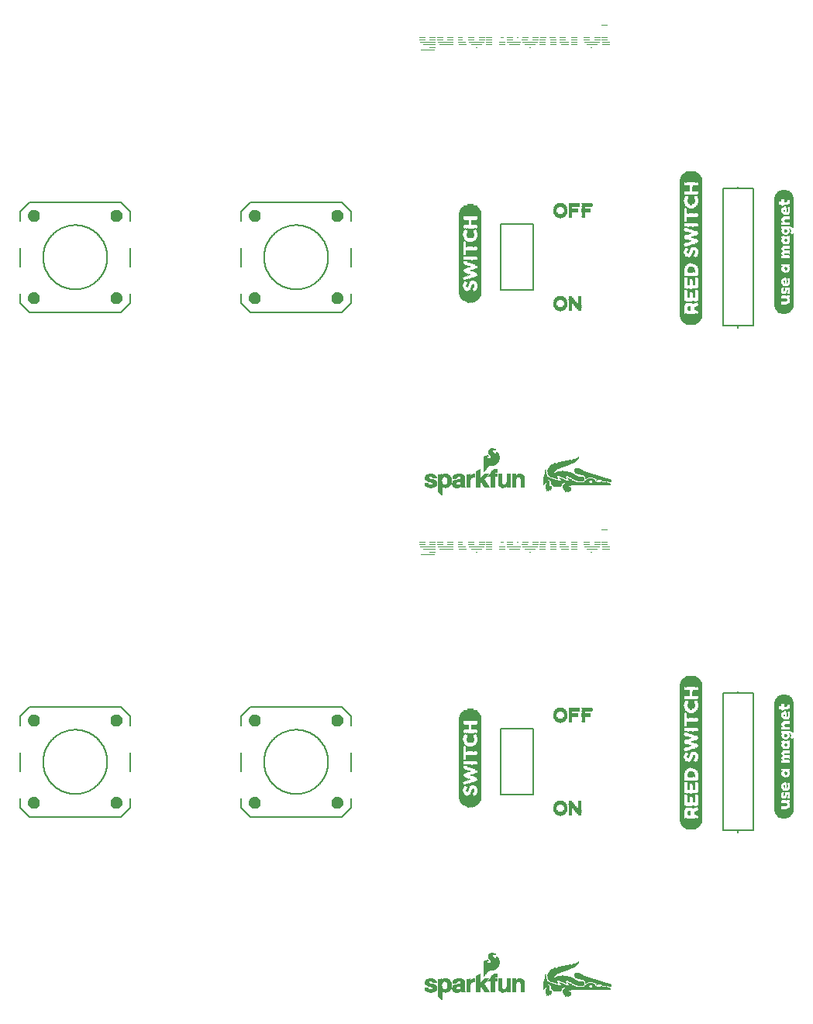
<source format=gto>
G75*
%MOIN*%
%OFA0B0*%
%FSLAX25Y25*%
%IPPOS*%
%LPD*%
%AMOC8*
5,1,8,0,0,1.08239X$1,22.5*
%
%ADD10C,0.00800*%
%ADD11C,0.02756*%
%ADD12R,0.00236X0.59291*%
%ADD13R,0.00236X0.60709*%
%ADD14R,0.00236X0.61654*%
%ADD15R,0.00236X0.62598*%
%ADD16R,0.00236X0.63071*%
%ADD17R,0.00236X0.63543*%
%ADD18R,0.00236X0.64016*%
%ADD19R,0.00236X0.29764*%
%ADD20R,0.00236X0.02835*%
%ADD21R,0.00236X0.05906*%
%ADD22R,0.00236X0.12047*%
%ADD23R,0.00236X0.11575*%
%ADD24R,0.00236X0.04252*%
%ADD25R,0.00236X0.01890*%
%ADD26R,0.00236X0.00709*%
%ADD27R,0.00236X0.05669*%
%ADD28R,0.00236X0.01417*%
%ADD29R,0.00236X0.02126*%
%ADD30R,0.00236X0.02362*%
%ADD31R,0.00236X0.01654*%
%ADD32R,0.00236X0.04724*%
%ADD33R,0.00236X0.00472*%
%ADD34R,0.00236X0.01181*%
%ADD35R,0.00236X0.00945*%
%ADD36R,0.00236X0.04488*%
%ADD37R,0.00236X0.04016*%
%ADD38R,0.00236X0.03780*%
%ADD39R,0.00236X0.03307*%
%ADD40R,0.00236X0.03071*%
%ADD41R,0.00236X0.02598*%
%ADD42R,0.00236X0.04961*%
%ADD43R,0.00236X0.03543*%
%ADD44R,0.00236X0.00236*%
%ADD45R,0.00236X0.06142*%
%ADD46R,0.00236X0.35197*%
%ADD47R,0.00236X0.36614*%
%ADD48R,0.00236X0.37559*%
%ADD49R,0.00236X0.38504*%
%ADD50R,0.00236X0.38976*%
%ADD51R,0.00236X0.39449*%
%ADD52R,0.00236X0.39921*%
%ADD53R,0.00236X0.11811*%
%ADD54R,0.00236X0.05197*%
%ADD55R,0.00236X0.05433*%
%ADD56R,0.00236X0.06378*%
%ADD57R,0.00236X0.07323*%
%ADD58R,0.00236X0.07795*%
%ADD59R,0.00197X0.47441*%
%ADD60R,0.00197X0.48622*%
%ADD61R,0.00197X0.49409*%
%ADD62R,0.00197X0.50197*%
%ADD63R,0.00197X0.50591*%
%ADD64R,0.00197X0.50984*%
%ADD65R,0.00197X0.51378*%
%ADD66R,0.00197X0.51772*%
%ADD67R,0.00197X0.52165*%
%ADD68R,0.00197X0.46457*%
%ADD69R,0.00197X0.04528*%
%ADD70R,0.00197X0.46654*%
%ADD71R,0.00197X0.04724*%
%ADD72R,0.00197X0.46850*%
%ADD73R,0.00197X0.04921*%
%ADD74R,0.00197X0.04331*%
%ADD75R,0.00197X0.01575*%
%ADD76R,0.00197X0.01378*%
%ADD77R,0.00197X0.02165*%
%ADD78R,0.00197X0.04134*%
%ADD79R,0.00197X0.00591*%
%ADD80R,0.00197X0.02756*%
%ADD81R,0.00197X0.00787*%
%ADD82R,0.00197X0.01181*%
%ADD83R,0.00197X0.02559*%
%ADD84R,0.00197X0.01969*%
%ADD85R,0.00197X0.02953*%
%ADD86R,0.00197X0.00984*%
%ADD87R,0.00197X0.03543*%
%ADD88R,0.00197X0.00197*%
%ADD89R,0.00197X0.03150*%
%ADD90R,0.00197X0.02362*%
%ADD91R,0.00197X0.01772*%
%ADD92R,0.00197X0.03937*%
%ADD93R,0.00197X0.00394*%
%ADD94R,0.00197X0.05118*%
%ADD95R,0.00236X0.04331*%
%ADD96R,0.00236X0.00787*%
%ADD97R,0.00236X0.02165*%
%ADD98R,0.00236X0.00984*%
%ADD99R,0.00236X0.00591*%
%ADD100R,0.00236X0.05118*%
%ADD101R,0.00236X0.04134*%
%ADD102R,0.00236X0.00394*%
%ADD103R,0.00236X0.04528*%
%ADD104R,0.00236X0.01378*%
%ADD105R,0.00236X0.03150*%
%ADD106R,0.00236X0.04921*%
%ADD107R,0.00197X0.03740*%
%ADD108R,0.00236X0.00197*%
%ADD109R,0.00236X0.02559*%
%ADD110R,0.00236X0.01575*%
%ADD111R,0.00236X0.03740*%
%ADD112R,0.00197X0.35433*%
%ADD113R,0.00197X0.14764*%
%ADD114R,0.00197X0.33465*%
%ADD115R,0.00197X0.14567*%
%ADD116R,0.00197X0.33071*%
%ADD117R,0.00197X0.14370*%
%ADD118R,0.00236X0.32874*%
%ADD119R,0.00236X0.14370*%
%ADD120R,0.00197X0.32283*%
%ADD121R,0.00197X0.13976*%
%ADD122R,0.00157X0.32087*%
%ADD123R,0.00157X0.13780*%
%ADD124R,0.00197X0.31693*%
%ADD125R,0.00197X0.13583*%
%ADD126R,0.01417X0.00236*%
%ADD127R,0.03780X0.00236*%
%ADD128R,0.02598X0.00236*%
%ADD129R,0.04724X0.00236*%
%ADD130R,0.03543X0.00236*%
%ADD131R,0.04961X0.00236*%
%ADD132R,0.04016X0.00236*%
%ADD133R,0.04488X0.00236*%
%ADD134R,0.05433X0.00236*%
%ADD135R,0.02126X0.00236*%
%ADD136R,0.01654X0.00236*%
%ADD137R,0.01890X0.00236*%
%ADD138R,0.03307X0.00236*%
%ADD139R,0.05197X0.00236*%
%ADD140R,0.01181X0.00236*%
%ADD141R,0.00709X0.00236*%
%ADD142R,0.00472X0.00236*%
%ADD143R,0.02362X0.00236*%
%ADD144R,0.02835X0.00236*%
%ADD145R,0.03071X0.00236*%
%ADD146R,0.00079X0.00079*%
%ADD147R,0.00118X0.00079*%
%ADD148R,0.00315X0.00118*%
%ADD149R,0.00276X0.00079*%
%ADD150R,0.00709X0.00079*%
%ADD151R,0.01063X0.00118*%
%ADD152R,0.01063X0.00079*%
%ADD153R,0.01181X0.00118*%
%ADD154R,0.00669X0.00079*%
%ADD155R,0.01260X0.00079*%
%ADD156R,0.02047X0.00118*%
%ADD157R,0.02008X0.00079*%
%ADD158R,0.00709X0.00118*%
%ADD159R,0.03189X0.00079*%
%ADD160R,0.00394X0.00079*%
%ADD161R,0.03228X0.00079*%
%ADD162R,0.00866X0.00118*%
%ADD163R,0.03189X0.00118*%
%ADD164R,0.04488X0.00079*%
%ADD165R,0.00512X0.00118*%
%ADD166R,0.04449X0.00118*%
%ADD167R,0.00984X0.00079*%
%ADD168R,0.04449X0.00079*%
%ADD169R,0.05748X0.00118*%
%ADD170R,0.05827X0.00079*%
%ADD171R,0.00591X0.00118*%
%ADD172R,0.05709X0.00118*%
%ADD173R,0.06614X0.00079*%
%ADD174R,0.06496X0.00118*%
%ADD175R,0.06496X0.00079*%
%ADD176R,0.00591X0.00079*%
%ADD177R,0.06417X0.00079*%
%ADD178R,0.07480X0.00118*%
%ADD179R,0.07362X0.00079*%
%ADD180R,0.07205X0.00118*%
%ADD181R,0.06969X0.00079*%
%ADD182R,0.06811X0.00079*%
%ADD183R,0.06929X0.00118*%
%ADD184R,0.07205X0.00079*%
%ADD185R,0.07008X0.00118*%
%ADD186R,0.06575X0.00118*%
%ADD187R,0.06299X0.00118*%
%ADD188R,0.06142X0.00079*%
%ADD189R,0.05906X0.00118*%
%ADD190R,0.05748X0.00079*%
%ADD191R,0.05512X0.00118*%
%ADD192R,0.05433X0.00079*%
%ADD193R,0.05236X0.00118*%
%ADD194R,0.04961X0.00079*%
%ADD195R,0.04764X0.00118*%
%ADD196R,0.04646X0.00079*%
%ADD197R,0.04370X0.00079*%
%ADD198R,0.01535X0.00079*%
%ADD199R,0.04291X0.00118*%
%ADD200R,0.01850X0.00118*%
%ADD201R,0.04094X0.00079*%
%ADD202R,0.02244X0.00079*%
%ADD203R,0.03976X0.00118*%
%ADD204R,0.02402X0.00118*%
%ADD205R,0.03780X0.00079*%
%ADD206R,0.02598X0.00079*%
%ADD207R,0.03701X0.00118*%
%ADD208R,0.02913X0.00118*%
%ADD209R,0.03701X0.00079*%
%ADD210R,0.03031X0.00079*%
%ADD211R,0.00197X0.00118*%
%ADD212R,0.03504X0.00118*%
%ADD213R,0.03307X0.00118*%
%ADD214R,0.03425X0.00079*%
%ADD215R,0.03504X0.00079*%
%ADD216R,0.03583X0.00118*%
%ADD217R,0.00197X0.00079*%
%ADD218R,0.00276X0.00118*%
%ADD219R,0.00866X0.00079*%
%ADD220R,0.04055X0.00079*%
%ADD221R,0.00394X0.00118*%
%ADD222R,0.03110X0.00118*%
%ADD223R,0.02717X0.00118*%
%ADD224R,0.04173X0.00118*%
%ADD225R,0.02992X0.00079*%
%ADD226R,0.02913X0.00079*%
%ADD227R,0.04685X0.00079*%
%ADD228R,0.02835X0.00118*%
%ADD229R,0.04961X0.00118*%
%ADD230R,0.02717X0.00079*%
%ADD231R,0.05551X0.00079*%
%ADD232R,0.05157X0.00079*%
%ADD233R,0.02559X0.00118*%
%ADD234R,0.06102X0.00118*%
%ADD235R,0.05433X0.00118*%
%ADD236R,0.02559X0.00079*%
%ADD237R,0.05630X0.00079*%
%ADD238R,0.02441X0.00118*%
%ADD239R,0.05827X0.00118*%
%ADD240R,0.02441X0.00079*%
%ADD241R,0.07402X0.00079*%
%ADD242R,0.05945X0.00079*%
%ADD243R,0.00669X0.00118*%
%ADD244R,0.07795X0.00118*%
%ADD245R,0.10787X0.00079*%
%ADD246R,0.06102X0.00079*%
%ADD247R,0.00906X0.00118*%
%ADD248R,0.10984X0.00118*%
%ADD249R,0.00906X0.00079*%
%ADD250R,0.11181X0.00079*%
%ADD251R,0.06339X0.00079*%
%ADD252R,0.11181X0.00118*%
%ADD253R,0.11378X0.00079*%
%ADD254R,0.11457X0.00118*%
%ADD255R,0.01181X0.00079*%
%ADD256R,0.11575X0.00079*%
%ADD257R,0.05118X0.00079*%
%ADD258R,0.07402X0.00118*%
%ADD259R,0.04016X0.00118*%
%ADD260R,0.05276X0.00118*%
%ADD261R,0.03307X0.00079*%
%ADD262R,0.03583X0.00079*%
%ADD263R,0.04016X0.00079*%
%ADD264R,0.01378X0.00079*%
%ADD265R,0.03976X0.00079*%
%ADD266R,0.01457X0.00118*%
%ADD267R,0.03228X0.00118*%
%ADD268R,0.03031X0.00118*%
%ADD269R,0.03858X0.00118*%
%ADD270R,0.01457X0.00079*%
%ADD271R,0.03110X0.00079*%
%ADD272R,0.02835X0.00079*%
%ADD273R,0.03858X0.00079*%
%ADD274R,0.01575X0.00118*%
%ADD275R,0.02992X0.00118*%
%ADD276R,0.02520X0.00118*%
%ADD277R,0.03780X0.00118*%
%ADD278R,0.06417X0.00118*%
%ADD279R,0.01654X0.00079*%
%ADD280R,0.02402X0.00079*%
%ADD281R,0.01772X0.00118*%
%ADD282R,0.02126X0.00118*%
%ADD283R,0.03898X0.00118*%
%ADD284R,0.06890X0.00118*%
%ADD285R,0.01929X0.00079*%
%ADD286R,0.02638X0.00079*%
%ADD287R,0.03898X0.00079*%
%ADD288R,0.01654X0.00118*%
%ADD289R,0.00472X0.00118*%
%ADD290R,0.02126X0.00079*%
%ADD291R,0.01575X0.00079*%
%ADD292R,0.02323X0.00118*%
%ADD293R,0.01260X0.00118*%
%ADD294R,0.04646X0.00118*%
%ADD295R,0.02520X0.00079*%
%ADD296R,0.00787X0.00079*%
%ADD297R,0.01299X0.00118*%
%ADD298R,0.00118X0.00118*%
%ADD299R,0.00787X0.00118*%
%ADD300R,0.00079X0.00118*%
%ADD301R,0.05354X0.00118*%
%ADD302R,0.00315X0.00079*%
%ADD303R,0.00551X0.00079*%
%ADD304R,0.04843X0.00079*%
%ADD305R,0.03622X0.00079*%
%ADD306R,0.00748X0.00079*%
%ADD307R,0.05039X0.00079*%
%ADD308R,0.04764X0.00079*%
%ADD309R,0.02047X0.00079*%
%ADD310R,0.05354X0.00079*%
%ADD311R,0.04409X0.00118*%
%ADD312R,0.04567X0.00118*%
%ADD313R,0.02638X0.00118*%
%ADD314R,0.05551X0.00118*%
%ADD315R,0.01535X0.00118*%
%ADD316R,0.01850X0.00079*%
%ADD317R,0.01811X0.00118*%
%ADD318R,0.01732X0.00118*%
%ADD319R,0.04055X0.00118*%
%ADD320R,0.01969X0.00118*%
%ADD321R,0.02244X0.00118*%
%ADD322R,0.02165X0.00079*%
%ADD323R,0.02362X0.00079*%
%ADD324R,0.01772X0.00079*%
%ADD325R,0.00512X0.00079*%
%ADD326R,0.02362X0.00118*%
%ADD327R,0.04094X0.00118*%
%ADD328R,0.02795X0.00118*%
%ADD329R,0.01339X0.00118*%
%ADD330R,0.10039X0.00079*%
%ADD331R,0.10236X0.00118*%
%ADD332R,0.10394X0.00079*%
%ADD333R,0.10709X0.00118*%
%ADD334R,0.11063X0.00079*%
%ADD335R,0.11378X0.00118*%
%ADD336R,0.00157X0.00118*%
%ADD337R,0.12087X0.00079*%
%ADD338R,0.05276X0.00079*%
%ADD339R,0.00472X0.00079*%
%ADD340R,0.05866X0.00079*%
%ADD341R,0.10591X0.00079*%
%ADD342R,0.06220X0.00079*%
%ADD343R,0.10591X0.00118*%
%ADD344R,0.06614X0.00118*%
%ADD345R,0.18583X0.00079*%
%ADD346R,0.01378X0.00118*%
%ADD347R,0.19331X0.00118*%
%ADD348R,0.19528X0.00079*%
%ADD349R,0.04843X0.00118*%
%ADD350R,0.19606X0.00118*%
%ADD351R,0.04567X0.00079*%
%ADD352R,0.19803X0.00079*%
%ADD353R,0.04252X0.00118*%
%ADD354R,0.19921X0.00118*%
%ADD355R,0.04173X0.00079*%
%ADD356R,0.20000X0.00079*%
%ADD357R,0.08583X0.00118*%
%ADD358R,0.01339X0.00079*%
%ADD359R,0.03819X0.00079*%
%ADD360R,0.03386X0.00118*%
%ADD361R,0.02323X0.00079*%
%ADD362R,0.02756X0.00079*%
%ADD363R,0.03386X0.00079*%
%ADD364R,0.03425X0.00118*%
%ADD365R,0.02598X0.00118*%
%ADD366R,0.00157X0.00079*%
%ADD367R,0.01772X0.00354*%
%ADD368R,0.02480X0.00315*%
%ADD369R,0.00709X0.00354*%
%ADD370R,0.01063X0.00354*%
%ADD371R,0.02480X0.00354*%
%ADD372R,0.02126X0.00354*%
%ADD373R,0.02126X0.00394*%
%ADD374R,0.02480X0.00394*%
%ADD375R,0.04961X0.00354*%
%ADD376R,0.03189X0.00354*%
%ADD377R,0.04606X0.00354*%
%ADD378R,0.05315X0.00394*%
%ADD379R,0.05669X0.00394*%
%ADD380R,0.04252X0.00394*%
%ADD381R,0.01772X0.00394*%
%ADD382R,0.03898X0.00394*%
%ADD383R,0.05669X0.00354*%
%ADD384R,0.06024X0.00354*%
%ADD385R,0.05315X0.00354*%
%ADD386R,0.06378X0.00354*%
%ADD387R,0.06024X0.00394*%
%ADD388R,0.06378X0.00394*%
%ADD389R,0.06732X0.00354*%
%ADD390R,0.02835X0.00394*%
%ADD391R,0.06732X0.00394*%
%ADD392R,0.00709X0.00394*%
%ADD393R,0.03189X0.00394*%
%ADD394R,0.02835X0.00315*%
%ADD395R,0.02126X0.00315*%
%ADD396R,0.01063X0.00315*%
%ADD397R,0.00709X0.00315*%
%ADD398R,0.02835X0.00354*%
%ADD399R,0.01417X0.00354*%
%ADD400R,0.06378X0.00315*%
%ADD401R,0.06732X0.00315*%
%ADD402R,0.03543X0.00315*%
%ADD403R,0.05669X0.00315*%
%ADD404R,0.03898X0.00315*%
%ADD405R,0.03898X0.00354*%
%ADD406R,0.03543X0.00354*%
%ADD407R,0.05315X0.00315*%
%ADD408R,0.06024X0.00315*%
%ADD409R,0.04961X0.00315*%
%ADD410R,0.04606X0.00315*%
%ADD411R,0.03189X0.00315*%
%ADD412R,0.04252X0.00354*%
%ADD413R,0.00354X0.00315*%
%ADD414C,0.00300*%
D10*
X0064065Y0112628D02*
X0060128Y0116565D01*
X0060128Y0120502D01*
X0064065Y0112628D02*
X0103435Y0112628D01*
X0107372Y0116565D01*
X0107372Y0120502D01*
X0107372Y0132313D02*
X0107372Y0140187D01*
X0107372Y0151998D02*
X0107372Y0155935D01*
X0103435Y0159872D01*
X0064065Y0159872D01*
X0060128Y0155935D01*
X0060128Y0151998D01*
X0060128Y0140187D02*
X0060128Y0132313D01*
X0069970Y0136250D02*
X0069974Y0136588D01*
X0069987Y0136926D01*
X0070007Y0137264D01*
X0070036Y0137601D01*
X0070074Y0137937D01*
X0070119Y0138272D01*
X0070173Y0138606D01*
X0070235Y0138938D01*
X0070305Y0139269D01*
X0070383Y0139598D01*
X0070469Y0139925D01*
X0070563Y0140250D01*
X0070666Y0140573D01*
X0070776Y0140892D01*
X0070893Y0141209D01*
X0071019Y0141523D01*
X0071152Y0141834D01*
X0071293Y0142142D01*
X0071441Y0142446D01*
X0071597Y0142746D01*
X0071760Y0143042D01*
X0071930Y0143334D01*
X0072108Y0143622D01*
X0072292Y0143906D01*
X0072484Y0144185D01*
X0072682Y0144459D01*
X0072887Y0144728D01*
X0073098Y0144992D01*
X0073316Y0145251D01*
X0073540Y0145504D01*
X0073770Y0145752D01*
X0074006Y0145994D01*
X0074248Y0146230D01*
X0074496Y0146460D01*
X0074749Y0146684D01*
X0075008Y0146902D01*
X0075272Y0147113D01*
X0075541Y0147318D01*
X0075815Y0147516D01*
X0076094Y0147708D01*
X0076378Y0147892D01*
X0076666Y0148070D01*
X0076958Y0148240D01*
X0077254Y0148403D01*
X0077554Y0148559D01*
X0077858Y0148707D01*
X0078166Y0148848D01*
X0078477Y0148981D01*
X0078791Y0149107D01*
X0079108Y0149224D01*
X0079427Y0149334D01*
X0079750Y0149437D01*
X0080075Y0149531D01*
X0080402Y0149617D01*
X0080731Y0149695D01*
X0081062Y0149765D01*
X0081394Y0149827D01*
X0081728Y0149881D01*
X0082063Y0149926D01*
X0082399Y0149964D01*
X0082736Y0149993D01*
X0083074Y0150013D01*
X0083412Y0150026D01*
X0083750Y0150030D01*
X0084088Y0150026D01*
X0084426Y0150013D01*
X0084764Y0149993D01*
X0085101Y0149964D01*
X0085437Y0149926D01*
X0085772Y0149881D01*
X0086106Y0149827D01*
X0086438Y0149765D01*
X0086769Y0149695D01*
X0087098Y0149617D01*
X0087425Y0149531D01*
X0087750Y0149437D01*
X0088073Y0149334D01*
X0088392Y0149224D01*
X0088709Y0149107D01*
X0089023Y0148981D01*
X0089334Y0148848D01*
X0089642Y0148707D01*
X0089946Y0148559D01*
X0090246Y0148403D01*
X0090542Y0148240D01*
X0090834Y0148070D01*
X0091122Y0147892D01*
X0091406Y0147708D01*
X0091685Y0147516D01*
X0091959Y0147318D01*
X0092228Y0147113D01*
X0092492Y0146902D01*
X0092751Y0146684D01*
X0093004Y0146460D01*
X0093252Y0146230D01*
X0093494Y0145994D01*
X0093730Y0145752D01*
X0093960Y0145504D01*
X0094184Y0145251D01*
X0094402Y0144992D01*
X0094613Y0144728D01*
X0094818Y0144459D01*
X0095016Y0144185D01*
X0095208Y0143906D01*
X0095392Y0143622D01*
X0095570Y0143334D01*
X0095740Y0143042D01*
X0095903Y0142746D01*
X0096059Y0142446D01*
X0096207Y0142142D01*
X0096348Y0141834D01*
X0096481Y0141523D01*
X0096607Y0141209D01*
X0096724Y0140892D01*
X0096834Y0140573D01*
X0096937Y0140250D01*
X0097031Y0139925D01*
X0097117Y0139598D01*
X0097195Y0139269D01*
X0097265Y0138938D01*
X0097327Y0138606D01*
X0097381Y0138272D01*
X0097426Y0137937D01*
X0097464Y0137601D01*
X0097493Y0137264D01*
X0097513Y0136926D01*
X0097526Y0136588D01*
X0097530Y0136250D01*
X0097526Y0135912D01*
X0097513Y0135574D01*
X0097493Y0135236D01*
X0097464Y0134899D01*
X0097426Y0134563D01*
X0097381Y0134228D01*
X0097327Y0133894D01*
X0097265Y0133562D01*
X0097195Y0133231D01*
X0097117Y0132902D01*
X0097031Y0132575D01*
X0096937Y0132250D01*
X0096834Y0131927D01*
X0096724Y0131608D01*
X0096607Y0131291D01*
X0096481Y0130977D01*
X0096348Y0130666D01*
X0096207Y0130358D01*
X0096059Y0130054D01*
X0095903Y0129754D01*
X0095740Y0129458D01*
X0095570Y0129166D01*
X0095392Y0128878D01*
X0095208Y0128594D01*
X0095016Y0128315D01*
X0094818Y0128041D01*
X0094613Y0127772D01*
X0094402Y0127508D01*
X0094184Y0127249D01*
X0093960Y0126996D01*
X0093730Y0126748D01*
X0093494Y0126506D01*
X0093252Y0126270D01*
X0093004Y0126040D01*
X0092751Y0125816D01*
X0092492Y0125598D01*
X0092228Y0125387D01*
X0091959Y0125182D01*
X0091685Y0124984D01*
X0091406Y0124792D01*
X0091122Y0124608D01*
X0090834Y0124430D01*
X0090542Y0124260D01*
X0090246Y0124097D01*
X0089946Y0123941D01*
X0089642Y0123793D01*
X0089334Y0123652D01*
X0089023Y0123519D01*
X0088709Y0123393D01*
X0088392Y0123276D01*
X0088073Y0123166D01*
X0087750Y0123063D01*
X0087425Y0122969D01*
X0087098Y0122883D01*
X0086769Y0122805D01*
X0086438Y0122735D01*
X0086106Y0122673D01*
X0085772Y0122619D01*
X0085437Y0122574D01*
X0085101Y0122536D01*
X0084764Y0122507D01*
X0084426Y0122487D01*
X0084088Y0122474D01*
X0083750Y0122470D01*
X0083412Y0122474D01*
X0083074Y0122487D01*
X0082736Y0122507D01*
X0082399Y0122536D01*
X0082063Y0122574D01*
X0081728Y0122619D01*
X0081394Y0122673D01*
X0081062Y0122735D01*
X0080731Y0122805D01*
X0080402Y0122883D01*
X0080075Y0122969D01*
X0079750Y0123063D01*
X0079427Y0123166D01*
X0079108Y0123276D01*
X0078791Y0123393D01*
X0078477Y0123519D01*
X0078166Y0123652D01*
X0077858Y0123793D01*
X0077554Y0123941D01*
X0077254Y0124097D01*
X0076958Y0124260D01*
X0076666Y0124430D01*
X0076378Y0124608D01*
X0076094Y0124792D01*
X0075815Y0124984D01*
X0075541Y0125182D01*
X0075272Y0125387D01*
X0075008Y0125598D01*
X0074749Y0125816D01*
X0074496Y0126040D01*
X0074248Y0126270D01*
X0074006Y0126506D01*
X0073770Y0126748D01*
X0073540Y0126996D01*
X0073316Y0127249D01*
X0073098Y0127508D01*
X0072887Y0127772D01*
X0072682Y0128041D01*
X0072484Y0128315D01*
X0072292Y0128594D01*
X0072108Y0128878D01*
X0071930Y0129166D01*
X0071760Y0129458D01*
X0071597Y0129754D01*
X0071441Y0130054D01*
X0071293Y0130358D01*
X0071152Y0130666D01*
X0071019Y0130977D01*
X0070893Y0131291D01*
X0070776Y0131608D01*
X0070666Y0131927D01*
X0070563Y0132250D01*
X0070469Y0132575D01*
X0070383Y0132902D01*
X0070305Y0133231D01*
X0070235Y0133562D01*
X0070173Y0133894D01*
X0070119Y0134228D01*
X0070074Y0134563D01*
X0070036Y0134899D01*
X0070007Y0135236D01*
X0069987Y0135574D01*
X0069974Y0135912D01*
X0069970Y0136250D01*
X0155128Y0132313D02*
X0155128Y0140187D01*
X0155128Y0151998D02*
X0155128Y0155935D01*
X0159065Y0159872D01*
X0198435Y0159872D01*
X0202372Y0155935D01*
X0202372Y0151998D01*
X0202372Y0140187D02*
X0202372Y0132313D01*
X0202372Y0120502D02*
X0202372Y0116565D01*
X0198435Y0112628D01*
X0159065Y0112628D01*
X0155128Y0116565D01*
X0155128Y0120502D01*
X0164970Y0136250D02*
X0164974Y0136588D01*
X0164987Y0136926D01*
X0165007Y0137264D01*
X0165036Y0137601D01*
X0165074Y0137937D01*
X0165119Y0138272D01*
X0165173Y0138606D01*
X0165235Y0138938D01*
X0165305Y0139269D01*
X0165383Y0139598D01*
X0165469Y0139925D01*
X0165563Y0140250D01*
X0165666Y0140573D01*
X0165776Y0140892D01*
X0165893Y0141209D01*
X0166019Y0141523D01*
X0166152Y0141834D01*
X0166293Y0142142D01*
X0166441Y0142446D01*
X0166597Y0142746D01*
X0166760Y0143042D01*
X0166930Y0143334D01*
X0167108Y0143622D01*
X0167292Y0143906D01*
X0167484Y0144185D01*
X0167682Y0144459D01*
X0167887Y0144728D01*
X0168098Y0144992D01*
X0168316Y0145251D01*
X0168540Y0145504D01*
X0168770Y0145752D01*
X0169006Y0145994D01*
X0169248Y0146230D01*
X0169496Y0146460D01*
X0169749Y0146684D01*
X0170008Y0146902D01*
X0170272Y0147113D01*
X0170541Y0147318D01*
X0170815Y0147516D01*
X0171094Y0147708D01*
X0171378Y0147892D01*
X0171666Y0148070D01*
X0171958Y0148240D01*
X0172254Y0148403D01*
X0172554Y0148559D01*
X0172858Y0148707D01*
X0173166Y0148848D01*
X0173477Y0148981D01*
X0173791Y0149107D01*
X0174108Y0149224D01*
X0174427Y0149334D01*
X0174750Y0149437D01*
X0175075Y0149531D01*
X0175402Y0149617D01*
X0175731Y0149695D01*
X0176062Y0149765D01*
X0176394Y0149827D01*
X0176728Y0149881D01*
X0177063Y0149926D01*
X0177399Y0149964D01*
X0177736Y0149993D01*
X0178074Y0150013D01*
X0178412Y0150026D01*
X0178750Y0150030D01*
X0179088Y0150026D01*
X0179426Y0150013D01*
X0179764Y0149993D01*
X0180101Y0149964D01*
X0180437Y0149926D01*
X0180772Y0149881D01*
X0181106Y0149827D01*
X0181438Y0149765D01*
X0181769Y0149695D01*
X0182098Y0149617D01*
X0182425Y0149531D01*
X0182750Y0149437D01*
X0183073Y0149334D01*
X0183392Y0149224D01*
X0183709Y0149107D01*
X0184023Y0148981D01*
X0184334Y0148848D01*
X0184642Y0148707D01*
X0184946Y0148559D01*
X0185246Y0148403D01*
X0185542Y0148240D01*
X0185834Y0148070D01*
X0186122Y0147892D01*
X0186406Y0147708D01*
X0186685Y0147516D01*
X0186959Y0147318D01*
X0187228Y0147113D01*
X0187492Y0146902D01*
X0187751Y0146684D01*
X0188004Y0146460D01*
X0188252Y0146230D01*
X0188494Y0145994D01*
X0188730Y0145752D01*
X0188960Y0145504D01*
X0189184Y0145251D01*
X0189402Y0144992D01*
X0189613Y0144728D01*
X0189818Y0144459D01*
X0190016Y0144185D01*
X0190208Y0143906D01*
X0190392Y0143622D01*
X0190570Y0143334D01*
X0190740Y0143042D01*
X0190903Y0142746D01*
X0191059Y0142446D01*
X0191207Y0142142D01*
X0191348Y0141834D01*
X0191481Y0141523D01*
X0191607Y0141209D01*
X0191724Y0140892D01*
X0191834Y0140573D01*
X0191937Y0140250D01*
X0192031Y0139925D01*
X0192117Y0139598D01*
X0192195Y0139269D01*
X0192265Y0138938D01*
X0192327Y0138606D01*
X0192381Y0138272D01*
X0192426Y0137937D01*
X0192464Y0137601D01*
X0192493Y0137264D01*
X0192513Y0136926D01*
X0192526Y0136588D01*
X0192530Y0136250D01*
X0192526Y0135912D01*
X0192513Y0135574D01*
X0192493Y0135236D01*
X0192464Y0134899D01*
X0192426Y0134563D01*
X0192381Y0134228D01*
X0192327Y0133894D01*
X0192265Y0133562D01*
X0192195Y0133231D01*
X0192117Y0132902D01*
X0192031Y0132575D01*
X0191937Y0132250D01*
X0191834Y0131927D01*
X0191724Y0131608D01*
X0191607Y0131291D01*
X0191481Y0130977D01*
X0191348Y0130666D01*
X0191207Y0130358D01*
X0191059Y0130054D01*
X0190903Y0129754D01*
X0190740Y0129458D01*
X0190570Y0129166D01*
X0190392Y0128878D01*
X0190208Y0128594D01*
X0190016Y0128315D01*
X0189818Y0128041D01*
X0189613Y0127772D01*
X0189402Y0127508D01*
X0189184Y0127249D01*
X0188960Y0126996D01*
X0188730Y0126748D01*
X0188494Y0126506D01*
X0188252Y0126270D01*
X0188004Y0126040D01*
X0187751Y0125816D01*
X0187492Y0125598D01*
X0187228Y0125387D01*
X0186959Y0125182D01*
X0186685Y0124984D01*
X0186406Y0124792D01*
X0186122Y0124608D01*
X0185834Y0124430D01*
X0185542Y0124260D01*
X0185246Y0124097D01*
X0184946Y0123941D01*
X0184642Y0123793D01*
X0184334Y0123652D01*
X0184023Y0123519D01*
X0183709Y0123393D01*
X0183392Y0123276D01*
X0183073Y0123166D01*
X0182750Y0123063D01*
X0182425Y0122969D01*
X0182098Y0122883D01*
X0181769Y0122805D01*
X0181438Y0122735D01*
X0181106Y0122673D01*
X0180772Y0122619D01*
X0180437Y0122574D01*
X0180101Y0122536D01*
X0179764Y0122507D01*
X0179426Y0122487D01*
X0179088Y0122474D01*
X0178750Y0122470D01*
X0178412Y0122474D01*
X0178074Y0122487D01*
X0177736Y0122507D01*
X0177399Y0122536D01*
X0177063Y0122574D01*
X0176728Y0122619D01*
X0176394Y0122673D01*
X0176062Y0122735D01*
X0175731Y0122805D01*
X0175402Y0122883D01*
X0175075Y0122969D01*
X0174750Y0123063D01*
X0174427Y0123166D01*
X0174108Y0123276D01*
X0173791Y0123393D01*
X0173477Y0123519D01*
X0173166Y0123652D01*
X0172858Y0123793D01*
X0172554Y0123941D01*
X0172254Y0124097D01*
X0171958Y0124260D01*
X0171666Y0124430D01*
X0171378Y0124608D01*
X0171094Y0124792D01*
X0170815Y0124984D01*
X0170541Y0125182D01*
X0170272Y0125387D01*
X0170008Y0125598D01*
X0169749Y0125816D01*
X0169496Y0126040D01*
X0169248Y0126270D01*
X0169006Y0126506D01*
X0168770Y0126748D01*
X0168540Y0126996D01*
X0168316Y0127249D01*
X0168098Y0127508D01*
X0167887Y0127772D01*
X0167682Y0128041D01*
X0167484Y0128315D01*
X0167292Y0128594D01*
X0167108Y0128878D01*
X0166930Y0129166D01*
X0166760Y0129458D01*
X0166597Y0129754D01*
X0166441Y0130054D01*
X0166293Y0130358D01*
X0166152Y0130666D01*
X0166019Y0130977D01*
X0165893Y0131291D01*
X0165776Y0131608D01*
X0165666Y0131927D01*
X0165563Y0132250D01*
X0165469Y0132575D01*
X0165383Y0132902D01*
X0165305Y0133231D01*
X0165235Y0133562D01*
X0165173Y0133894D01*
X0165119Y0134228D01*
X0165074Y0134563D01*
X0165036Y0134899D01*
X0165007Y0135236D01*
X0164987Y0135574D01*
X0164974Y0135912D01*
X0164970Y0136250D01*
X0266860Y0122077D02*
X0280640Y0122077D01*
X0280640Y0150423D01*
X0266860Y0150423D01*
X0266860Y0122077D01*
X0362254Y0106722D02*
X0368750Y0106722D01*
X0368750Y0105856D01*
X0368750Y0106722D02*
X0375246Y0106722D01*
X0375246Y0165778D01*
X0368750Y0165778D01*
X0368750Y0166644D01*
X0368750Y0165778D02*
X0362254Y0165778D01*
X0362254Y0106722D01*
X0368750Y0322856D02*
X0368750Y0323722D01*
X0362254Y0323722D01*
X0362254Y0382778D01*
X0368750Y0382778D01*
X0368750Y0383644D01*
X0368750Y0382778D02*
X0375246Y0382778D01*
X0375246Y0323722D01*
X0368750Y0323722D01*
X0280640Y0339077D02*
X0280640Y0367423D01*
X0266860Y0367423D01*
X0266860Y0339077D01*
X0280640Y0339077D01*
X0202372Y0337502D02*
X0202372Y0333565D01*
X0198435Y0329628D01*
X0159065Y0329628D01*
X0155128Y0333565D01*
X0155128Y0337502D01*
X0155128Y0349313D02*
X0155128Y0357187D01*
X0155128Y0368998D02*
X0155128Y0372935D01*
X0159065Y0376872D01*
X0198435Y0376872D01*
X0202372Y0372935D01*
X0202372Y0368998D01*
X0202372Y0357187D02*
X0202372Y0349313D01*
X0164970Y0353250D02*
X0164974Y0353588D01*
X0164987Y0353926D01*
X0165007Y0354264D01*
X0165036Y0354601D01*
X0165074Y0354937D01*
X0165119Y0355272D01*
X0165173Y0355606D01*
X0165235Y0355938D01*
X0165305Y0356269D01*
X0165383Y0356598D01*
X0165469Y0356925D01*
X0165563Y0357250D01*
X0165666Y0357573D01*
X0165776Y0357892D01*
X0165893Y0358209D01*
X0166019Y0358523D01*
X0166152Y0358834D01*
X0166293Y0359142D01*
X0166441Y0359446D01*
X0166597Y0359746D01*
X0166760Y0360042D01*
X0166930Y0360334D01*
X0167108Y0360622D01*
X0167292Y0360906D01*
X0167484Y0361185D01*
X0167682Y0361459D01*
X0167887Y0361728D01*
X0168098Y0361992D01*
X0168316Y0362251D01*
X0168540Y0362504D01*
X0168770Y0362752D01*
X0169006Y0362994D01*
X0169248Y0363230D01*
X0169496Y0363460D01*
X0169749Y0363684D01*
X0170008Y0363902D01*
X0170272Y0364113D01*
X0170541Y0364318D01*
X0170815Y0364516D01*
X0171094Y0364708D01*
X0171378Y0364892D01*
X0171666Y0365070D01*
X0171958Y0365240D01*
X0172254Y0365403D01*
X0172554Y0365559D01*
X0172858Y0365707D01*
X0173166Y0365848D01*
X0173477Y0365981D01*
X0173791Y0366107D01*
X0174108Y0366224D01*
X0174427Y0366334D01*
X0174750Y0366437D01*
X0175075Y0366531D01*
X0175402Y0366617D01*
X0175731Y0366695D01*
X0176062Y0366765D01*
X0176394Y0366827D01*
X0176728Y0366881D01*
X0177063Y0366926D01*
X0177399Y0366964D01*
X0177736Y0366993D01*
X0178074Y0367013D01*
X0178412Y0367026D01*
X0178750Y0367030D01*
X0179088Y0367026D01*
X0179426Y0367013D01*
X0179764Y0366993D01*
X0180101Y0366964D01*
X0180437Y0366926D01*
X0180772Y0366881D01*
X0181106Y0366827D01*
X0181438Y0366765D01*
X0181769Y0366695D01*
X0182098Y0366617D01*
X0182425Y0366531D01*
X0182750Y0366437D01*
X0183073Y0366334D01*
X0183392Y0366224D01*
X0183709Y0366107D01*
X0184023Y0365981D01*
X0184334Y0365848D01*
X0184642Y0365707D01*
X0184946Y0365559D01*
X0185246Y0365403D01*
X0185542Y0365240D01*
X0185834Y0365070D01*
X0186122Y0364892D01*
X0186406Y0364708D01*
X0186685Y0364516D01*
X0186959Y0364318D01*
X0187228Y0364113D01*
X0187492Y0363902D01*
X0187751Y0363684D01*
X0188004Y0363460D01*
X0188252Y0363230D01*
X0188494Y0362994D01*
X0188730Y0362752D01*
X0188960Y0362504D01*
X0189184Y0362251D01*
X0189402Y0361992D01*
X0189613Y0361728D01*
X0189818Y0361459D01*
X0190016Y0361185D01*
X0190208Y0360906D01*
X0190392Y0360622D01*
X0190570Y0360334D01*
X0190740Y0360042D01*
X0190903Y0359746D01*
X0191059Y0359446D01*
X0191207Y0359142D01*
X0191348Y0358834D01*
X0191481Y0358523D01*
X0191607Y0358209D01*
X0191724Y0357892D01*
X0191834Y0357573D01*
X0191937Y0357250D01*
X0192031Y0356925D01*
X0192117Y0356598D01*
X0192195Y0356269D01*
X0192265Y0355938D01*
X0192327Y0355606D01*
X0192381Y0355272D01*
X0192426Y0354937D01*
X0192464Y0354601D01*
X0192493Y0354264D01*
X0192513Y0353926D01*
X0192526Y0353588D01*
X0192530Y0353250D01*
X0192526Y0352912D01*
X0192513Y0352574D01*
X0192493Y0352236D01*
X0192464Y0351899D01*
X0192426Y0351563D01*
X0192381Y0351228D01*
X0192327Y0350894D01*
X0192265Y0350562D01*
X0192195Y0350231D01*
X0192117Y0349902D01*
X0192031Y0349575D01*
X0191937Y0349250D01*
X0191834Y0348927D01*
X0191724Y0348608D01*
X0191607Y0348291D01*
X0191481Y0347977D01*
X0191348Y0347666D01*
X0191207Y0347358D01*
X0191059Y0347054D01*
X0190903Y0346754D01*
X0190740Y0346458D01*
X0190570Y0346166D01*
X0190392Y0345878D01*
X0190208Y0345594D01*
X0190016Y0345315D01*
X0189818Y0345041D01*
X0189613Y0344772D01*
X0189402Y0344508D01*
X0189184Y0344249D01*
X0188960Y0343996D01*
X0188730Y0343748D01*
X0188494Y0343506D01*
X0188252Y0343270D01*
X0188004Y0343040D01*
X0187751Y0342816D01*
X0187492Y0342598D01*
X0187228Y0342387D01*
X0186959Y0342182D01*
X0186685Y0341984D01*
X0186406Y0341792D01*
X0186122Y0341608D01*
X0185834Y0341430D01*
X0185542Y0341260D01*
X0185246Y0341097D01*
X0184946Y0340941D01*
X0184642Y0340793D01*
X0184334Y0340652D01*
X0184023Y0340519D01*
X0183709Y0340393D01*
X0183392Y0340276D01*
X0183073Y0340166D01*
X0182750Y0340063D01*
X0182425Y0339969D01*
X0182098Y0339883D01*
X0181769Y0339805D01*
X0181438Y0339735D01*
X0181106Y0339673D01*
X0180772Y0339619D01*
X0180437Y0339574D01*
X0180101Y0339536D01*
X0179764Y0339507D01*
X0179426Y0339487D01*
X0179088Y0339474D01*
X0178750Y0339470D01*
X0178412Y0339474D01*
X0178074Y0339487D01*
X0177736Y0339507D01*
X0177399Y0339536D01*
X0177063Y0339574D01*
X0176728Y0339619D01*
X0176394Y0339673D01*
X0176062Y0339735D01*
X0175731Y0339805D01*
X0175402Y0339883D01*
X0175075Y0339969D01*
X0174750Y0340063D01*
X0174427Y0340166D01*
X0174108Y0340276D01*
X0173791Y0340393D01*
X0173477Y0340519D01*
X0173166Y0340652D01*
X0172858Y0340793D01*
X0172554Y0340941D01*
X0172254Y0341097D01*
X0171958Y0341260D01*
X0171666Y0341430D01*
X0171378Y0341608D01*
X0171094Y0341792D01*
X0170815Y0341984D01*
X0170541Y0342182D01*
X0170272Y0342387D01*
X0170008Y0342598D01*
X0169749Y0342816D01*
X0169496Y0343040D01*
X0169248Y0343270D01*
X0169006Y0343506D01*
X0168770Y0343748D01*
X0168540Y0343996D01*
X0168316Y0344249D01*
X0168098Y0344508D01*
X0167887Y0344772D01*
X0167682Y0345041D01*
X0167484Y0345315D01*
X0167292Y0345594D01*
X0167108Y0345878D01*
X0166930Y0346166D01*
X0166760Y0346458D01*
X0166597Y0346754D01*
X0166441Y0347054D01*
X0166293Y0347358D01*
X0166152Y0347666D01*
X0166019Y0347977D01*
X0165893Y0348291D01*
X0165776Y0348608D01*
X0165666Y0348927D01*
X0165563Y0349250D01*
X0165469Y0349575D01*
X0165383Y0349902D01*
X0165305Y0350231D01*
X0165235Y0350562D01*
X0165173Y0350894D01*
X0165119Y0351228D01*
X0165074Y0351563D01*
X0165036Y0351899D01*
X0165007Y0352236D01*
X0164987Y0352574D01*
X0164974Y0352912D01*
X0164970Y0353250D01*
X0107372Y0357187D02*
X0107372Y0349313D01*
X0107372Y0337502D02*
X0107372Y0333565D01*
X0103435Y0329628D01*
X0064065Y0329628D01*
X0060128Y0333565D01*
X0060128Y0337502D01*
X0060128Y0349313D02*
X0060128Y0357187D01*
X0060128Y0368998D02*
X0060128Y0372935D01*
X0064065Y0376872D01*
X0103435Y0376872D01*
X0107372Y0372935D01*
X0107372Y0368998D01*
X0069970Y0353250D02*
X0069974Y0353588D01*
X0069987Y0353926D01*
X0070007Y0354264D01*
X0070036Y0354601D01*
X0070074Y0354937D01*
X0070119Y0355272D01*
X0070173Y0355606D01*
X0070235Y0355938D01*
X0070305Y0356269D01*
X0070383Y0356598D01*
X0070469Y0356925D01*
X0070563Y0357250D01*
X0070666Y0357573D01*
X0070776Y0357892D01*
X0070893Y0358209D01*
X0071019Y0358523D01*
X0071152Y0358834D01*
X0071293Y0359142D01*
X0071441Y0359446D01*
X0071597Y0359746D01*
X0071760Y0360042D01*
X0071930Y0360334D01*
X0072108Y0360622D01*
X0072292Y0360906D01*
X0072484Y0361185D01*
X0072682Y0361459D01*
X0072887Y0361728D01*
X0073098Y0361992D01*
X0073316Y0362251D01*
X0073540Y0362504D01*
X0073770Y0362752D01*
X0074006Y0362994D01*
X0074248Y0363230D01*
X0074496Y0363460D01*
X0074749Y0363684D01*
X0075008Y0363902D01*
X0075272Y0364113D01*
X0075541Y0364318D01*
X0075815Y0364516D01*
X0076094Y0364708D01*
X0076378Y0364892D01*
X0076666Y0365070D01*
X0076958Y0365240D01*
X0077254Y0365403D01*
X0077554Y0365559D01*
X0077858Y0365707D01*
X0078166Y0365848D01*
X0078477Y0365981D01*
X0078791Y0366107D01*
X0079108Y0366224D01*
X0079427Y0366334D01*
X0079750Y0366437D01*
X0080075Y0366531D01*
X0080402Y0366617D01*
X0080731Y0366695D01*
X0081062Y0366765D01*
X0081394Y0366827D01*
X0081728Y0366881D01*
X0082063Y0366926D01*
X0082399Y0366964D01*
X0082736Y0366993D01*
X0083074Y0367013D01*
X0083412Y0367026D01*
X0083750Y0367030D01*
X0084088Y0367026D01*
X0084426Y0367013D01*
X0084764Y0366993D01*
X0085101Y0366964D01*
X0085437Y0366926D01*
X0085772Y0366881D01*
X0086106Y0366827D01*
X0086438Y0366765D01*
X0086769Y0366695D01*
X0087098Y0366617D01*
X0087425Y0366531D01*
X0087750Y0366437D01*
X0088073Y0366334D01*
X0088392Y0366224D01*
X0088709Y0366107D01*
X0089023Y0365981D01*
X0089334Y0365848D01*
X0089642Y0365707D01*
X0089946Y0365559D01*
X0090246Y0365403D01*
X0090542Y0365240D01*
X0090834Y0365070D01*
X0091122Y0364892D01*
X0091406Y0364708D01*
X0091685Y0364516D01*
X0091959Y0364318D01*
X0092228Y0364113D01*
X0092492Y0363902D01*
X0092751Y0363684D01*
X0093004Y0363460D01*
X0093252Y0363230D01*
X0093494Y0362994D01*
X0093730Y0362752D01*
X0093960Y0362504D01*
X0094184Y0362251D01*
X0094402Y0361992D01*
X0094613Y0361728D01*
X0094818Y0361459D01*
X0095016Y0361185D01*
X0095208Y0360906D01*
X0095392Y0360622D01*
X0095570Y0360334D01*
X0095740Y0360042D01*
X0095903Y0359746D01*
X0096059Y0359446D01*
X0096207Y0359142D01*
X0096348Y0358834D01*
X0096481Y0358523D01*
X0096607Y0358209D01*
X0096724Y0357892D01*
X0096834Y0357573D01*
X0096937Y0357250D01*
X0097031Y0356925D01*
X0097117Y0356598D01*
X0097195Y0356269D01*
X0097265Y0355938D01*
X0097327Y0355606D01*
X0097381Y0355272D01*
X0097426Y0354937D01*
X0097464Y0354601D01*
X0097493Y0354264D01*
X0097513Y0353926D01*
X0097526Y0353588D01*
X0097530Y0353250D01*
X0097526Y0352912D01*
X0097513Y0352574D01*
X0097493Y0352236D01*
X0097464Y0351899D01*
X0097426Y0351563D01*
X0097381Y0351228D01*
X0097327Y0350894D01*
X0097265Y0350562D01*
X0097195Y0350231D01*
X0097117Y0349902D01*
X0097031Y0349575D01*
X0096937Y0349250D01*
X0096834Y0348927D01*
X0096724Y0348608D01*
X0096607Y0348291D01*
X0096481Y0347977D01*
X0096348Y0347666D01*
X0096207Y0347358D01*
X0096059Y0347054D01*
X0095903Y0346754D01*
X0095740Y0346458D01*
X0095570Y0346166D01*
X0095392Y0345878D01*
X0095208Y0345594D01*
X0095016Y0345315D01*
X0094818Y0345041D01*
X0094613Y0344772D01*
X0094402Y0344508D01*
X0094184Y0344249D01*
X0093960Y0343996D01*
X0093730Y0343748D01*
X0093494Y0343506D01*
X0093252Y0343270D01*
X0093004Y0343040D01*
X0092751Y0342816D01*
X0092492Y0342598D01*
X0092228Y0342387D01*
X0091959Y0342182D01*
X0091685Y0341984D01*
X0091406Y0341792D01*
X0091122Y0341608D01*
X0090834Y0341430D01*
X0090542Y0341260D01*
X0090246Y0341097D01*
X0089946Y0340941D01*
X0089642Y0340793D01*
X0089334Y0340652D01*
X0089023Y0340519D01*
X0088709Y0340393D01*
X0088392Y0340276D01*
X0088073Y0340166D01*
X0087750Y0340063D01*
X0087425Y0339969D01*
X0087098Y0339883D01*
X0086769Y0339805D01*
X0086438Y0339735D01*
X0086106Y0339673D01*
X0085772Y0339619D01*
X0085437Y0339574D01*
X0085101Y0339536D01*
X0084764Y0339507D01*
X0084426Y0339487D01*
X0084088Y0339474D01*
X0083750Y0339470D01*
X0083412Y0339474D01*
X0083074Y0339487D01*
X0082736Y0339507D01*
X0082399Y0339536D01*
X0082063Y0339574D01*
X0081728Y0339619D01*
X0081394Y0339673D01*
X0081062Y0339735D01*
X0080731Y0339805D01*
X0080402Y0339883D01*
X0080075Y0339969D01*
X0079750Y0340063D01*
X0079427Y0340166D01*
X0079108Y0340276D01*
X0078791Y0340393D01*
X0078477Y0340519D01*
X0078166Y0340652D01*
X0077858Y0340793D01*
X0077554Y0340941D01*
X0077254Y0341097D01*
X0076958Y0341260D01*
X0076666Y0341430D01*
X0076378Y0341608D01*
X0076094Y0341792D01*
X0075815Y0341984D01*
X0075541Y0342182D01*
X0075272Y0342387D01*
X0075008Y0342598D01*
X0074749Y0342816D01*
X0074496Y0343040D01*
X0074248Y0343270D01*
X0074006Y0343506D01*
X0073770Y0343748D01*
X0073540Y0343996D01*
X0073316Y0344249D01*
X0073098Y0344508D01*
X0072887Y0344772D01*
X0072682Y0345041D01*
X0072484Y0345315D01*
X0072292Y0345594D01*
X0072108Y0345878D01*
X0071930Y0346166D01*
X0071760Y0346458D01*
X0071597Y0346754D01*
X0071441Y0347054D01*
X0071293Y0347358D01*
X0071152Y0347666D01*
X0071019Y0347977D01*
X0070893Y0348291D01*
X0070776Y0348608D01*
X0070666Y0348927D01*
X0070563Y0349250D01*
X0070469Y0349575D01*
X0070383Y0349902D01*
X0070305Y0350231D01*
X0070235Y0350562D01*
X0070173Y0350894D01*
X0070119Y0351228D01*
X0070074Y0351563D01*
X0070036Y0351899D01*
X0070007Y0352236D01*
X0069987Y0352574D01*
X0069974Y0352912D01*
X0069970Y0353250D01*
D11*
X0064852Y0335533D02*
X0064854Y0335602D01*
X0064860Y0335670D01*
X0064870Y0335738D01*
X0064884Y0335805D01*
X0064902Y0335872D01*
X0064923Y0335937D01*
X0064949Y0336001D01*
X0064978Y0336063D01*
X0065010Y0336123D01*
X0065046Y0336182D01*
X0065086Y0336238D01*
X0065128Y0336292D01*
X0065174Y0336343D01*
X0065223Y0336392D01*
X0065274Y0336438D01*
X0065328Y0336480D01*
X0065384Y0336520D01*
X0065442Y0336556D01*
X0065503Y0336588D01*
X0065565Y0336617D01*
X0065629Y0336643D01*
X0065694Y0336664D01*
X0065761Y0336682D01*
X0065828Y0336696D01*
X0065896Y0336706D01*
X0065964Y0336712D01*
X0066033Y0336714D01*
X0066102Y0336712D01*
X0066170Y0336706D01*
X0066238Y0336696D01*
X0066305Y0336682D01*
X0066372Y0336664D01*
X0066437Y0336643D01*
X0066501Y0336617D01*
X0066563Y0336588D01*
X0066623Y0336556D01*
X0066682Y0336520D01*
X0066738Y0336480D01*
X0066792Y0336438D01*
X0066843Y0336392D01*
X0066892Y0336343D01*
X0066938Y0336292D01*
X0066980Y0336238D01*
X0067020Y0336182D01*
X0067056Y0336123D01*
X0067088Y0336063D01*
X0067117Y0336001D01*
X0067143Y0335937D01*
X0067164Y0335872D01*
X0067182Y0335805D01*
X0067196Y0335738D01*
X0067206Y0335670D01*
X0067212Y0335602D01*
X0067214Y0335533D01*
X0067212Y0335464D01*
X0067206Y0335396D01*
X0067196Y0335328D01*
X0067182Y0335261D01*
X0067164Y0335194D01*
X0067143Y0335129D01*
X0067117Y0335065D01*
X0067088Y0335003D01*
X0067056Y0334942D01*
X0067020Y0334884D01*
X0066980Y0334828D01*
X0066938Y0334774D01*
X0066892Y0334723D01*
X0066843Y0334674D01*
X0066792Y0334628D01*
X0066738Y0334586D01*
X0066682Y0334546D01*
X0066624Y0334510D01*
X0066563Y0334478D01*
X0066501Y0334449D01*
X0066437Y0334423D01*
X0066372Y0334402D01*
X0066305Y0334384D01*
X0066238Y0334370D01*
X0066170Y0334360D01*
X0066102Y0334354D01*
X0066033Y0334352D01*
X0065964Y0334354D01*
X0065896Y0334360D01*
X0065828Y0334370D01*
X0065761Y0334384D01*
X0065694Y0334402D01*
X0065629Y0334423D01*
X0065565Y0334449D01*
X0065503Y0334478D01*
X0065442Y0334510D01*
X0065384Y0334546D01*
X0065328Y0334586D01*
X0065274Y0334628D01*
X0065223Y0334674D01*
X0065174Y0334723D01*
X0065128Y0334774D01*
X0065086Y0334828D01*
X0065046Y0334884D01*
X0065010Y0334942D01*
X0064978Y0335003D01*
X0064949Y0335065D01*
X0064923Y0335129D01*
X0064902Y0335194D01*
X0064884Y0335261D01*
X0064870Y0335328D01*
X0064860Y0335396D01*
X0064854Y0335464D01*
X0064852Y0335533D01*
X0064852Y0370967D02*
X0064854Y0371036D01*
X0064860Y0371104D01*
X0064870Y0371172D01*
X0064884Y0371239D01*
X0064902Y0371306D01*
X0064923Y0371371D01*
X0064949Y0371435D01*
X0064978Y0371497D01*
X0065010Y0371557D01*
X0065046Y0371616D01*
X0065086Y0371672D01*
X0065128Y0371726D01*
X0065174Y0371777D01*
X0065223Y0371826D01*
X0065274Y0371872D01*
X0065328Y0371914D01*
X0065384Y0371954D01*
X0065442Y0371990D01*
X0065503Y0372022D01*
X0065565Y0372051D01*
X0065629Y0372077D01*
X0065694Y0372098D01*
X0065761Y0372116D01*
X0065828Y0372130D01*
X0065896Y0372140D01*
X0065964Y0372146D01*
X0066033Y0372148D01*
X0066102Y0372146D01*
X0066170Y0372140D01*
X0066238Y0372130D01*
X0066305Y0372116D01*
X0066372Y0372098D01*
X0066437Y0372077D01*
X0066501Y0372051D01*
X0066563Y0372022D01*
X0066623Y0371990D01*
X0066682Y0371954D01*
X0066738Y0371914D01*
X0066792Y0371872D01*
X0066843Y0371826D01*
X0066892Y0371777D01*
X0066938Y0371726D01*
X0066980Y0371672D01*
X0067020Y0371616D01*
X0067056Y0371557D01*
X0067088Y0371497D01*
X0067117Y0371435D01*
X0067143Y0371371D01*
X0067164Y0371306D01*
X0067182Y0371239D01*
X0067196Y0371172D01*
X0067206Y0371104D01*
X0067212Y0371036D01*
X0067214Y0370967D01*
X0067212Y0370898D01*
X0067206Y0370830D01*
X0067196Y0370762D01*
X0067182Y0370695D01*
X0067164Y0370628D01*
X0067143Y0370563D01*
X0067117Y0370499D01*
X0067088Y0370437D01*
X0067056Y0370376D01*
X0067020Y0370318D01*
X0066980Y0370262D01*
X0066938Y0370208D01*
X0066892Y0370157D01*
X0066843Y0370108D01*
X0066792Y0370062D01*
X0066738Y0370020D01*
X0066682Y0369980D01*
X0066624Y0369944D01*
X0066563Y0369912D01*
X0066501Y0369883D01*
X0066437Y0369857D01*
X0066372Y0369836D01*
X0066305Y0369818D01*
X0066238Y0369804D01*
X0066170Y0369794D01*
X0066102Y0369788D01*
X0066033Y0369786D01*
X0065964Y0369788D01*
X0065896Y0369794D01*
X0065828Y0369804D01*
X0065761Y0369818D01*
X0065694Y0369836D01*
X0065629Y0369857D01*
X0065565Y0369883D01*
X0065503Y0369912D01*
X0065442Y0369944D01*
X0065384Y0369980D01*
X0065328Y0370020D01*
X0065274Y0370062D01*
X0065223Y0370108D01*
X0065174Y0370157D01*
X0065128Y0370208D01*
X0065086Y0370262D01*
X0065046Y0370318D01*
X0065010Y0370376D01*
X0064978Y0370437D01*
X0064949Y0370499D01*
X0064923Y0370563D01*
X0064902Y0370628D01*
X0064884Y0370695D01*
X0064870Y0370762D01*
X0064860Y0370830D01*
X0064854Y0370898D01*
X0064852Y0370967D01*
X0100286Y0370967D02*
X0100288Y0371036D01*
X0100294Y0371104D01*
X0100304Y0371172D01*
X0100318Y0371239D01*
X0100336Y0371306D01*
X0100357Y0371371D01*
X0100383Y0371435D01*
X0100412Y0371497D01*
X0100444Y0371557D01*
X0100480Y0371616D01*
X0100520Y0371672D01*
X0100562Y0371726D01*
X0100608Y0371777D01*
X0100657Y0371826D01*
X0100708Y0371872D01*
X0100762Y0371914D01*
X0100818Y0371954D01*
X0100876Y0371990D01*
X0100937Y0372022D01*
X0100999Y0372051D01*
X0101063Y0372077D01*
X0101128Y0372098D01*
X0101195Y0372116D01*
X0101262Y0372130D01*
X0101330Y0372140D01*
X0101398Y0372146D01*
X0101467Y0372148D01*
X0101536Y0372146D01*
X0101604Y0372140D01*
X0101672Y0372130D01*
X0101739Y0372116D01*
X0101806Y0372098D01*
X0101871Y0372077D01*
X0101935Y0372051D01*
X0101997Y0372022D01*
X0102057Y0371990D01*
X0102116Y0371954D01*
X0102172Y0371914D01*
X0102226Y0371872D01*
X0102277Y0371826D01*
X0102326Y0371777D01*
X0102372Y0371726D01*
X0102414Y0371672D01*
X0102454Y0371616D01*
X0102490Y0371557D01*
X0102522Y0371497D01*
X0102551Y0371435D01*
X0102577Y0371371D01*
X0102598Y0371306D01*
X0102616Y0371239D01*
X0102630Y0371172D01*
X0102640Y0371104D01*
X0102646Y0371036D01*
X0102648Y0370967D01*
X0102646Y0370898D01*
X0102640Y0370830D01*
X0102630Y0370762D01*
X0102616Y0370695D01*
X0102598Y0370628D01*
X0102577Y0370563D01*
X0102551Y0370499D01*
X0102522Y0370437D01*
X0102490Y0370376D01*
X0102454Y0370318D01*
X0102414Y0370262D01*
X0102372Y0370208D01*
X0102326Y0370157D01*
X0102277Y0370108D01*
X0102226Y0370062D01*
X0102172Y0370020D01*
X0102116Y0369980D01*
X0102058Y0369944D01*
X0101997Y0369912D01*
X0101935Y0369883D01*
X0101871Y0369857D01*
X0101806Y0369836D01*
X0101739Y0369818D01*
X0101672Y0369804D01*
X0101604Y0369794D01*
X0101536Y0369788D01*
X0101467Y0369786D01*
X0101398Y0369788D01*
X0101330Y0369794D01*
X0101262Y0369804D01*
X0101195Y0369818D01*
X0101128Y0369836D01*
X0101063Y0369857D01*
X0100999Y0369883D01*
X0100937Y0369912D01*
X0100876Y0369944D01*
X0100818Y0369980D01*
X0100762Y0370020D01*
X0100708Y0370062D01*
X0100657Y0370108D01*
X0100608Y0370157D01*
X0100562Y0370208D01*
X0100520Y0370262D01*
X0100480Y0370318D01*
X0100444Y0370376D01*
X0100412Y0370437D01*
X0100383Y0370499D01*
X0100357Y0370563D01*
X0100336Y0370628D01*
X0100318Y0370695D01*
X0100304Y0370762D01*
X0100294Y0370830D01*
X0100288Y0370898D01*
X0100286Y0370967D01*
X0100286Y0335533D02*
X0100288Y0335602D01*
X0100294Y0335670D01*
X0100304Y0335738D01*
X0100318Y0335805D01*
X0100336Y0335872D01*
X0100357Y0335937D01*
X0100383Y0336001D01*
X0100412Y0336063D01*
X0100444Y0336123D01*
X0100480Y0336182D01*
X0100520Y0336238D01*
X0100562Y0336292D01*
X0100608Y0336343D01*
X0100657Y0336392D01*
X0100708Y0336438D01*
X0100762Y0336480D01*
X0100818Y0336520D01*
X0100876Y0336556D01*
X0100937Y0336588D01*
X0100999Y0336617D01*
X0101063Y0336643D01*
X0101128Y0336664D01*
X0101195Y0336682D01*
X0101262Y0336696D01*
X0101330Y0336706D01*
X0101398Y0336712D01*
X0101467Y0336714D01*
X0101536Y0336712D01*
X0101604Y0336706D01*
X0101672Y0336696D01*
X0101739Y0336682D01*
X0101806Y0336664D01*
X0101871Y0336643D01*
X0101935Y0336617D01*
X0101997Y0336588D01*
X0102057Y0336556D01*
X0102116Y0336520D01*
X0102172Y0336480D01*
X0102226Y0336438D01*
X0102277Y0336392D01*
X0102326Y0336343D01*
X0102372Y0336292D01*
X0102414Y0336238D01*
X0102454Y0336182D01*
X0102490Y0336123D01*
X0102522Y0336063D01*
X0102551Y0336001D01*
X0102577Y0335937D01*
X0102598Y0335872D01*
X0102616Y0335805D01*
X0102630Y0335738D01*
X0102640Y0335670D01*
X0102646Y0335602D01*
X0102648Y0335533D01*
X0102646Y0335464D01*
X0102640Y0335396D01*
X0102630Y0335328D01*
X0102616Y0335261D01*
X0102598Y0335194D01*
X0102577Y0335129D01*
X0102551Y0335065D01*
X0102522Y0335003D01*
X0102490Y0334942D01*
X0102454Y0334884D01*
X0102414Y0334828D01*
X0102372Y0334774D01*
X0102326Y0334723D01*
X0102277Y0334674D01*
X0102226Y0334628D01*
X0102172Y0334586D01*
X0102116Y0334546D01*
X0102058Y0334510D01*
X0101997Y0334478D01*
X0101935Y0334449D01*
X0101871Y0334423D01*
X0101806Y0334402D01*
X0101739Y0334384D01*
X0101672Y0334370D01*
X0101604Y0334360D01*
X0101536Y0334354D01*
X0101467Y0334352D01*
X0101398Y0334354D01*
X0101330Y0334360D01*
X0101262Y0334370D01*
X0101195Y0334384D01*
X0101128Y0334402D01*
X0101063Y0334423D01*
X0100999Y0334449D01*
X0100937Y0334478D01*
X0100876Y0334510D01*
X0100818Y0334546D01*
X0100762Y0334586D01*
X0100708Y0334628D01*
X0100657Y0334674D01*
X0100608Y0334723D01*
X0100562Y0334774D01*
X0100520Y0334828D01*
X0100480Y0334884D01*
X0100444Y0334942D01*
X0100412Y0335003D01*
X0100383Y0335065D01*
X0100357Y0335129D01*
X0100336Y0335194D01*
X0100318Y0335261D01*
X0100304Y0335328D01*
X0100294Y0335396D01*
X0100288Y0335464D01*
X0100286Y0335533D01*
X0159852Y0335533D02*
X0159854Y0335602D01*
X0159860Y0335670D01*
X0159870Y0335738D01*
X0159884Y0335805D01*
X0159902Y0335872D01*
X0159923Y0335937D01*
X0159949Y0336001D01*
X0159978Y0336063D01*
X0160010Y0336123D01*
X0160046Y0336182D01*
X0160086Y0336238D01*
X0160128Y0336292D01*
X0160174Y0336343D01*
X0160223Y0336392D01*
X0160274Y0336438D01*
X0160328Y0336480D01*
X0160384Y0336520D01*
X0160442Y0336556D01*
X0160503Y0336588D01*
X0160565Y0336617D01*
X0160629Y0336643D01*
X0160694Y0336664D01*
X0160761Y0336682D01*
X0160828Y0336696D01*
X0160896Y0336706D01*
X0160964Y0336712D01*
X0161033Y0336714D01*
X0161102Y0336712D01*
X0161170Y0336706D01*
X0161238Y0336696D01*
X0161305Y0336682D01*
X0161372Y0336664D01*
X0161437Y0336643D01*
X0161501Y0336617D01*
X0161563Y0336588D01*
X0161623Y0336556D01*
X0161682Y0336520D01*
X0161738Y0336480D01*
X0161792Y0336438D01*
X0161843Y0336392D01*
X0161892Y0336343D01*
X0161938Y0336292D01*
X0161980Y0336238D01*
X0162020Y0336182D01*
X0162056Y0336123D01*
X0162088Y0336063D01*
X0162117Y0336001D01*
X0162143Y0335937D01*
X0162164Y0335872D01*
X0162182Y0335805D01*
X0162196Y0335738D01*
X0162206Y0335670D01*
X0162212Y0335602D01*
X0162214Y0335533D01*
X0162212Y0335464D01*
X0162206Y0335396D01*
X0162196Y0335328D01*
X0162182Y0335261D01*
X0162164Y0335194D01*
X0162143Y0335129D01*
X0162117Y0335065D01*
X0162088Y0335003D01*
X0162056Y0334942D01*
X0162020Y0334884D01*
X0161980Y0334828D01*
X0161938Y0334774D01*
X0161892Y0334723D01*
X0161843Y0334674D01*
X0161792Y0334628D01*
X0161738Y0334586D01*
X0161682Y0334546D01*
X0161624Y0334510D01*
X0161563Y0334478D01*
X0161501Y0334449D01*
X0161437Y0334423D01*
X0161372Y0334402D01*
X0161305Y0334384D01*
X0161238Y0334370D01*
X0161170Y0334360D01*
X0161102Y0334354D01*
X0161033Y0334352D01*
X0160964Y0334354D01*
X0160896Y0334360D01*
X0160828Y0334370D01*
X0160761Y0334384D01*
X0160694Y0334402D01*
X0160629Y0334423D01*
X0160565Y0334449D01*
X0160503Y0334478D01*
X0160442Y0334510D01*
X0160384Y0334546D01*
X0160328Y0334586D01*
X0160274Y0334628D01*
X0160223Y0334674D01*
X0160174Y0334723D01*
X0160128Y0334774D01*
X0160086Y0334828D01*
X0160046Y0334884D01*
X0160010Y0334942D01*
X0159978Y0335003D01*
X0159949Y0335065D01*
X0159923Y0335129D01*
X0159902Y0335194D01*
X0159884Y0335261D01*
X0159870Y0335328D01*
X0159860Y0335396D01*
X0159854Y0335464D01*
X0159852Y0335533D01*
X0159852Y0370967D02*
X0159854Y0371036D01*
X0159860Y0371104D01*
X0159870Y0371172D01*
X0159884Y0371239D01*
X0159902Y0371306D01*
X0159923Y0371371D01*
X0159949Y0371435D01*
X0159978Y0371497D01*
X0160010Y0371557D01*
X0160046Y0371616D01*
X0160086Y0371672D01*
X0160128Y0371726D01*
X0160174Y0371777D01*
X0160223Y0371826D01*
X0160274Y0371872D01*
X0160328Y0371914D01*
X0160384Y0371954D01*
X0160442Y0371990D01*
X0160503Y0372022D01*
X0160565Y0372051D01*
X0160629Y0372077D01*
X0160694Y0372098D01*
X0160761Y0372116D01*
X0160828Y0372130D01*
X0160896Y0372140D01*
X0160964Y0372146D01*
X0161033Y0372148D01*
X0161102Y0372146D01*
X0161170Y0372140D01*
X0161238Y0372130D01*
X0161305Y0372116D01*
X0161372Y0372098D01*
X0161437Y0372077D01*
X0161501Y0372051D01*
X0161563Y0372022D01*
X0161623Y0371990D01*
X0161682Y0371954D01*
X0161738Y0371914D01*
X0161792Y0371872D01*
X0161843Y0371826D01*
X0161892Y0371777D01*
X0161938Y0371726D01*
X0161980Y0371672D01*
X0162020Y0371616D01*
X0162056Y0371557D01*
X0162088Y0371497D01*
X0162117Y0371435D01*
X0162143Y0371371D01*
X0162164Y0371306D01*
X0162182Y0371239D01*
X0162196Y0371172D01*
X0162206Y0371104D01*
X0162212Y0371036D01*
X0162214Y0370967D01*
X0162212Y0370898D01*
X0162206Y0370830D01*
X0162196Y0370762D01*
X0162182Y0370695D01*
X0162164Y0370628D01*
X0162143Y0370563D01*
X0162117Y0370499D01*
X0162088Y0370437D01*
X0162056Y0370376D01*
X0162020Y0370318D01*
X0161980Y0370262D01*
X0161938Y0370208D01*
X0161892Y0370157D01*
X0161843Y0370108D01*
X0161792Y0370062D01*
X0161738Y0370020D01*
X0161682Y0369980D01*
X0161624Y0369944D01*
X0161563Y0369912D01*
X0161501Y0369883D01*
X0161437Y0369857D01*
X0161372Y0369836D01*
X0161305Y0369818D01*
X0161238Y0369804D01*
X0161170Y0369794D01*
X0161102Y0369788D01*
X0161033Y0369786D01*
X0160964Y0369788D01*
X0160896Y0369794D01*
X0160828Y0369804D01*
X0160761Y0369818D01*
X0160694Y0369836D01*
X0160629Y0369857D01*
X0160565Y0369883D01*
X0160503Y0369912D01*
X0160442Y0369944D01*
X0160384Y0369980D01*
X0160328Y0370020D01*
X0160274Y0370062D01*
X0160223Y0370108D01*
X0160174Y0370157D01*
X0160128Y0370208D01*
X0160086Y0370262D01*
X0160046Y0370318D01*
X0160010Y0370376D01*
X0159978Y0370437D01*
X0159949Y0370499D01*
X0159923Y0370563D01*
X0159902Y0370628D01*
X0159884Y0370695D01*
X0159870Y0370762D01*
X0159860Y0370830D01*
X0159854Y0370898D01*
X0159852Y0370967D01*
X0195286Y0370967D02*
X0195288Y0371036D01*
X0195294Y0371104D01*
X0195304Y0371172D01*
X0195318Y0371239D01*
X0195336Y0371306D01*
X0195357Y0371371D01*
X0195383Y0371435D01*
X0195412Y0371497D01*
X0195444Y0371557D01*
X0195480Y0371616D01*
X0195520Y0371672D01*
X0195562Y0371726D01*
X0195608Y0371777D01*
X0195657Y0371826D01*
X0195708Y0371872D01*
X0195762Y0371914D01*
X0195818Y0371954D01*
X0195876Y0371990D01*
X0195937Y0372022D01*
X0195999Y0372051D01*
X0196063Y0372077D01*
X0196128Y0372098D01*
X0196195Y0372116D01*
X0196262Y0372130D01*
X0196330Y0372140D01*
X0196398Y0372146D01*
X0196467Y0372148D01*
X0196536Y0372146D01*
X0196604Y0372140D01*
X0196672Y0372130D01*
X0196739Y0372116D01*
X0196806Y0372098D01*
X0196871Y0372077D01*
X0196935Y0372051D01*
X0196997Y0372022D01*
X0197057Y0371990D01*
X0197116Y0371954D01*
X0197172Y0371914D01*
X0197226Y0371872D01*
X0197277Y0371826D01*
X0197326Y0371777D01*
X0197372Y0371726D01*
X0197414Y0371672D01*
X0197454Y0371616D01*
X0197490Y0371557D01*
X0197522Y0371497D01*
X0197551Y0371435D01*
X0197577Y0371371D01*
X0197598Y0371306D01*
X0197616Y0371239D01*
X0197630Y0371172D01*
X0197640Y0371104D01*
X0197646Y0371036D01*
X0197648Y0370967D01*
X0197646Y0370898D01*
X0197640Y0370830D01*
X0197630Y0370762D01*
X0197616Y0370695D01*
X0197598Y0370628D01*
X0197577Y0370563D01*
X0197551Y0370499D01*
X0197522Y0370437D01*
X0197490Y0370376D01*
X0197454Y0370318D01*
X0197414Y0370262D01*
X0197372Y0370208D01*
X0197326Y0370157D01*
X0197277Y0370108D01*
X0197226Y0370062D01*
X0197172Y0370020D01*
X0197116Y0369980D01*
X0197058Y0369944D01*
X0196997Y0369912D01*
X0196935Y0369883D01*
X0196871Y0369857D01*
X0196806Y0369836D01*
X0196739Y0369818D01*
X0196672Y0369804D01*
X0196604Y0369794D01*
X0196536Y0369788D01*
X0196467Y0369786D01*
X0196398Y0369788D01*
X0196330Y0369794D01*
X0196262Y0369804D01*
X0196195Y0369818D01*
X0196128Y0369836D01*
X0196063Y0369857D01*
X0195999Y0369883D01*
X0195937Y0369912D01*
X0195876Y0369944D01*
X0195818Y0369980D01*
X0195762Y0370020D01*
X0195708Y0370062D01*
X0195657Y0370108D01*
X0195608Y0370157D01*
X0195562Y0370208D01*
X0195520Y0370262D01*
X0195480Y0370318D01*
X0195444Y0370376D01*
X0195412Y0370437D01*
X0195383Y0370499D01*
X0195357Y0370563D01*
X0195336Y0370628D01*
X0195318Y0370695D01*
X0195304Y0370762D01*
X0195294Y0370830D01*
X0195288Y0370898D01*
X0195286Y0370967D01*
X0195286Y0335533D02*
X0195288Y0335602D01*
X0195294Y0335670D01*
X0195304Y0335738D01*
X0195318Y0335805D01*
X0195336Y0335872D01*
X0195357Y0335937D01*
X0195383Y0336001D01*
X0195412Y0336063D01*
X0195444Y0336123D01*
X0195480Y0336182D01*
X0195520Y0336238D01*
X0195562Y0336292D01*
X0195608Y0336343D01*
X0195657Y0336392D01*
X0195708Y0336438D01*
X0195762Y0336480D01*
X0195818Y0336520D01*
X0195876Y0336556D01*
X0195937Y0336588D01*
X0195999Y0336617D01*
X0196063Y0336643D01*
X0196128Y0336664D01*
X0196195Y0336682D01*
X0196262Y0336696D01*
X0196330Y0336706D01*
X0196398Y0336712D01*
X0196467Y0336714D01*
X0196536Y0336712D01*
X0196604Y0336706D01*
X0196672Y0336696D01*
X0196739Y0336682D01*
X0196806Y0336664D01*
X0196871Y0336643D01*
X0196935Y0336617D01*
X0196997Y0336588D01*
X0197057Y0336556D01*
X0197116Y0336520D01*
X0197172Y0336480D01*
X0197226Y0336438D01*
X0197277Y0336392D01*
X0197326Y0336343D01*
X0197372Y0336292D01*
X0197414Y0336238D01*
X0197454Y0336182D01*
X0197490Y0336123D01*
X0197522Y0336063D01*
X0197551Y0336001D01*
X0197577Y0335937D01*
X0197598Y0335872D01*
X0197616Y0335805D01*
X0197630Y0335738D01*
X0197640Y0335670D01*
X0197646Y0335602D01*
X0197648Y0335533D01*
X0197646Y0335464D01*
X0197640Y0335396D01*
X0197630Y0335328D01*
X0197616Y0335261D01*
X0197598Y0335194D01*
X0197577Y0335129D01*
X0197551Y0335065D01*
X0197522Y0335003D01*
X0197490Y0334942D01*
X0197454Y0334884D01*
X0197414Y0334828D01*
X0197372Y0334774D01*
X0197326Y0334723D01*
X0197277Y0334674D01*
X0197226Y0334628D01*
X0197172Y0334586D01*
X0197116Y0334546D01*
X0197058Y0334510D01*
X0196997Y0334478D01*
X0196935Y0334449D01*
X0196871Y0334423D01*
X0196806Y0334402D01*
X0196739Y0334384D01*
X0196672Y0334370D01*
X0196604Y0334360D01*
X0196536Y0334354D01*
X0196467Y0334352D01*
X0196398Y0334354D01*
X0196330Y0334360D01*
X0196262Y0334370D01*
X0196195Y0334384D01*
X0196128Y0334402D01*
X0196063Y0334423D01*
X0195999Y0334449D01*
X0195937Y0334478D01*
X0195876Y0334510D01*
X0195818Y0334546D01*
X0195762Y0334586D01*
X0195708Y0334628D01*
X0195657Y0334674D01*
X0195608Y0334723D01*
X0195562Y0334774D01*
X0195520Y0334828D01*
X0195480Y0334884D01*
X0195444Y0334942D01*
X0195412Y0335003D01*
X0195383Y0335065D01*
X0195357Y0335129D01*
X0195336Y0335194D01*
X0195318Y0335261D01*
X0195304Y0335328D01*
X0195294Y0335396D01*
X0195288Y0335464D01*
X0195286Y0335533D01*
X0195286Y0153967D02*
X0195288Y0154036D01*
X0195294Y0154104D01*
X0195304Y0154172D01*
X0195318Y0154239D01*
X0195336Y0154306D01*
X0195357Y0154371D01*
X0195383Y0154435D01*
X0195412Y0154497D01*
X0195444Y0154557D01*
X0195480Y0154616D01*
X0195520Y0154672D01*
X0195562Y0154726D01*
X0195608Y0154777D01*
X0195657Y0154826D01*
X0195708Y0154872D01*
X0195762Y0154914D01*
X0195818Y0154954D01*
X0195876Y0154990D01*
X0195937Y0155022D01*
X0195999Y0155051D01*
X0196063Y0155077D01*
X0196128Y0155098D01*
X0196195Y0155116D01*
X0196262Y0155130D01*
X0196330Y0155140D01*
X0196398Y0155146D01*
X0196467Y0155148D01*
X0196536Y0155146D01*
X0196604Y0155140D01*
X0196672Y0155130D01*
X0196739Y0155116D01*
X0196806Y0155098D01*
X0196871Y0155077D01*
X0196935Y0155051D01*
X0196997Y0155022D01*
X0197057Y0154990D01*
X0197116Y0154954D01*
X0197172Y0154914D01*
X0197226Y0154872D01*
X0197277Y0154826D01*
X0197326Y0154777D01*
X0197372Y0154726D01*
X0197414Y0154672D01*
X0197454Y0154616D01*
X0197490Y0154557D01*
X0197522Y0154497D01*
X0197551Y0154435D01*
X0197577Y0154371D01*
X0197598Y0154306D01*
X0197616Y0154239D01*
X0197630Y0154172D01*
X0197640Y0154104D01*
X0197646Y0154036D01*
X0197648Y0153967D01*
X0197646Y0153898D01*
X0197640Y0153830D01*
X0197630Y0153762D01*
X0197616Y0153695D01*
X0197598Y0153628D01*
X0197577Y0153563D01*
X0197551Y0153499D01*
X0197522Y0153437D01*
X0197490Y0153376D01*
X0197454Y0153318D01*
X0197414Y0153262D01*
X0197372Y0153208D01*
X0197326Y0153157D01*
X0197277Y0153108D01*
X0197226Y0153062D01*
X0197172Y0153020D01*
X0197116Y0152980D01*
X0197058Y0152944D01*
X0196997Y0152912D01*
X0196935Y0152883D01*
X0196871Y0152857D01*
X0196806Y0152836D01*
X0196739Y0152818D01*
X0196672Y0152804D01*
X0196604Y0152794D01*
X0196536Y0152788D01*
X0196467Y0152786D01*
X0196398Y0152788D01*
X0196330Y0152794D01*
X0196262Y0152804D01*
X0196195Y0152818D01*
X0196128Y0152836D01*
X0196063Y0152857D01*
X0195999Y0152883D01*
X0195937Y0152912D01*
X0195876Y0152944D01*
X0195818Y0152980D01*
X0195762Y0153020D01*
X0195708Y0153062D01*
X0195657Y0153108D01*
X0195608Y0153157D01*
X0195562Y0153208D01*
X0195520Y0153262D01*
X0195480Y0153318D01*
X0195444Y0153376D01*
X0195412Y0153437D01*
X0195383Y0153499D01*
X0195357Y0153563D01*
X0195336Y0153628D01*
X0195318Y0153695D01*
X0195304Y0153762D01*
X0195294Y0153830D01*
X0195288Y0153898D01*
X0195286Y0153967D01*
X0159852Y0153967D02*
X0159854Y0154036D01*
X0159860Y0154104D01*
X0159870Y0154172D01*
X0159884Y0154239D01*
X0159902Y0154306D01*
X0159923Y0154371D01*
X0159949Y0154435D01*
X0159978Y0154497D01*
X0160010Y0154557D01*
X0160046Y0154616D01*
X0160086Y0154672D01*
X0160128Y0154726D01*
X0160174Y0154777D01*
X0160223Y0154826D01*
X0160274Y0154872D01*
X0160328Y0154914D01*
X0160384Y0154954D01*
X0160442Y0154990D01*
X0160503Y0155022D01*
X0160565Y0155051D01*
X0160629Y0155077D01*
X0160694Y0155098D01*
X0160761Y0155116D01*
X0160828Y0155130D01*
X0160896Y0155140D01*
X0160964Y0155146D01*
X0161033Y0155148D01*
X0161102Y0155146D01*
X0161170Y0155140D01*
X0161238Y0155130D01*
X0161305Y0155116D01*
X0161372Y0155098D01*
X0161437Y0155077D01*
X0161501Y0155051D01*
X0161563Y0155022D01*
X0161623Y0154990D01*
X0161682Y0154954D01*
X0161738Y0154914D01*
X0161792Y0154872D01*
X0161843Y0154826D01*
X0161892Y0154777D01*
X0161938Y0154726D01*
X0161980Y0154672D01*
X0162020Y0154616D01*
X0162056Y0154557D01*
X0162088Y0154497D01*
X0162117Y0154435D01*
X0162143Y0154371D01*
X0162164Y0154306D01*
X0162182Y0154239D01*
X0162196Y0154172D01*
X0162206Y0154104D01*
X0162212Y0154036D01*
X0162214Y0153967D01*
X0162212Y0153898D01*
X0162206Y0153830D01*
X0162196Y0153762D01*
X0162182Y0153695D01*
X0162164Y0153628D01*
X0162143Y0153563D01*
X0162117Y0153499D01*
X0162088Y0153437D01*
X0162056Y0153376D01*
X0162020Y0153318D01*
X0161980Y0153262D01*
X0161938Y0153208D01*
X0161892Y0153157D01*
X0161843Y0153108D01*
X0161792Y0153062D01*
X0161738Y0153020D01*
X0161682Y0152980D01*
X0161624Y0152944D01*
X0161563Y0152912D01*
X0161501Y0152883D01*
X0161437Y0152857D01*
X0161372Y0152836D01*
X0161305Y0152818D01*
X0161238Y0152804D01*
X0161170Y0152794D01*
X0161102Y0152788D01*
X0161033Y0152786D01*
X0160964Y0152788D01*
X0160896Y0152794D01*
X0160828Y0152804D01*
X0160761Y0152818D01*
X0160694Y0152836D01*
X0160629Y0152857D01*
X0160565Y0152883D01*
X0160503Y0152912D01*
X0160442Y0152944D01*
X0160384Y0152980D01*
X0160328Y0153020D01*
X0160274Y0153062D01*
X0160223Y0153108D01*
X0160174Y0153157D01*
X0160128Y0153208D01*
X0160086Y0153262D01*
X0160046Y0153318D01*
X0160010Y0153376D01*
X0159978Y0153437D01*
X0159949Y0153499D01*
X0159923Y0153563D01*
X0159902Y0153628D01*
X0159884Y0153695D01*
X0159870Y0153762D01*
X0159860Y0153830D01*
X0159854Y0153898D01*
X0159852Y0153967D01*
X0159852Y0118533D02*
X0159854Y0118602D01*
X0159860Y0118670D01*
X0159870Y0118738D01*
X0159884Y0118805D01*
X0159902Y0118872D01*
X0159923Y0118937D01*
X0159949Y0119001D01*
X0159978Y0119063D01*
X0160010Y0119123D01*
X0160046Y0119182D01*
X0160086Y0119238D01*
X0160128Y0119292D01*
X0160174Y0119343D01*
X0160223Y0119392D01*
X0160274Y0119438D01*
X0160328Y0119480D01*
X0160384Y0119520D01*
X0160442Y0119556D01*
X0160503Y0119588D01*
X0160565Y0119617D01*
X0160629Y0119643D01*
X0160694Y0119664D01*
X0160761Y0119682D01*
X0160828Y0119696D01*
X0160896Y0119706D01*
X0160964Y0119712D01*
X0161033Y0119714D01*
X0161102Y0119712D01*
X0161170Y0119706D01*
X0161238Y0119696D01*
X0161305Y0119682D01*
X0161372Y0119664D01*
X0161437Y0119643D01*
X0161501Y0119617D01*
X0161563Y0119588D01*
X0161623Y0119556D01*
X0161682Y0119520D01*
X0161738Y0119480D01*
X0161792Y0119438D01*
X0161843Y0119392D01*
X0161892Y0119343D01*
X0161938Y0119292D01*
X0161980Y0119238D01*
X0162020Y0119182D01*
X0162056Y0119123D01*
X0162088Y0119063D01*
X0162117Y0119001D01*
X0162143Y0118937D01*
X0162164Y0118872D01*
X0162182Y0118805D01*
X0162196Y0118738D01*
X0162206Y0118670D01*
X0162212Y0118602D01*
X0162214Y0118533D01*
X0162212Y0118464D01*
X0162206Y0118396D01*
X0162196Y0118328D01*
X0162182Y0118261D01*
X0162164Y0118194D01*
X0162143Y0118129D01*
X0162117Y0118065D01*
X0162088Y0118003D01*
X0162056Y0117942D01*
X0162020Y0117884D01*
X0161980Y0117828D01*
X0161938Y0117774D01*
X0161892Y0117723D01*
X0161843Y0117674D01*
X0161792Y0117628D01*
X0161738Y0117586D01*
X0161682Y0117546D01*
X0161624Y0117510D01*
X0161563Y0117478D01*
X0161501Y0117449D01*
X0161437Y0117423D01*
X0161372Y0117402D01*
X0161305Y0117384D01*
X0161238Y0117370D01*
X0161170Y0117360D01*
X0161102Y0117354D01*
X0161033Y0117352D01*
X0160964Y0117354D01*
X0160896Y0117360D01*
X0160828Y0117370D01*
X0160761Y0117384D01*
X0160694Y0117402D01*
X0160629Y0117423D01*
X0160565Y0117449D01*
X0160503Y0117478D01*
X0160442Y0117510D01*
X0160384Y0117546D01*
X0160328Y0117586D01*
X0160274Y0117628D01*
X0160223Y0117674D01*
X0160174Y0117723D01*
X0160128Y0117774D01*
X0160086Y0117828D01*
X0160046Y0117884D01*
X0160010Y0117942D01*
X0159978Y0118003D01*
X0159949Y0118065D01*
X0159923Y0118129D01*
X0159902Y0118194D01*
X0159884Y0118261D01*
X0159870Y0118328D01*
X0159860Y0118396D01*
X0159854Y0118464D01*
X0159852Y0118533D01*
X0195286Y0118533D02*
X0195288Y0118602D01*
X0195294Y0118670D01*
X0195304Y0118738D01*
X0195318Y0118805D01*
X0195336Y0118872D01*
X0195357Y0118937D01*
X0195383Y0119001D01*
X0195412Y0119063D01*
X0195444Y0119123D01*
X0195480Y0119182D01*
X0195520Y0119238D01*
X0195562Y0119292D01*
X0195608Y0119343D01*
X0195657Y0119392D01*
X0195708Y0119438D01*
X0195762Y0119480D01*
X0195818Y0119520D01*
X0195876Y0119556D01*
X0195937Y0119588D01*
X0195999Y0119617D01*
X0196063Y0119643D01*
X0196128Y0119664D01*
X0196195Y0119682D01*
X0196262Y0119696D01*
X0196330Y0119706D01*
X0196398Y0119712D01*
X0196467Y0119714D01*
X0196536Y0119712D01*
X0196604Y0119706D01*
X0196672Y0119696D01*
X0196739Y0119682D01*
X0196806Y0119664D01*
X0196871Y0119643D01*
X0196935Y0119617D01*
X0196997Y0119588D01*
X0197057Y0119556D01*
X0197116Y0119520D01*
X0197172Y0119480D01*
X0197226Y0119438D01*
X0197277Y0119392D01*
X0197326Y0119343D01*
X0197372Y0119292D01*
X0197414Y0119238D01*
X0197454Y0119182D01*
X0197490Y0119123D01*
X0197522Y0119063D01*
X0197551Y0119001D01*
X0197577Y0118937D01*
X0197598Y0118872D01*
X0197616Y0118805D01*
X0197630Y0118738D01*
X0197640Y0118670D01*
X0197646Y0118602D01*
X0197648Y0118533D01*
X0197646Y0118464D01*
X0197640Y0118396D01*
X0197630Y0118328D01*
X0197616Y0118261D01*
X0197598Y0118194D01*
X0197577Y0118129D01*
X0197551Y0118065D01*
X0197522Y0118003D01*
X0197490Y0117942D01*
X0197454Y0117884D01*
X0197414Y0117828D01*
X0197372Y0117774D01*
X0197326Y0117723D01*
X0197277Y0117674D01*
X0197226Y0117628D01*
X0197172Y0117586D01*
X0197116Y0117546D01*
X0197058Y0117510D01*
X0196997Y0117478D01*
X0196935Y0117449D01*
X0196871Y0117423D01*
X0196806Y0117402D01*
X0196739Y0117384D01*
X0196672Y0117370D01*
X0196604Y0117360D01*
X0196536Y0117354D01*
X0196467Y0117352D01*
X0196398Y0117354D01*
X0196330Y0117360D01*
X0196262Y0117370D01*
X0196195Y0117384D01*
X0196128Y0117402D01*
X0196063Y0117423D01*
X0195999Y0117449D01*
X0195937Y0117478D01*
X0195876Y0117510D01*
X0195818Y0117546D01*
X0195762Y0117586D01*
X0195708Y0117628D01*
X0195657Y0117674D01*
X0195608Y0117723D01*
X0195562Y0117774D01*
X0195520Y0117828D01*
X0195480Y0117884D01*
X0195444Y0117942D01*
X0195412Y0118003D01*
X0195383Y0118065D01*
X0195357Y0118129D01*
X0195336Y0118194D01*
X0195318Y0118261D01*
X0195304Y0118328D01*
X0195294Y0118396D01*
X0195288Y0118464D01*
X0195286Y0118533D01*
X0100286Y0118533D02*
X0100288Y0118602D01*
X0100294Y0118670D01*
X0100304Y0118738D01*
X0100318Y0118805D01*
X0100336Y0118872D01*
X0100357Y0118937D01*
X0100383Y0119001D01*
X0100412Y0119063D01*
X0100444Y0119123D01*
X0100480Y0119182D01*
X0100520Y0119238D01*
X0100562Y0119292D01*
X0100608Y0119343D01*
X0100657Y0119392D01*
X0100708Y0119438D01*
X0100762Y0119480D01*
X0100818Y0119520D01*
X0100876Y0119556D01*
X0100937Y0119588D01*
X0100999Y0119617D01*
X0101063Y0119643D01*
X0101128Y0119664D01*
X0101195Y0119682D01*
X0101262Y0119696D01*
X0101330Y0119706D01*
X0101398Y0119712D01*
X0101467Y0119714D01*
X0101536Y0119712D01*
X0101604Y0119706D01*
X0101672Y0119696D01*
X0101739Y0119682D01*
X0101806Y0119664D01*
X0101871Y0119643D01*
X0101935Y0119617D01*
X0101997Y0119588D01*
X0102057Y0119556D01*
X0102116Y0119520D01*
X0102172Y0119480D01*
X0102226Y0119438D01*
X0102277Y0119392D01*
X0102326Y0119343D01*
X0102372Y0119292D01*
X0102414Y0119238D01*
X0102454Y0119182D01*
X0102490Y0119123D01*
X0102522Y0119063D01*
X0102551Y0119001D01*
X0102577Y0118937D01*
X0102598Y0118872D01*
X0102616Y0118805D01*
X0102630Y0118738D01*
X0102640Y0118670D01*
X0102646Y0118602D01*
X0102648Y0118533D01*
X0102646Y0118464D01*
X0102640Y0118396D01*
X0102630Y0118328D01*
X0102616Y0118261D01*
X0102598Y0118194D01*
X0102577Y0118129D01*
X0102551Y0118065D01*
X0102522Y0118003D01*
X0102490Y0117942D01*
X0102454Y0117884D01*
X0102414Y0117828D01*
X0102372Y0117774D01*
X0102326Y0117723D01*
X0102277Y0117674D01*
X0102226Y0117628D01*
X0102172Y0117586D01*
X0102116Y0117546D01*
X0102058Y0117510D01*
X0101997Y0117478D01*
X0101935Y0117449D01*
X0101871Y0117423D01*
X0101806Y0117402D01*
X0101739Y0117384D01*
X0101672Y0117370D01*
X0101604Y0117360D01*
X0101536Y0117354D01*
X0101467Y0117352D01*
X0101398Y0117354D01*
X0101330Y0117360D01*
X0101262Y0117370D01*
X0101195Y0117384D01*
X0101128Y0117402D01*
X0101063Y0117423D01*
X0100999Y0117449D01*
X0100937Y0117478D01*
X0100876Y0117510D01*
X0100818Y0117546D01*
X0100762Y0117586D01*
X0100708Y0117628D01*
X0100657Y0117674D01*
X0100608Y0117723D01*
X0100562Y0117774D01*
X0100520Y0117828D01*
X0100480Y0117884D01*
X0100444Y0117942D01*
X0100412Y0118003D01*
X0100383Y0118065D01*
X0100357Y0118129D01*
X0100336Y0118194D01*
X0100318Y0118261D01*
X0100304Y0118328D01*
X0100294Y0118396D01*
X0100288Y0118464D01*
X0100286Y0118533D01*
X0064852Y0118533D02*
X0064854Y0118602D01*
X0064860Y0118670D01*
X0064870Y0118738D01*
X0064884Y0118805D01*
X0064902Y0118872D01*
X0064923Y0118937D01*
X0064949Y0119001D01*
X0064978Y0119063D01*
X0065010Y0119123D01*
X0065046Y0119182D01*
X0065086Y0119238D01*
X0065128Y0119292D01*
X0065174Y0119343D01*
X0065223Y0119392D01*
X0065274Y0119438D01*
X0065328Y0119480D01*
X0065384Y0119520D01*
X0065442Y0119556D01*
X0065503Y0119588D01*
X0065565Y0119617D01*
X0065629Y0119643D01*
X0065694Y0119664D01*
X0065761Y0119682D01*
X0065828Y0119696D01*
X0065896Y0119706D01*
X0065964Y0119712D01*
X0066033Y0119714D01*
X0066102Y0119712D01*
X0066170Y0119706D01*
X0066238Y0119696D01*
X0066305Y0119682D01*
X0066372Y0119664D01*
X0066437Y0119643D01*
X0066501Y0119617D01*
X0066563Y0119588D01*
X0066623Y0119556D01*
X0066682Y0119520D01*
X0066738Y0119480D01*
X0066792Y0119438D01*
X0066843Y0119392D01*
X0066892Y0119343D01*
X0066938Y0119292D01*
X0066980Y0119238D01*
X0067020Y0119182D01*
X0067056Y0119123D01*
X0067088Y0119063D01*
X0067117Y0119001D01*
X0067143Y0118937D01*
X0067164Y0118872D01*
X0067182Y0118805D01*
X0067196Y0118738D01*
X0067206Y0118670D01*
X0067212Y0118602D01*
X0067214Y0118533D01*
X0067212Y0118464D01*
X0067206Y0118396D01*
X0067196Y0118328D01*
X0067182Y0118261D01*
X0067164Y0118194D01*
X0067143Y0118129D01*
X0067117Y0118065D01*
X0067088Y0118003D01*
X0067056Y0117942D01*
X0067020Y0117884D01*
X0066980Y0117828D01*
X0066938Y0117774D01*
X0066892Y0117723D01*
X0066843Y0117674D01*
X0066792Y0117628D01*
X0066738Y0117586D01*
X0066682Y0117546D01*
X0066624Y0117510D01*
X0066563Y0117478D01*
X0066501Y0117449D01*
X0066437Y0117423D01*
X0066372Y0117402D01*
X0066305Y0117384D01*
X0066238Y0117370D01*
X0066170Y0117360D01*
X0066102Y0117354D01*
X0066033Y0117352D01*
X0065964Y0117354D01*
X0065896Y0117360D01*
X0065828Y0117370D01*
X0065761Y0117384D01*
X0065694Y0117402D01*
X0065629Y0117423D01*
X0065565Y0117449D01*
X0065503Y0117478D01*
X0065442Y0117510D01*
X0065384Y0117546D01*
X0065328Y0117586D01*
X0065274Y0117628D01*
X0065223Y0117674D01*
X0065174Y0117723D01*
X0065128Y0117774D01*
X0065086Y0117828D01*
X0065046Y0117884D01*
X0065010Y0117942D01*
X0064978Y0118003D01*
X0064949Y0118065D01*
X0064923Y0118129D01*
X0064902Y0118194D01*
X0064884Y0118261D01*
X0064870Y0118328D01*
X0064860Y0118396D01*
X0064854Y0118464D01*
X0064852Y0118533D01*
X0064852Y0153967D02*
X0064854Y0154036D01*
X0064860Y0154104D01*
X0064870Y0154172D01*
X0064884Y0154239D01*
X0064902Y0154306D01*
X0064923Y0154371D01*
X0064949Y0154435D01*
X0064978Y0154497D01*
X0065010Y0154557D01*
X0065046Y0154616D01*
X0065086Y0154672D01*
X0065128Y0154726D01*
X0065174Y0154777D01*
X0065223Y0154826D01*
X0065274Y0154872D01*
X0065328Y0154914D01*
X0065384Y0154954D01*
X0065442Y0154990D01*
X0065503Y0155022D01*
X0065565Y0155051D01*
X0065629Y0155077D01*
X0065694Y0155098D01*
X0065761Y0155116D01*
X0065828Y0155130D01*
X0065896Y0155140D01*
X0065964Y0155146D01*
X0066033Y0155148D01*
X0066102Y0155146D01*
X0066170Y0155140D01*
X0066238Y0155130D01*
X0066305Y0155116D01*
X0066372Y0155098D01*
X0066437Y0155077D01*
X0066501Y0155051D01*
X0066563Y0155022D01*
X0066623Y0154990D01*
X0066682Y0154954D01*
X0066738Y0154914D01*
X0066792Y0154872D01*
X0066843Y0154826D01*
X0066892Y0154777D01*
X0066938Y0154726D01*
X0066980Y0154672D01*
X0067020Y0154616D01*
X0067056Y0154557D01*
X0067088Y0154497D01*
X0067117Y0154435D01*
X0067143Y0154371D01*
X0067164Y0154306D01*
X0067182Y0154239D01*
X0067196Y0154172D01*
X0067206Y0154104D01*
X0067212Y0154036D01*
X0067214Y0153967D01*
X0067212Y0153898D01*
X0067206Y0153830D01*
X0067196Y0153762D01*
X0067182Y0153695D01*
X0067164Y0153628D01*
X0067143Y0153563D01*
X0067117Y0153499D01*
X0067088Y0153437D01*
X0067056Y0153376D01*
X0067020Y0153318D01*
X0066980Y0153262D01*
X0066938Y0153208D01*
X0066892Y0153157D01*
X0066843Y0153108D01*
X0066792Y0153062D01*
X0066738Y0153020D01*
X0066682Y0152980D01*
X0066624Y0152944D01*
X0066563Y0152912D01*
X0066501Y0152883D01*
X0066437Y0152857D01*
X0066372Y0152836D01*
X0066305Y0152818D01*
X0066238Y0152804D01*
X0066170Y0152794D01*
X0066102Y0152788D01*
X0066033Y0152786D01*
X0065964Y0152788D01*
X0065896Y0152794D01*
X0065828Y0152804D01*
X0065761Y0152818D01*
X0065694Y0152836D01*
X0065629Y0152857D01*
X0065565Y0152883D01*
X0065503Y0152912D01*
X0065442Y0152944D01*
X0065384Y0152980D01*
X0065328Y0153020D01*
X0065274Y0153062D01*
X0065223Y0153108D01*
X0065174Y0153157D01*
X0065128Y0153208D01*
X0065086Y0153262D01*
X0065046Y0153318D01*
X0065010Y0153376D01*
X0064978Y0153437D01*
X0064949Y0153499D01*
X0064923Y0153563D01*
X0064902Y0153628D01*
X0064884Y0153695D01*
X0064870Y0153762D01*
X0064860Y0153830D01*
X0064854Y0153898D01*
X0064852Y0153967D01*
X0100286Y0153967D02*
X0100288Y0154036D01*
X0100294Y0154104D01*
X0100304Y0154172D01*
X0100318Y0154239D01*
X0100336Y0154306D01*
X0100357Y0154371D01*
X0100383Y0154435D01*
X0100412Y0154497D01*
X0100444Y0154557D01*
X0100480Y0154616D01*
X0100520Y0154672D01*
X0100562Y0154726D01*
X0100608Y0154777D01*
X0100657Y0154826D01*
X0100708Y0154872D01*
X0100762Y0154914D01*
X0100818Y0154954D01*
X0100876Y0154990D01*
X0100937Y0155022D01*
X0100999Y0155051D01*
X0101063Y0155077D01*
X0101128Y0155098D01*
X0101195Y0155116D01*
X0101262Y0155130D01*
X0101330Y0155140D01*
X0101398Y0155146D01*
X0101467Y0155148D01*
X0101536Y0155146D01*
X0101604Y0155140D01*
X0101672Y0155130D01*
X0101739Y0155116D01*
X0101806Y0155098D01*
X0101871Y0155077D01*
X0101935Y0155051D01*
X0101997Y0155022D01*
X0102057Y0154990D01*
X0102116Y0154954D01*
X0102172Y0154914D01*
X0102226Y0154872D01*
X0102277Y0154826D01*
X0102326Y0154777D01*
X0102372Y0154726D01*
X0102414Y0154672D01*
X0102454Y0154616D01*
X0102490Y0154557D01*
X0102522Y0154497D01*
X0102551Y0154435D01*
X0102577Y0154371D01*
X0102598Y0154306D01*
X0102616Y0154239D01*
X0102630Y0154172D01*
X0102640Y0154104D01*
X0102646Y0154036D01*
X0102648Y0153967D01*
X0102646Y0153898D01*
X0102640Y0153830D01*
X0102630Y0153762D01*
X0102616Y0153695D01*
X0102598Y0153628D01*
X0102577Y0153563D01*
X0102551Y0153499D01*
X0102522Y0153437D01*
X0102490Y0153376D01*
X0102454Y0153318D01*
X0102414Y0153262D01*
X0102372Y0153208D01*
X0102326Y0153157D01*
X0102277Y0153108D01*
X0102226Y0153062D01*
X0102172Y0153020D01*
X0102116Y0152980D01*
X0102058Y0152944D01*
X0101997Y0152912D01*
X0101935Y0152883D01*
X0101871Y0152857D01*
X0101806Y0152836D01*
X0101739Y0152818D01*
X0101672Y0152804D01*
X0101604Y0152794D01*
X0101536Y0152788D01*
X0101467Y0152786D01*
X0101398Y0152788D01*
X0101330Y0152794D01*
X0101262Y0152804D01*
X0101195Y0152818D01*
X0101128Y0152836D01*
X0101063Y0152857D01*
X0100999Y0152883D01*
X0100937Y0152912D01*
X0100876Y0152944D01*
X0100818Y0152980D01*
X0100762Y0153020D01*
X0100708Y0153062D01*
X0100657Y0153108D01*
X0100608Y0153157D01*
X0100562Y0153208D01*
X0100520Y0153262D01*
X0100480Y0153318D01*
X0100444Y0153376D01*
X0100412Y0153437D01*
X0100383Y0153499D01*
X0100357Y0153563D01*
X0100336Y0153628D01*
X0100318Y0153695D01*
X0100304Y0153762D01*
X0100294Y0153830D01*
X0100288Y0153898D01*
X0100286Y0153967D01*
D12*
X0344026Y0140148D03*
X0353474Y0140148D03*
X0353474Y0357148D03*
X0344026Y0357148D03*
D13*
X0344262Y0357148D03*
X0353238Y0357148D03*
X0353238Y0140148D03*
X0344262Y0140148D03*
D14*
X0344498Y0140148D03*
X0353002Y0140148D03*
X0353002Y0357148D03*
X0344498Y0357148D03*
D15*
X0344734Y0357148D03*
X0352766Y0357148D03*
X0352766Y0140148D03*
X0344734Y0140148D03*
D16*
X0344970Y0140148D03*
X0352530Y0140148D03*
X0352530Y0357148D03*
X0344970Y0357148D03*
D17*
X0345207Y0357148D03*
X0352293Y0357148D03*
X0352293Y0140148D03*
X0345207Y0140148D03*
D18*
X0345443Y0140148D03*
X0352057Y0140148D03*
X0352057Y0357148D03*
X0345443Y0357148D03*
D19*
X0345679Y0339785D03*
X0345679Y0122785D03*
D20*
X0347569Y0134833D03*
X0347805Y0134833D03*
X0348041Y0134833D03*
X0348278Y0135069D03*
X0348514Y0135069D03*
X0348041Y0139793D03*
X0345679Y0140266D03*
X0351585Y0141211D03*
X0351821Y0148297D03*
X0351585Y0152313D03*
X0351348Y0152313D03*
X0351112Y0152313D03*
X0350876Y0152313D03*
X0350640Y0152313D03*
X0350404Y0152313D03*
X0350167Y0152313D03*
X0349931Y0152313D03*
X0349695Y0152313D03*
X0349459Y0152313D03*
X0349222Y0152313D03*
X0348986Y0152313D03*
X0348750Y0152313D03*
X0348514Y0152313D03*
X0348278Y0152313D03*
X0348041Y0152313D03*
X0347805Y0152313D03*
X0347569Y0152313D03*
X0347333Y0152313D03*
X0347096Y0152313D03*
X0350876Y0156565D03*
X0351821Y0165778D03*
X0256112Y0142234D03*
X0256585Y0137982D03*
X0347569Y0351833D03*
X0347805Y0351833D03*
X0348041Y0351833D03*
X0348278Y0352069D03*
X0348514Y0352069D03*
X0348041Y0356793D03*
X0345679Y0357266D03*
X0351585Y0358211D03*
X0351821Y0365297D03*
X0351585Y0369313D03*
X0351348Y0369313D03*
X0351112Y0369313D03*
X0350876Y0369313D03*
X0350640Y0369313D03*
X0350404Y0369313D03*
X0350167Y0369313D03*
X0349931Y0369313D03*
X0349695Y0369313D03*
X0349459Y0369313D03*
X0349222Y0369313D03*
X0348986Y0369313D03*
X0348750Y0369313D03*
X0348514Y0369313D03*
X0348278Y0369313D03*
X0348041Y0369313D03*
X0347805Y0369313D03*
X0347569Y0369313D03*
X0347333Y0369313D03*
X0347096Y0369313D03*
X0350876Y0373565D03*
X0351821Y0382778D03*
X0256112Y0359234D03*
X0256585Y0354982D03*
D21*
X0253986Y0336675D03*
X0345679Y0361872D03*
X0345679Y0144872D03*
X0253986Y0119675D03*
D22*
X0345679Y0154085D03*
X0345679Y0371085D03*
D23*
X0345679Y0383604D03*
X0250679Y0369274D03*
X0345679Y0166604D03*
X0250679Y0152274D03*
D24*
X0253041Y0146486D03*
X0253278Y0146486D03*
X0253514Y0146486D03*
X0253750Y0146486D03*
X0253986Y0146486D03*
X0254222Y0146486D03*
X0254459Y0146486D03*
X0254695Y0146486D03*
X0256821Y0142707D03*
X0256821Y0155935D03*
X0345915Y0170502D03*
X0346152Y0170502D03*
X0351348Y0170502D03*
X0351585Y0170502D03*
X0351821Y0170266D03*
X0349695Y0161053D03*
X0349459Y0161053D03*
X0348278Y0161053D03*
X0348041Y0161053D03*
X0351348Y0134360D03*
X0351821Y0110030D03*
X0351585Y0109793D03*
X0351348Y0109793D03*
X0346152Y0109793D03*
X0345915Y0109793D03*
X0345915Y0326793D03*
X0346152Y0326793D03*
X0351348Y0326793D03*
X0351585Y0326793D03*
X0351821Y0327030D03*
X0351348Y0351360D03*
X0349695Y0378053D03*
X0349459Y0378053D03*
X0348278Y0378053D03*
X0348041Y0378053D03*
X0346152Y0387502D03*
X0345915Y0387502D03*
X0351348Y0387502D03*
X0351585Y0387502D03*
X0351821Y0387266D03*
X0256821Y0372935D03*
X0254695Y0363486D03*
X0254459Y0363486D03*
X0254222Y0363486D03*
X0253986Y0363486D03*
X0253750Y0363486D03*
X0253514Y0363486D03*
X0253278Y0363486D03*
X0253041Y0363486D03*
X0256821Y0359707D03*
D25*
X0254222Y0358762D03*
X0253986Y0358762D03*
X0253750Y0358762D03*
X0253514Y0358762D03*
X0253278Y0358762D03*
X0250915Y0360888D03*
X0256821Y0364904D03*
X0255167Y0351203D03*
X0254931Y0351203D03*
X0256112Y0347423D03*
X0256348Y0347423D03*
X0255876Y0343880D03*
X0254931Y0340809D03*
X0251388Y0345770D03*
X0251152Y0345770D03*
X0251152Y0349077D03*
X0251388Y0349077D03*
X0345915Y0333407D03*
X0347569Y0331281D03*
X0347805Y0331281D03*
X0348041Y0331281D03*
X0348278Y0331281D03*
X0351112Y0331281D03*
X0351348Y0331281D03*
X0349459Y0338841D03*
X0349459Y0344274D03*
X0347569Y0347581D03*
X0349931Y0355140D03*
X0350876Y0358447D03*
X0350640Y0365533D03*
X0350404Y0365533D03*
X0350167Y0365533D03*
X0345915Y0375219D03*
X0351821Y0379470D03*
X0351821Y0162470D03*
X0345915Y0158219D03*
X0350167Y0148533D03*
X0350404Y0148533D03*
X0350640Y0148533D03*
X0350876Y0141447D03*
X0349931Y0138140D03*
X0347569Y0130581D03*
X0349459Y0127274D03*
X0349459Y0121841D03*
X0345915Y0116407D03*
X0347569Y0114281D03*
X0347805Y0114281D03*
X0348041Y0114281D03*
X0348278Y0114281D03*
X0351112Y0114281D03*
X0351348Y0114281D03*
X0255876Y0126880D03*
X0254931Y0123809D03*
X0251388Y0128770D03*
X0251152Y0128770D03*
X0251152Y0132077D03*
X0251388Y0132077D03*
X0254931Y0134203D03*
X0255167Y0134203D03*
X0256112Y0130423D03*
X0256348Y0130423D03*
X0254222Y0141762D03*
X0253986Y0141762D03*
X0253750Y0141762D03*
X0253514Y0141762D03*
X0253278Y0141762D03*
X0250915Y0143888D03*
X0256821Y0147904D03*
D26*
X0256348Y0148258D03*
X0255640Y0148258D03*
X0255404Y0148258D03*
X0252096Y0148258D03*
X0251388Y0148258D03*
X0251624Y0143297D03*
X0251860Y0143061D03*
X0251860Y0136919D03*
X0250915Y0136683D03*
X0251152Y0134793D03*
X0251388Y0134793D03*
X0251624Y0134793D03*
X0251860Y0134793D03*
X0253041Y0128652D03*
X0251860Y0126053D03*
X0251624Y0126053D03*
X0251388Y0126053D03*
X0252096Y0123927D03*
X0345915Y0122431D03*
X0346152Y0122431D03*
X0346388Y0122431D03*
X0346624Y0122431D03*
X0346860Y0122431D03*
X0350640Y0122431D03*
X0350876Y0122431D03*
X0351112Y0122431D03*
X0351348Y0122431D03*
X0351585Y0122431D03*
X0351585Y0116998D03*
X0351112Y0116998D03*
X0350876Y0116998D03*
X0350640Y0116998D03*
X0348750Y0116998D03*
X0348514Y0116998D03*
X0348278Y0116998D03*
X0348041Y0116998D03*
X0347805Y0116998D03*
X0347569Y0116998D03*
X0347333Y0116998D03*
X0347096Y0116998D03*
X0346860Y0127864D03*
X0346624Y0127864D03*
X0346388Y0127864D03*
X0346152Y0127864D03*
X0345915Y0127864D03*
X0350640Y0127864D03*
X0350876Y0127864D03*
X0351112Y0127864D03*
X0351348Y0127864D03*
X0351585Y0127864D03*
X0346860Y0140620D03*
X0346152Y0140384D03*
X0347805Y0143219D03*
X0348041Y0143219D03*
X0348278Y0143219D03*
X0349459Y0144872D03*
X0349695Y0144872D03*
X0348278Y0146526D03*
X0348041Y0146526D03*
X0347805Y0146526D03*
X0347096Y0149124D03*
X0346860Y0149124D03*
X0345915Y0149124D03*
X0345915Y0151250D03*
X0346624Y0151250D03*
X0346860Y0151250D03*
X0346860Y0157628D03*
X0346860Y0162825D03*
X0346624Y0162825D03*
X0346388Y0162825D03*
X0347096Y0162825D03*
X0350640Y0162825D03*
X0350876Y0162825D03*
X0351112Y0162825D03*
X0351348Y0162825D03*
X0351585Y0333998D03*
X0351112Y0333998D03*
X0350876Y0333998D03*
X0350640Y0333998D03*
X0348750Y0333998D03*
X0348514Y0333998D03*
X0348278Y0333998D03*
X0348041Y0333998D03*
X0347805Y0333998D03*
X0347569Y0333998D03*
X0347333Y0333998D03*
X0347096Y0333998D03*
X0346860Y0339431D03*
X0346624Y0339431D03*
X0346388Y0339431D03*
X0346152Y0339431D03*
X0345915Y0339431D03*
X0350640Y0339431D03*
X0350876Y0339431D03*
X0351112Y0339431D03*
X0351348Y0339431D03*
X0351585Y0339431D03*
X0351585Y0344864D03*
X0351348Y0344864D03*
X0351112Y0344864D03*
X0350876Y0344864D03*
X0350640Y0344864D03*
X0346860Y0344864D03*
X0346624Y0344864D03*
X0346388Y0344864D03*
X0346152Y0344864D03*
X0345915Y0344864D03*
X0346152Y0357384D03*
X0346860Y0357620D03*
X0347805Y0360219D03*
X0348041Y0360219D03*
X0348278Y0360219D03*
X0349459Y0361872D03*
X0349695Y0361872D03*
X0348278Y0363526D03*
X0348041Y0363526D03*
X0347805Y0363526D03*
X0347096Y0366124D03*
X0346860Y0366124D03*
X0345915Y0366124D03*
X0345915Y0368250D03*
X0346624Y0368250D03*
X0346860Y0368250D03*
X0346860Y0374628D03*
X0346860Y0379825D03*
X0346624Y0379825D03*
X0346388Y0379825D03*
X0347096Y0379825D03*
X0350640Y0379825D03*
X0350876Y0379825D03*
X0351112Y0379825D03*
X0351348Y0379825D03*
X0256348Y0365258D03*
X0255640Y0365258D03*
X0255404Y0365258D03*
X0252096Y0365258D03*
X0251388Y0365258D03*
X0251624Y0360297D03*
X0251860Y0360061D03*
X0251860Y0353919D03*
X0250915Y0353683D03*
X0251152Y0351793D03*
X0251388Y0351793D03*
X0251624Y0351793D03*
X0251860Y0351793D03*
X0253041Y0345652D03*
X0251860Y0343053D03*
X0251624Y0343053D03*
X0251388Y0343053D03*
X0252096Y0340927D03*
D27*
X0250679Y0337502D03*
X0345915Y0351360D03*
X0349695Y0353250D03*
X0349695Y0136250D03*
X0345915Y0134360D03*
X0250679Y0120502D03*
D28*
X0252333Y0124045D03*
X0250915Y0125935D03*
X0253750Y0126407D03*
X0254222Y0126644D03*
X0254931Y0126880D03*
X0255167Y0126880D03*
X0255404Y0126880D03*
X0255404Y0130423D03*
X0255640Y0130423D03*
X0255876Y0130423D03*
X0252333Y0132077D03*
X0252096Y0132077D03*
X0251860Y0132077D03*
X0253514Y0134439D03*
X0253750Y0134439D03*
X0253986Y0134439D03*
X0252096Y0128770D03*
X0251860Y0128770D03*
X0251152Y0143652D03*
X0256585Y0148140D03*
X0345915Y0140266D03*
X0347333Y0138376D03*
X0348514Y0140738D03*
X0348750Y0140974D03*
X0349459Y0141211D03*
X0349695Y0141211D03*
X0350404Y0138376D03*
X0347333Y0130344D03*
X0350404Y0114045D03*
X0349222Y0148770D03*
X0348986Y0148770D03*
X0348750Y0148770D03*
X0345915Y0162470D03*
X0350404Y0331045D03*
X0347333Y0347344D03*
X0347333Y0355376D03*
X0345915Y0357266D03*
X0348514Y0357738D03*
X0348750Y0357974D03*
X0349459Y0358211D03*
X0349695Y0358211D03*
X0350404Y0355376D03*
X0349222Y0365770D03*
X0348986Y0365770D03*
X0348750Y0365770D03*
X0345915Y0379470D03*
X0256585Y0365140D03*
X0251152Y0360652D03*
X0253514Y0351439D03*
X0253750Y0351439D03*
X0253986Y0351439D03*
X0252333Y0349077D03*
X0252096Y0349077D03*
X0251860Y0349077D03*
X0251860Y0345770D03*
X0252096Y0345770D03*
X0253750Y0343407D03*
X0254222Y0343644D03*
X0254931Y0343880D03*
X0255167Y0343880D03*
X0255404Y0343880D03*
X0255404Y0347423D03*
X0255640Y0347423D03*
X0255876Y0347423D03*
X0250915Y0342935D03*
X0252333Y0341045D03*
D29*
X0253278Y0342817D03*
X0256112Y0343998D03*
X0256585Y0347305D03*
X0255876Y0351085D03*
X0255640Y0351085D03*
X0255404Y0351085D03*
X0254931Y0358880D03*
X0254695Y0358880D03*
X0254459Y0358880D03*
X0253041Y0358880D03*
X0252805Y0358880D03*
X0252569Y0358880D03*
X0255167Y0362896D03*
X0255167Y0368329D03*
X0254931Y0368329D03*
X0254695Y0368329D03*
X0254459Y0368329D03*
X0255404Y0368329D03*
X0255640Y0368329D03*
X0255876Y0368329D03*
X0256112Y0368329D03*
X0256348Y0368329D03*
X0253041Y0368329D03*
X0252805Y0368329D03*
X0252569Y0368329D03*
X0252333Y0368329D03*
X0252096Y0368329D03*
X0251860Y0368329D03*
X0251624Y0368329D03*
X0251388Y0368329D03*
X0345915Y0363526D03*
X0346152Y0363526D03*
X0346152Y0360219D03*
X0345915Y0360219D03*
X0348278Y0357384D03*
X0351112Y0358329D03*
X0351348Y0361872D03*
X0351585Y0361872D03*
X0351348Y0365415D03*
X0351112Y0365415D03*
X0350876Y0365415D03*
X0349695Y0373211D03*
X0349459Y0373211D03*
X0349222Y0373211D03*
X0348986Y0373211D03*
X0348750Y0373211D03*
X0348514Y0373211D03*
X0348278Y0373211D03*
X0348041Y0373211D03*
X0347569Y0377463D03*
X0350167Y0377463D03*
X0349459Y0382659D03*
X0349695Y0347699D03*
X0349931Y0347699D03*
X0347805Y0347699D03*
X0351585Y0331400D03*
X0349459Y0165659D03*
X0350167Y0160463D03*
X0347569Y0160463D03*
X0348041Y0156211D03*
X0348278Y0156211D03*
X0348514Y0156211D03*
X0348750Y0156211D03*
X0348986Y0156211D03*
X0349222Y0156211D03*
X0349459Y0156211D03*
X0349695Y0156211D03*
X0350876Y0148415D03*
X0351112Y0148415D03*
X0351348Y0148415D03*
X0351348Y0144872D03*
X0351585Y0144872D03*
X0351112Y0141329D03*
X0348278Y0140384D03*
X0346152Y0143219D03*
X0345915Y0143219D03*
X0345915Y0146526D03*
X0346152Y0146526D03*
X0347805Y0130699D03*
X0349695Y0130699D03*
X0349931Y0130699D03*
X0351585Y0114400D03*
X0256112Y0126998D03*
X0253278Y0125817D03*
X0256585Y0130305D03*
X0255876Y0134085D03*
X0255640Y0134085D03*
X0255404Y0134085D03*
X0254931Y0141880D03*
X0254695Y0141880D03*
X0254459Y0141880D03*
X0253041Y0141880D03*
X0252805Y0141880D03*
X0252569Y0141880D03*
X0255167Y0145896D03*
X0255167Y0151329D03*
X0254931Y0151329D03*
X0254695Y0151329D03*
X0254459Y0151329D03*
X0255404Y0151329D03*
X0255640Y0151329D03*
X0255876Y0151329D03*
X0256112Y0151329D03*
X0256348Y0151329D03*
X0253041Y0151329D03*
X0252805Y0151329D03*
X0252569Y0151329D03*
X0252333Y0151329D03*
X0252096Y0151329D03*
X0251860Y0151329D03*
X0251624Y0151329D03*
X0251388Y0151329D03*
D30*
X0251152Y0151211D03*
X0252569Y0146014D03*
X0252333Y0141998D03*
X0252096Y0141998D03*
X0255167Y0141998D03*
X0255404Y0141998D03*
X0256112Y0133967D03*
X0256348Y0133967D03*
X0256585Y0133967D03*
X0250915Y0132077D03*
X0250915Y0128770D03*
X0256348Y0126880D03*
X0256585Y0151211D03*
X0345915Y0165778D03*
X0346152Y0165778D03*
X0346388Y0165778D03*
X0346624Y0165778D03*
X0346860Y0165778D03*
X0347096Y0165778D03*
X0347333Y0165778D03*
X0347569Y0165778D03*
X0347805Y0165778D03*
X0348041Y0165778D03*
X0349695Y0165778D03*
X0349931Y0165778D03*
X0350167Y0165778D03*
X0350404Y0165778D03*
X0350640Y0165778D03*
X0350876Y0165778D03*
X0351112Y0165778D03*
X0351348Y0165778D03*
X0351585Y0165778D03*
X0350167Y0156329D03*
X0349931Y0156329D03*
X0347805Y0156329D03*
X0347569Y0156329D03*
X0347333Y0156329D03*
X0351585Y0148297D03*
X0351348Y0141211D03*
X0349459Y0130817D03*
X0349222Y0130817D03*
X0348986Y0130817D03*
X0348750Y0130817D03*
X0348514Y0130817D03*
X0348278Y0130817D03*
X0348041Y0130817D03*
X0351821Y0114281D03*
X0389144Y0134478D03*
X0390128Y0134478D03*
X0351821Y0331281D03*
X0349459Y0347817D03*
X0349222Y0347817D03*
X0348986Y0347817D03*
X0348750Y0347817D03*
X0348514Y0347817D03*
X0348278Y0347817D03*
X0348041Y0347817D03*
X0351348Y0358211D03*
X0351585Y0365297D03*
X0350167Y0373329D03*
X0349931Y0373329D03*
X0347805Y0373329D03*
X0347569Y0373329D03*
X0347333Y0373329D03*
X0347333Y0382778D03*
X0347569Y0382778D03*
X0347805Y0382778D03*
X0348041Y0382778D03*
X0347096Y0382778D03*
X0346860Y0382778D03*
X0346624Y0382778D03*
X0346388Y0382778D03*
X0346152Y0382778D03*
X0345915Y0382778D03*
X0349695Y0382778D03*
X0349931Y0382778D03*
X0350167Y0382778D03*
X0350404Y0382778D03*
X0350640Y0382778D03*
X0350876Y0382778D03*
X0351112Y0382778D03*
X0351348Y0382778D03*
X0351585Y0382778D03*
X0389144Y0351478D03*
X0390128Y0351478D03*
X0256585Y0350967D03*
X0256348Y0350967D03*
X0256112Y0350967D03*
X0250915Y0349077D03*
X0250915Y0345770D03*
X0256348Y0343880D03*
X0255404Y0358998D03*
X0255167Y0358998D03*
X0252333Y0358998D03*
X0252096Y0358998D03*
X0252569Y0363014D03*
X0251152Y0368211D03*
X0256585Y0368211D03*
D31*
X0250915Y0365022D03*
X0252333Y0362896D03*
X0254222Y0351321D03*
X0254459Y0351321D03*
X0254695Y0351321D03*
X0251624Y0348959D03*
X0251624Y0345652D03*
X0253514Y0343289D03*
X0255640Y0343998D03*
X0255167Y0340927D03*
X0346152Y0333526D03*
X0347333Y0331163D03*
X0348514Y0331163D03*
X0350640Y0331163D03*
X0350876Y0331163D03*
X0349222Y0338959D03*
X0348986Y0338959D03*
X0348750Y0338959D03*
X0348514Y0338959D03*
X0348278Y0338959D03*
X0348278Y0344392D03*
X0348514Y0344392D03*
X0348750Y0344392D03*
X0348986Y0344392D03*
X0349222Y0344392D03*
X0350167Y0347463D03*
X0350167Y0355258D03*
X0350167Y0358329D03*
X0350404Y0358329D03*
X0350640Y0358329D03*
X0350640Y0361872D03*
X0350876Y0361872D03*
X0351112Y0361872D03*
X0349931Y0365652D03*
X0349695Y0365652D03*
X0349459Y0365652D03*
X0346860Y0363526D03*
X0346624Y0363526D03*
X0346388Y0363526D03*
X0346388Y0360219D03*
X0346624Y0360219D03*
X0346860Y0360219D03*
X0347333Y0377463D03*
X0347333Y0160463D03*
X0349459Y0148652D03*
X0349695Y0148652D03*
X0349931Y0148652D03*
X0346860Y0146526D03*
X0346624Y0146526D03*
X0346388Y0146526D03*
X0346388Y0143219D03*
X0346624Y0143219D03*
X0346860Y0143219D03*
X0350167Y0141329D03*
X0350404Y0141329D03*
X0350640Y0141329D03*
X0350167Y0138258D03*
X0350640Y0144872D03*
X0350876Y0144872D03*
X0351112Y0144872D03*
X0350167Y0130463D03*
X0349222Y0127392D03*
X0348986Y0127392D03*
X0348750Y0127392D03*
X0348514Y0127392D03*
X0348278Y0127392D03*
X0348278Y0121959D03*
X0348514Y0121959D03*
X0348750Y0121959D03*
X0348986Y0121959D03*
X0349222Y0121959D03*
X0346152Y0116526D03*
X0347333Y0114163D03*
X0348514Y0114163D03*
X0350640Y0114163D03*
X0350876Y0114163D03*
X0255640Y0126998D03*
X0253514Y0126289D03*
X0255167Y0123927D03*
X0251624Y0128652D03*
X0251624Y0131959D03*
X0254222Y0134321D03*
X0254459Y0134321D03*
X0254695Y0134321D03*
X0252333Y0145896D03*
X0250915Y0148022D03*
D32*
X0251388Y0156171D03*
X0251624Y0156171D03*
X0255876Y0156171D03*
X0256112Y0156171D03*
X0256348Y0119793D03*
X0256112Y0119557D03*
X0255640Y0119321D03*
X0255404Y0119321D03*
X0252333Y0119321D03*
X0251624Y0119557D03*
X0346152Y0134360D03*
X0346860Y0109557D03*
X0347096Y0109557D03*
X0347333Y0109557D03*
X0350167Y0109557D03*
X0350404Y0109557D03*
X0350640Y0109557D03*
X0350640Y0170738D03*
X0350404Y0170738D03*
X0350167Y0170738D03*
X0347333Y0170738D03*
X0347096Y0170738D03*
X0346860Y0170738D03*
X0346860Y0326557D03*
X0347096Y0326557D03*
X0347333Y0326557D03*
X0350167Y0326557D03*
X0350404Y0326557D03*
X0350640Y0326557D03*
X0346152Y0351360D03*
X0346860Y0387738D03*
X0347096Y0387738D03*
X0347333Y0387738D03*
X0350167Y0387738D03*
X0350404Y0387738D03*
X0350640Y0387738D03*
X0256112Y0373171D03*
X0255876Y0373171D03*
X0251624Y0373171D03*
X0251388Y0373171D03*
X0251624Y0336557D03*
X0252333Y0336321D03*
X0255404Y0336321D03*
X0255640Y0336321D03*
X0256112Y0336557D03*
X0256348Y0336793D03*
D33*
X0253514Y0345770D03*
X0253278Y0345770D03*
X0253986Y0347423D03*
X0254222Y0347423D03*
X0254459Y0347423D03*
X0253750Y0349077D03*
X0253514Y0349077D03*
X0253278Y0349077D03*
X0251624Y0353801D03*
X0251388Y0353801D03*
X0251152Y0353801D03*
X0251624Y0365376D03*
X0251860Y0365376D03*
X0255876Y0365376D03*
X0256112Y0365376D03*
X0346152Y0366242D03*
X0346388Y0366242D03*
X0346624Y0366242D03*
X0346388Y0368132D03*
X0346152Y0368132D03*
X0349222Y0361754D03*
X0346624Y0357502D03*
X0346388Y0357502D03*
X0351348Y0334116D03*
X0346388Y0151132D03*
X0346152Y0151132D03*
X0346152Y0149242D03*
X0346388Y0149242D03*
X0346624Y0149242D03*
X0349222Y0144754D03*
X0346624Y0140502D03*
X0346388Y0140502D03*
X0351348Y0117116D03*
X0254459Y0130423D03*
X0254222Y0130423D03*
X0253986Y0130423D03*
X0253750Y0132077D03*
X0253514Y0132077D03*
X0253278Y0132077D03*
X0253278Y0128770D03*
X0253514Y0128770D03*
X0251624Y0136801D03*
X0251388Y0136801D03*
X0251152Y0136801D03*
X0251624Y0148376D03*
X0251860Y0148376D03*
X0255876Y0148376D03*
X0256112Y0148376D03*
D34*
X0255404Y0145896D03*
X0252569Y0148022D03*
X0252805Y0134557D03*
X0253041Y0134557D03*
X0253278Y0134557D03*
X0252333Y0128652D03*
X0252333Y0126053D03*
X0252096Y0126053D03*
X0253986Y0126526D03*
X0254459Y0126762D03*
X0254695Y0126762D03*
X0255404Y0123927D03*
X0346388Y0116762D03*
X0349459Y0116762D03*
X0349695Y0116762D03*
X0349931Y0116762D03*
X0351821Y0116998D03*
X0351821Y0122431D03*
X0351821Y0127864D03*
X0350404Y0130226D03*
X0347333Y0140384D03*
X0348986Y0141093D03*
X0349222Y0141093D03*
X0349931Y0141329D03*
X0347569Y0143219D03*
X0347333Y0143219D03*
X0347096Y0143219D03*
X0347096Y0146526D03*
X0347333Y0146526D03*
X0347569Y0146526D03*
X0348041Y0148888D03*
X0348278Y0148888D03*
X0348514Y0148888D03*
X0350167Y0144872D03*
X0350404Y0144872D03*
X0346152Y0158100D03*
X0347569Y0162589D03*
X0350167Y0162589D03*
X0351585Y0162589D03*
X0350404Y0160463D03*
X0389144Y0147667D03*
X0391112Y0154360D03*
X0389144Y0125620D03*
X0389144Y0123061D03*
X0389144Y0117943D03*
X0389144Y0334943D03*
X0389144Y0340061D03*
X0389144Y0342620D03*
X0389144Y0364667D03*
X0391112Y0371360D03*
X0351585Y0379589D03*
X0350167Y0379589D03*
X0350404Y0377463D03*
X0347569Y0379589D03*
X0346152Y0375100D03*
X0348041Y0365888D03*
X0348278Y0365888D03*
X0348514Y0365888D03*
X0347569Y0363526D03*
X0347333Y0363526D03*
X0347096Y0363526D03*
X0347096Y0360219D03*
X0347333Y0360219D03*
X0347569Y0360219D03*
X0348986Y0358093D03*
X0349222Y0358093D03*
X0349931Y0358329D03*
X0347333Y0357384D03*
X0350167Y0361872D03*
X0350404Y0361872D03*
X0350404Y0347226D03*
X0351821Y0344864D03*
X0351821Y0339431D03*
X0351821Y0333998D03*
X0349931Y0333762D03*
X0349695Y0333762D03*
X0349459Y0333762D03*
X0346388Y0333762D03*
X0255404Y0340927D03*
X0254695Y0343762D03*
X0254459Y0343762D03*
X0253986Y0343526D03*
X0252333Y0343053D03*
X0252096Y0343053D03*
X0252333Y0345652D03*
X0252805Y0351557D03*
X0253041Y0351557D03*
X0253278Y0351557D03*
X0255404Y0362896D03*
X0252569Y0365022D03*
D35*
X0252333Y0365140D03*
X0251152Y0365140D03*
X0255167Y0365140D03*
X0251388Y0360415D03*
X0250915Y0351675D03*
X0252096Y0351675D03*
X0252333Y0351675D03*
X0252569Y0351675D03*
X0252569Y0349077D03*
X0252805Y0349077D03*
X0253041Y0349077D03*
X0254695Y0347423D03*
X0254931Y0347423D03*
X0255167Y0347423D03*
X0252805Y0345770D03*
X0252569Y0345770D03*
X0251152Y0342935D03*
X0346624Y0333880D03*
X0346860Y0333880D03*
X0348986Y0333880D03*
X0349222Y0333880D03*
X0350167Y0333880D03*
X0350404Y0333880D03*
X0347096Y0339313D03*
X0347096Y0344746D03*
X0347096Y0355376D03*
X0347096Y0357502D03*
X0349931Y0361754D03*
X0347805Y0366006D03*
X0347569Y0366006D03*
X0347333Y0366006D03*
X0346624Y0374746D03*
X0346388Y0374982D03*
X0346152Y0379707D03*
X0347333Y0379707D03*
X0350404Y0379707D03*
X0350404Y0162707D03*
X0347333Y0162707D03*
X0346152Y0162707D03*
X0346388Y0157982D03*
X0346624Y0157746D03*
X0347333Y0149006D03*
X0347569Y0149006D03*
X0347805Y0149006D03*
X0349931Y0144754D03*
X0347096Y0140502D03*
X0347096Y0138376D03*
X0347096Y0127746D03*
X0347096Y0122313D03*
X0346860Y0116880D03*
X0346624Y0116880D03*
X0348986Y0116880D03*
X0349222Y0116880D03*
X0350167Y0116880D03*
X0350404Y0116880D03*
X0255167Y0130423D03*
X0254931Y0130423D03*
X0254695Y0130423D03*
X0253041Y0132077D03*
X0252805Y0132077D03*
X0252569Y0132077D03*
X0252569Y0134675D03*
X0252333Y0134675D03*
X0252096Y0134675D03*
X0250915Y0134675D03*
X0252569Y0128770D03*
X0252805Y0128770D03*
X0251152Y0125935D03*
X0251388Y0143415D03*
X0251152Y0148140D03*
X0252333Y0148140D03*
X0255167Y0148140D03*
D36*
X0256348Y0156053D03*
X0256585Y0156053D03*
X0251152Y0156053D03*
X0250915Y0156053D03*
X0255876Y0119439D03*
X0346388Y0109675D03*
X0346624Y0109675D03*
X0350876Y0109675D03*
X0351112Y0109675D03*
X0351821Y0157156D03*
X0349222Y0160935D03*
X0348986Y0160935D03*
X0348750Y0160935D03*
X0348514Y0160935D03*
X0346624Y0170620D03*
X0346388Y0170620D03*
X0350876Y0170620D03*
X0351112Y0170620D03*
X0351112Y0326675D03*
X0350876Y0326675D03*
X0346624Y0326675D03*
X0346388Y0326675D03*
X0351821Y0374156D03*
X0349222Y0377935D03*
X0348986Y0377935D03*
X0348750Y0377935D03*
X0348514Y0377935D03*
X0346624Y0387620D03*
X0346388Y0387620D03*
X0350876Y0387620D03*
X0351112Y0387620D03*
X0256585Y0373053D03*
X0256348Y0373053D03*
X0251152Y0373053D03*
X0250915Y0373053D03*
X0255876Y0336439D03*
D37*
X0254931Y0363604D03*
X0252805Y0363604D03*
X0346388Y0351478D03*
X0349222Y0352659D03*
X0351112Y0351478D03*
X0350404Y0343211D03*
X0350167Y0343211D03*
X0349931Y0343211D03*
X0349695Y0343211D03*
X0348041Y0343211D03*
X0347805Y0343211D03*
X0347569Y0343211D03*
X0347333Y0343211D03*
X0347333Y0337778D03*
X0347569Y0337778D03*
X0347805Y0337778D03*
X0348041Y0337778D03*
X0349695Y0337778D03*
X0349931Y0337778D03*
X0350167Y0337778D03*
X0350404Y0337778D03*
X0349931Y0378171D03*
X0347805Y0378171D03*
X0347805Y0161171D03*
X0349931Y0161171D03*
X0349222Y0135659D03*
X0351112Y0134478D03*
X0346388Y0134478D03*
X0347333Y0126211D03*
X0347569Y0126211D03*
X0347805Y0126211D03*
X0348041Y0126211D03*
X0349695Y0126211D03*
X0349931Y0126211D03*
X0350167Y0126211D03*
X0350404Y0126211D03*
X0350404Y0120778D03*
X0350167Y0120778D03*
X0349931Y0120778D03*
X0349695Y0120778D03*
X0348041Y0120778D03*
X0347805Y0120778D03*
X0347569Y0120778D03*
X0347333Y0120778D03*
X0254931Y0146604D03*
X0252805Y0146604D03*
D38*
X0256585Y0142470D03*
X0346624Y0134596D03*
X0351585Y0157037D03*
X0346624Y0351596D03*
X0351585Y0374037D03*
X0256585Y0359470D03*
D39*
X0256348Y0359470D03*
X0256821Y0343644D03*
X0252569Y0341990D03*
X0346860Y0351596D03*
X0348986Y0352305D03*
X0350640Y0351596D03*
X0347805Y0356557D03*
X0351821Y0369313D03*
X0351348Y0373801D03*
X0351348Y0156801D03*
X0351821Y0152313D03*
X0347805Y0139557D03*
X0348986Y0135305D03*
X0350640Y0134596D03*
X0346860Y0134596D03*
X0256821Y0126644D03*
X0252569Y0124990D03*
X0256348Y0142470D03*
D40*
X0256821Y0137864D03*
X0253041Y0125344D03*
X0347096Y0134715D03*
X0347333Y0134715D03*
X0348750Y0135187D03*
X0349931Y0134951D03*
X0350167Y0134715D03*
X0350404Y0134715D03*
X0351112Y0156683D03*
X0253041Y0342344D03*
X0256821Y0354864D03*
X0347096Y0351715D03*
X0347333Y0351715D03*
X0348750Y0352187D03*
X0349931Y0351951D03*
X0350167Y0351715D03*
X0350404Y0351715D03*
X0351112Y0373683D03*
D41*
X0350640Y0373447D03*
X0350404Y0373447D03*
X0347096Y0373447D03*
X0351821Y0361872D03*
X0256821Y0368329D03*
X0250915Y0368329D03*
X0255640Y0359116D03*
X0255876Y0359116D03*
X0255876Y0354864D03*
X0256112Y0354864D03*
X0256348Y0354864D03*
X0255640Y0354864D03*
X0255404Y0354864D03*
X0255167Y0354864D03*
X0254931Y0354864D03*
X0254695Y0354864D03*
X0254459Y0354864D03*
X0254222Y0354864D03*
X0253986Y0354864D03*
X0253750Y0354864D03*
X0253514Y0354864D03*
X0253278Y0354864D03*
X0253041Y0354864D03*
X0252805Y0354864D03*
X0252569Y0354864D03*
X0252333Y0354864D03*
X0252096Y0354864D03*
X0256821Y0350848D03*
X0256821Y0347305D03*
X0256585Y0343762D03*
X0250679Y0342817D03*
X0347096Y0156447D03*
X0350404Y0156447D03*
X0350640Y0156447D03*
X0351821Y0144872D03*
X0256821Y0151329D03*
X0250915Y0151329D03*
X0255640Y0142116D03*
X0255876Y0142116D03*
X0255876Y0137864D03*
X0256112Y0137864D03*
X0256348Y0137864D03*
X0255640Y0137864D03*
X0255404Y0137864D03*
X0255167Y0137864D03*
X0254931Y0137864D03*
X0254695Y0137864D03*
X0254459Y0137864D03*
X0254222Y0137864D03*
X0253986Y0137864D03*
X0253750Y0137864D03*
X0253514Y0137864D03*
X0253278Y0137864D03*
X0253041Y0137864D03*
X0252805Y0137864D03*
X0252569Y0137864D03*
X0252333Y0137864D03*
X0252096Y0137864D03*
X0256821Y0133848D03*
X0256821Y0130305D03*
X0256585Y0126762D03*
X0250679Y0125817D03*
D42*
X0251152Y0119911D03*
X0251388Y0119675D03*
X0251860Y0119439D03*
X0252096Y0119439D03*
X0252569Y0119203D03*
X0255167Y0119439D03*
X0256585Y0119911D03*
X0255640Y0156289D03*
X0255404Y0156289D03*
X0255167Y0156289D03*
X0252333Y0156289D03*
X0252096Y0156289D03*
X0251860Y0156289D03*
X0347569Y0170856D03*
X0347805Y0170856D03*
X0348041Y0170856D03*
X0348278Y0170856D03*
X0348514Y0170856D03*
X0348750Y0170856D03*
X0348986Y0170856D03*
X0349222Y0170856D03*
X0349459Y0170856D03*
X0349695Y0170856D03*
X0349931Y0170856D03*
X0349459Y0135896D03*
X0351585Y0134478D03*
X0349931Y0109439D03*
X0349695Y0109439D03*
X0349459Y0109439D03*
X0349222Y0109439D03*
X0348986Y0109439D03*
X0348750Y0109439D03*
X0348514Y0109439D03*
X0348278Y0109439D03*
X0348041Y0109439D03*
X0347805Y0109439D03*
X0347569Y0109439D03*
X0347569Y0326439D03*
X0347805Y0326439D03*
X0348041Y0326439D03*
X0348278Y0326439D03*
X0348514Y0326439D03*
X0348750Y0326439D03*
X0348986Y0326439D03*
X0349222Y0326439D03*
X0349459Y0326439D03*
X0349695Y0326439D03*
X0349931Y0326439D03*
X0351585Y0351478D03*
X0349459Y0352896D03*
X0349459Y0387856D03*
X0349695Y0387856D03*
X0349931Y0387856D03*
X0349222Y0387856D03*
X0348986Y0387856D03*
X0348750Y0387856D03*
X0348514Y0387856D03*
X0348278Y0387856D03*
X0348041Y0387856D03*
X0347805Y0387856D03*
X0347569Y0387856D03*
X0255640Y0373289D03*
X0255404Y0373289D03*
X0255167Y0373289D03*
X0252333Y0373289D03*
X0252096Y0373289D03*
X0251860Y0373289D03*
X0251152Y0336911D03*
X0251388Y0336675D03*
X0251860Y0336439D03*
X0252096Y0336439D03*
X0252569Y0336203D03*
X0255167Y0336439D03*
X0256585Y0336911D03*
D43*
X0252805Y0342108D03*
X0347569Y0356439D03*
X0351821Y0358093D03*
X0350876Y0351478D03*
X0351821Y0141093D03*
X0347569Y0139439D03*
X0350876Y0134478D03*
X0252805Y0125108D03*
D44*
X0253750Y0128652D03*
X0300640Y0119321D03*
X0348514Y0143219D03*
X0348750Y0143219D03*
X0348986Y0144872D03*
X0348750Y0146526D03*
X0348514Y0146526D03*
X0300640Y0336321D03*
X0253750Y0345652D03*
X0348514Y0360219D03*
X0348750Y0360219D03*
X0348986Y0361872D03*
X0348750Y0363526D03*
X0348514Y0363526D03*
D45*
X0351821Y0351360D03*
X0250679Y0347423D03*
X0351821Y0134360D03*
X0250679Y0130423D03*
D46*
X0249026Y0137864D03*
X0258474Y0137864D03*
X0258474Y0354864D03*
X0249026Y0354864D03*
D47*
X0249262Y0354864D03*
X0258238Y0354864D03*
X0258238Y0137864D03*
X0249262Y0137864D03*
D48*
X0249498Y0137864D03*
X0258002Y0137864D03*
X0258002Y0354864D03*
X0249498Y0354864D03*
D49*
X0249734Y0354864D03*
X0257766Y0354864D03*
X0257766Y0137864D03*
X0249734Y0137864D03*
D50*
X0249970Y0137864D03*
X0257530Y0137864D03*
X0257530Y0354864D03*
X0249970Y0354864D03*
D51*
X0250207Y0354864D03*
X0257293Y0354864D03*
X0257293Y0137864D03*
X0250207Y0137864D03*
D52*
X0250443Y0137864D03*
X0257057Y0137864D03*
X0257057Y0354864D03*
X0250443Y0354864D03*
D53*
X0250679Y0356636D03*
X0250679Y0139636D03*
D54*
X0252569Y0156407D03*
X0252805Y0156407D03*
X0253041Y0156407D03*
X0253278Y0156407D03*
X0253514Y0156407D03*
X0253750Y0156407D03*
X0253986Y0156407D03*
X0254222Y0156407D03*
X0254459Y0156407D03*
X0254695Y0156407D03*
X0254931Y0156407D03*
X0256821Y0120266D03*
X0253278Y0119321D03*
X0253041Y0119321D03*
X0252805Y0119321D03*
X0250915Y0120030D03*
X0252805Y0336321D03*
X0253041Y0336321D03*
X0253278Y0336321D03*
X0250915Y0337030D03*
X0256821Y0337266D03*
X0254931Y0373407D03*
X0254695Y0373407D03*
X0254459Y0373407D03*
X0254222Y0373407D03*
X0253986Y0373407D03*
X0253750Y0373407D03*
X0253514Y0373407D03*
X0253278Y0373407D03*
X0253041Y0373407D03*
X0252805Y0373407D03*
X0252569Y0373407D03*
D55*
X0253514Y0336439D03*
X0253750Y0336439D03*
X0254931Y0336439D03*
X0254931Y0119439D03*
X0253750Y0119439D03*
X0253514Y0119439D03*
D56*
X0254222Y0119911D03*
X0254222Y0336911D03*
D57*
X0254459Y0337384D03*
X0254459Y0120384D03*
D58*
X0254695Y0120620D03*
X0254695Y0337620D03*
D59*
X0384793Y0355514D03*
X0384793Y0138514D03*
D60*
X0384990Y0138514D03*
X0384990Y0355514D03*
D61*
X0385187Y0355514D03*
X0385187Y0138514D03*
D62*
X0385384Y0138514D03*
X0385384Y0355514D03*
D63*
X0385581Y0355514D03*
X0385581Y0138514D03*
D64*
X0385778Y0138514D03*
X0385778Y0355514D03*
D65*
X0385974Y0355514D03*
X0385974Y0138514D03*
D66*
X0386171Y0138514D03*
X0386171Y0355514D03*
D67*
X0386368Y0355514D03*
X0386368Y0138514D03*
D68*
X0386565Y0135659D03*
X0386565Y0352659D03*
D69*
X0391329Y0331892D03*
X0386565Y0379333D03*
X0386565Y0162333D03*
X0391329Y0114892D03*
D70*
X0386959Y0135561D03*
X0386762Y0135561D03*
X0386762Y0352561D03*
X0386959Y0352561D03*
D71*
X0386959Y0379431D03*
X0386762Y0379431D03*
X0386762Y0162431D03*
X0386959Y0162431D03*
D72*
X0387156Y0135463D03*
X0387352Y0135463D03*
X0387549Y0135463D03*
X0387549Y0352463D03*
X0387352Y0352463D03*
X0387156Y0352463D03*
D73*
X0387156Y0379530D03*
X0387352Y0379530D03*
X0387549Y0379530D03*
X0389911Y0379530D03*
X0389911Y0162530D03*
X0387549Y0162530D03*
X0387352Y0162530D03*
X0387156Y0162530D03*
D74*
X0387746Y0114006D03*
X0387943Y0114006D03*
X0388140Y0114006D03*
X0388337Y0114006D03*
X0388533Y0114006D03*
X0388730Y0114006D03*
X0388927Y0114006D03*
X0389360Y0114006D03*
X0389557Y0114006D03*
X0389715Y0114006D03*
X0389715Y0331006D03*
X0389557Y0331006D03*
X0389360Y0331006D03*
X0388927Y0331006D03*
X0388730Y0331006D03*
X0388533Y0331006D03*
X0388337Y0331006D03*
X0388140Y0331006D03*
X0387943Y0331006D03*
X0387746Y0331006D03*
D75*
X0387746Y0334943D03*
X0391329Y0368998D03*
X0389911Y0375100D03*
X0389911Y0158100D03*
X0391329Y0151998D03*
X0387746Y0117943D03*
D76*
X0387746Y0120207D03*
X0389911Y0120404D03*
X0391329Y0120207D03*
X0387943Y0123750D03*
X0389557Y0131427D03*
X0391329Y0139498D03*
X0388140Y0141467D03*
X0389557Y0143435D03*
X0387943Y0145994D03*
X0389557Y0151900D03*
X0389715Y0151900D03*
X0389911Y0151900D03*
X0390344Y0151900D03*
X0390541Y0151900D03*
X0390699Y0151900D03*
X0390896Y0151900D03*
X0388337Y0154065D03*
X0387746Y0157805D03*
X0390344Y0158199D03*
X0390699Y0158396D03*
X0391329Y0337207D03*
X0389911Y0337404D03*
X0387746Y0337207D03*
X0387943Y0340750D03*
X0389557Y0348427D03*
X0391329Y0356498D03*
X0388140Y0358467D03*
X0389557Y0360435D03*
X0387943Y0362994D03*
X0389557Y0368900D03*
X0389715Y0368900D03*
X0389911Y0368900D03*
X0390344Y0368900D03*
X0390541Y0368900D03*
X0390699Y0368900D03*
X0390896Y0368900D03*
X0388337Y0371065D03*
X0387746Y0374805D03*
X0390344Y0375199D03*
X0390699Y0375396D03*
D77*
X0391329Y0375593D03*
X0387943Y0371065D03*
X0388927Y0345474D03*
X0389360Y0345474D03*
X0389557Y0345474D03*
X0391329Y0340750D03*
X0388927Y0339766D03*
X0387746Y0340750D03*
X0391329Y0158593D03*
X0387943Y0154065D03*
X0388927Y0128474D03*
X0389360Y0128474D03*
X0389557Y0128474D03*
X0391329Y0123750D03*
X0388927Y0122766D03*
X0387746Y0123750D03*
D78*
X0387746Y0128671D03*
X0390896Y0114498D03*
X0390699Y0114301D03*
X0390541Y0114301D03*
X0390344Y0114104D03*
X0389911Y0114104D03*
X0390344Y0162923D03*
X0388730Y0163120D03*
X0388533Y0163120D03*
X0387943Y0163120D03*
X0387746Y0163120D03*
X0389911Y0331104D03*
X0390344Y0331104D03*
X0390541Y0331301D03*
X0390699Y0331301D03*
X0390896Y0331498D03*
X0387746Y0345671D03*
X0390344Y0379923D03*
X0388730Y0380120D03*
X0388533Y0380120D03*
X0387943Y0380120D03*
X0387746Y0380120D03*
D79*
X0388140Y0375002D03*
X0388337Y0375002D03*
X0388927Y0371065D03*
X0389360Y0371065D03*
X0389557Y0371065D03*
X0389715Y0371065D03*
X0389911Y0371065D03*
X0387746Y0368506D03*
X0387943Y0366734D03*
X0388140Y0366734D03*
X0388337Y0366734D03*
X0388533Y0366734D03*
X0388730Y0366734D03*
X0388927Y0366734D03*
X0389360Y0366734D03*
X0389557Y0366734D03*
X0389715Y0366734D03*
X0389911Y0366734D03*
X0390344Y0366734D03*
X0390541Y0366734D03*
X0390699Y0366734D03*
X0390896Y0366734D03*
X0387746Y0365159D03*
X0388927Y0362600D03*
X0389360Y0362600D03*
X0389557Y0362600D03*
X0389715Y0362600D03*
X0389911Y0362600D03*
X0391329Y0361026D03*
X0390344Y0358467D03*
X0389911Y0358467D03*
X0388927Y0358467D03*
X0388730Y0358467D03*
X0387943Y0355907D03*
X0387746Y0361026D03*
X0387746Y0349018D03*
X0388927Y0348427D03*
X0391329Y0349018D03*
X0388730Y0342719D03*
X0389360Y0340356D03*
X0389557Y0340356D03*
X0390344Y0340553D03*
X0390541Y0337010D03*
X0390699Y0337010D03*
X0390896Y0337010D03*
X0391329Y0335435D03*
X0388730Y0337010D03*
X0388337Y0158002D03*
X0388140Y0158002D03*
X0388927Y0154065D03*
X0389360Y0154065D03*
X0389557Y0154065D03*
X0389715Y0154065D03*
X0389911Y0154065D03*
X0387746Y0151506D03*
X0387943Y0149734D03*
X0388140Y0149734D03*
X0388337Y0149734D03*
X0388533Y0149734D03*
X0388730Y0149734D03*
X0388927Y0149734D03*
X0389360Y0149734D03*
X0389557Y0149734D03*
X0389715Y0149734D03*
X0389911Y0149734D03*
X0390344Y0149734D03*
X0390541Y0149734D03*
X0390699Y0149734D03*
X0390896Y0149734D03*
X0387746Y0148159D03*
X0388927Y0145600D03*
X0389360Y0145600D03*
X0389557Y0145600D03*
X0389715Y0145600D03*
X0389911Y0145600D03*
X0391329Y0144026D03*
X0390344Y0141467D03*
X0389911Y0141467D03*
X0388927Y0141467D03*
X0388730Y0141467D03*
X0387943Y0138907D03*
X0387746Y0144026D03*
X0387746Y0132018D03*
X0388927Y0131427D03*
X0391329Y0132018D03*
X0388730Y0125719D03*
X0389360Y0123356D03*
X0389557Y0123356D03*
X0390344Y0123553D03*
X0390541Y0120010D03*
X0390699Y0120010D03*
X0390896Y0120010D03*
X0391329Y0118435D03*
X0388730Y0120010D03*
D80*
X0389911Y0128179D03*
X0390344Y0128376D03*
X0390699Y0128573D03*
X0388337Y0128573D03*
X0387746Y0134478D03*
X0391329Y0134478D03*
X0389911Y0345179D03*
X0390344Y0345376D03*
X0390699Y0345573D03*
X0388337Y0345573D03*
X0387746Y0351478D03*
X0391329Y0351478D03*
D81*
X0390896Y0354431D03*
X0390699Y0354431D03*
X0390541Y0354431D03*
X0390344Y0354431D03*
X0389911Y0354431D03*
X0389715Y0354431D03*
X0389557Y0354431D03*
X0389360Y0354431D03*
X0387746Y0354037D03*
X0390541Y0358565D03*
X0390699Y0358565D03*
X0390541Y0362699D03*
X0390344Y0362699D03*
X0388730Y0362699D03*
X0388533Y0362699D03*
X0388927Y0364667D03*
X0389911Y0364667D03*
X0391329Y0366833D03*
X0387746Y0366833D03*
X0390344Y0371163D03*
X0390541Y0371163D03*
X0387943Y0374904D03*
X0390541Y0340652D03*
X0390699Y0340652D03*
X0390344Y0337108D03*
X0389360Y0337108D03*
X0388927Y0337108D03*
X0388533Y0337108D03*
X0388337Y0337108D03*
X0388140Y0337108D03*
X0387943Y0157904D03*
X0390344Y0154163D03*
X0390541Y0154163D03*
X0391329Y0149833D03*
X0389911Y0147667D03*
X0388927Y0147667D03*
X0388730Y0145699D03*
X0388533Y0145699D03*
X0390344Y0145699D03*
X0390541Y0145699D03*
X0390541Y0141565D03*
X0390699Y0141565D03*
X0390699Y0137431D03*
X0390541Y0137431D03*
X0390344Y0137431D03*
X0389911Y0137431D03*
X0389715Y0137431D03*
X0389557Y0137431D03*
X0389360Y0137431D03*
X0390896Y0137431D03*
X0387746Y0137037D03*
X0390541Y0123652D03*
X0390699Y0123652D03*
X0390344Y0120108D03*
X0389360Y0120108D03*
X0388927Y0120108D03*
X0388533Y0120108D03*
X0388337Y0120108D03*
X0388140Y0120108D03*
X0387746Y0149833D03*
D82*
X0389360Y0151998D03*
X0389360Y0147667D03*
X0389557Y0147667D03*
X0389715Y0147667D03*
X0390896Y0145896D03*
X0389715Y0143533D03*
X0389360Y0143533D03*
X0388140Y0145896D03*
X0387746Y0138809D03*
X0391329Y0137431D03*
X0389715Y0131329D03*
X0389360Y0131329D03*
X0388730Y0122077D03*
X0389715Y0120305D03*
X0389715Y0117943D03*
X0389557Y0117943D03*
X0389360Y0117943D03*
X0388927Y0117943D03*
X0388730Y0117943D03*
X0388533Y0117943D03*
X0388337Y0117943D03*
X0388140Y0117943D03*
X0387943Y0117943D03*
X0390344Y0156526D03*
X0390541Y0158297D03*
X0390896Y0158494D03*
X0389715Y0158297D03*
X0389715Y0334943D03*
X0389557Y0334943D03*
X0389360Y0334943D03*
X0388927Y0334943D03*
X0388730Y0334943D03*
X0388533Y0334943D03*
X0388337Y0334943D03*
X0388140Y0334943D03*
X0387943Y0334943D03*
X0389715Y0337305D03*
X0388730Y0339077D03*
X0389360Y0348329D03*
X0389715Y0348329D03*
X0391329Y0354431D03*
X0387746Y0355809D03*
X0389360Y0360533D03*
X0389715Y0360533D03*
X0390896Y0362896D03*
X0389715Y0364667D03*
X0389557Y0364667D03*
X0389360Y0364667D03*
X0388140Y0362896D03*
X0389360Y0368998D03*
X0390344Y0373526D03*
X0390541Y0375297D03*
X0390896Y0375494D03*
X0389715Y0375297D03*
D83*
X0387746Y0358663D03*
X0387943Y0351577D03*
X0388533Y0345474D03*
X0390541Y0345474D03*
X0387746Y0141663D03*
X0387943Y0134577D03*
X0388533Y0128474D03*
X0390541Y0128474D03*
D84*
X0387943Y0141565D03*
X0391329Y0141959D03*
X0387746Y0146093D03*
X0387943Y0358565D03*
X0391329Y0358959D03*
X0387746Y0363093D03*
D85*
X0387746Y0371065D03*
X0390896Y0345671D03*
X0387746Y0154065D03*
X0390896Y0128671D03*
D86*
X0390344Y0125915D03*
X0388927Y0125719D03*
X0388140Y0123750D03*
X0388337Y0123553D03*
X0388533Y0123553D03*
X0388730Y0123356D03*
X0390896Y0123750D03*
X0390344Y0121781D03*
X0389557Y0120207D03*
X0387943Y0120207D03*
X0389911Y0117844D03*
X0389911Y0131427D03*
X0389911Y0139498D03*
X0389715Y0139498D03*
X0389557Y0139498D03*
X0389360Y0139498D03*
X0390344Y0139498D03*
X0390541Y0139498D03*
X0390699Y0139498D03*
X0390896Y0139498D03*
X0390896Y0141663D03*
X0389911Y0143435D03*
X0388533Y0141467D03*
X0388337Y0141467D03*
X0388337Y0145797D03*
X0390699Y0145797D03*
X0391683Y0147569D03*
X0390896Y0154262D03*
X0390699Y0154262D03*
X0388730Y0154065D03*
X0388533Y0154065D03*
X0388927Y0156230D03*
X0388927Y0158396D03*
X0389360Y0158396D03*
X0389557Y0158396D03*
X0389911Y0334844D03*
X0389557Y0337207D03*
X0387943Y0337207D03*
X0390344Y0338781D03*
X0390896Y0340750D03*
X0388730Y0340356D03*
X0388533Y0340553D03*
X0388337Y0340553D03*
X0388140Y0340750D03*
X0388927Y0342719D03*
X0390344Y0342915D03*
X0389911Y0348427D03*
X0389911Y0356498D03*
X0389715Y0356498D03*
X0389557Y0356498D03*
X0389360Y0356498D03*
X0390344Y0356498D03*
X0390541Y0356498D03*
X0390699Y0356498D03*
X0390896Y0356498D03*
X0390896Y0358663D03*
X0389911Y0360435D03*
X0388533Y0358467D03*
X0388337Y0358467D03*
X0388337Y0362797D03*
X0390699Y0362797D03*
X0391683Y0364569D03*
X0390896Y0371262D03*
X0390699Y0371262D03*
X0388730Y0371065D03*
X0388533Y0371065D03*
X0388927Y0373230D03*
X0388927Y0375396D03*
X0389360Y0375396D03*
X0389557Y0375396D03*
D87*
X0391329Y0379628D03*
X0390896Y0379825D03*
X0387943Y0345573D03*
X0390896Y0162825D03*
X0391329Y0162628D03*
X0387943Y0128573D03*
D88*
X0387943Y0132018D03*
X0387943Y0136939D03*
X0388140Y0138907D03*
X0388927Y0139498D03*
X0387943Y0151309D03*
X0387943Y0349018D03*
X0387943Y0353939D03*
X0388140Y0355907D03*
X0388927Y0356498D03*
X0387943Y0368309D03*
D89*
X0391329Y0363683D03*
X0388140Y0345573D03*
X0391329Y0146683D03*
X0388140Y0128573D03*
D90*
X0388730Y0128573D03*
X0389715Y0128376D03*
X0389715Y0134478D03*
X0389557Y0134478D03*
X0389360Y0134478D03*
X0388927Y0134478D03*
X0388730Y0134478D03*
X0388533Y0134478D03*
X0388337Y0134478D03*
X0388140Y0134478D03*
X0389911Y0134478D03*
X0390344Y0134478D03*
X0390541Y0134478D03*
X0390699Y0134478D03*
X0390896Y0134478D03*
X0389715Y0345376D03*
X0388730Y0345573D03*
X0388730Y0351478D03*
X0388533Y0351478D03*
X0388337Y0351478D03*
X0388140Y0351478D03*
X0388927Y0351478D03*
X0389360Y0351478D03*
X0389557Y0351478D03*
X0389715Y0351478D03*
X0389911Y0351478D03*
X0390344Y0351478D03*
X0390541Y0351478D03*
X0390699Y0351478D03*
X0390896Y0351478D03*
D91*
X0388140Y0371065D03*
X0391329Y0371459D03*
X0391329Y0154459D03*
X0388140Y0154065D03*
D92*
X0390541Y0162825D03*
X0388337Y0163219D03*
X0388140Y0163219D03*
X0391329Y0128770D03*
X0391329Y0345770D03*
X0390541Y0379825D03*
X0388337Y0380219D03*
X0388140Y0380219D03*
D93*
X0388533Y0375100D03*
X0388730Y0375100D03*
X0388730Y0373329D03*
X0388927Y0368998D03*
X0388927Y0360533D03*
X0389360Y0358368D03*
X0389557Y0358368D03*
X0389715Y0358368D03*
X0388927Y0354431D03*
X0389715Y0340455D03*
X0389911Y0340455D03*
X0388730Y0158100D03*
X0388533Y0158100D03*
X0388730Y0156329D03*
X0388927Y0151998D03*
X0388927Y0143533D03*
X0389360Y0141368D03*
X0389557Y0141368D03*
X0389715Y0141368D03*
X0388927Y0137431D03*
X0389715Y0123455D03*
X0389911Y0123455D03*
D94*
X0389715Y0162628D03*
X0389557Y0162628D03*
X0389360Y0162628D03*
X0388927Y0162628D03*
X0388927Y0379628D03*
X0389360Y0379628D03*
X0389557Y0379628D03*
X0389715Y0379628D03*
D95*
X0391112Y0331596D03*
X0389144Y0331006D03*
X0391112Y0114596D03*
X0389144Y0114006D03*
D96*
X0389144Y0120108D03*
X0391112Y0120108D03*
X0390128Y0137431D03*
X0389144Y0137431D03*
X0391112Y0149833D03*
X0391112Y0337108D03*
X0389144Y0337108D03*
X0389144Y0354431D03*
X0390128Y0354431D03*
X0391112Y0366833D03*
D97*
X0389144Y0345474D03*
X0390128Y0337797D03*
X0389144Y0128474D03*
X0390128Y0120797D03*
D98*
X0389144Y0131427D03*
X0391112Y0137333D03*
X0391112Y0139498D03*
X0390128Y0139498D03*
X0389144Y0143435D03*
X0389144Y0151900D03*
X0389144Y0156230D03*
X0389144Y0158396D03*
X0389144Y0348427D03*
X0391112Y0354333D03*
X0391112Y0356498D03*
X0390128Y0356498D03*
X0389144Y0360435D03*
X0389144Y0368900D03*
X0389144Y0373230D03*
X0389144Y0375396D03*
D99*
X0389144Y0371065D03*
X0390128Y0371065D03*
X0390128Y0366734D03*
X0389144Y0366734D03*
X0389144Y0362600D03*
X0390128Y0362600D03*
X0390128Y0358467D03*
X0389144Y0358467D03*
X0389144Y0356498D03*
X0390128Y0340553D03*
X0390128Y0154065D03*
X0389144Y0154065D03*
X0389144Y0149734D03*
X0390128Y0149734D03*
X0390128Y0145600D03*
X0389144Y0145600D03*
X0389144Y0141467D03*
X0390128Y0141467D03*
X0389144Y0139498D03*
X0390128Y0123553D03*
D100*
X0389144Y0162628D03*
X0389144Y0379628D03*
D101*
X0390128Y0331104D03*
X0390128Y0114104D03*
D102*
X0390128Y0117943D03*
X0390128Y0131329D03*
X0390128Y0143533D03*
X0390128Y0334943D03*
X0390128Y0348329D03*
X0390128Y0360533D03*
D103*
X0390128Y0344293D03*
X0390128Y0127293D03*
D104*
X0391112Y0123750D03*
X0391112Y0141860D03*
X0391112Y0151900D03*
X0390128Y0151900D03*
X0391112Y0340750D03*
X0391112Y0358860D03*
X0391112Y0368900D03*
X0390128Y0368900D03*
D105*
X0390128Y0374313D03*
X0391112Y0345770D03*
X0390128Y0157313D03*
X0391112Y0128770D03*
D106*
X0390128Y0162530D03*
X0390128Y0379530D03*
D107*
X0390699Y0379923D03*
X0390699Y0162923D03*
D108*
X0391112Y0148159D03*
X0391112Y0132018D03*
X0391112Y0118435D03*
X0391112Y0335435D03*
X0391112Y0349018D03*
X0391112Y0365159D03*
D109*
X0391112Y0351577D03*
X0391112Y0134577D03*
D110*
X0391112Y0146093D03*
X0391112Y0158494D03*
X0391112Y0363093D03*
X0391112Y0375494D03*
D111*
X0391112Y0379726D03*
X0391112Y0162726D03*
D112*
X0391526Y0130541D03*
X0391526Y0347541D03*
D113*
X0391526Y0373821D03*
X0391526Y0156821D03*
D114*
X0391683Y0129754D03*
X0391683Y0346754D03*
D115*
X0391683Y0373722D03*
X0391683Y0156722D03*
D116*
X0391880Y0129754D03*
X0391880Y0346754D03*
D117*
X0391880Y0373624D03*
X0391880Y0156624D03*
D118*
X0392096Y0129852D03*
X0392096Y0346852D03*
D119*
X0392096Y0373427D03*
X0392096Y0156427D03*
D120*
X0392313Y0129951D03*
X0392313Y0346951D03*
D121*
X0392313Y0373230D03*
X0392313Y0156230D03*
D122*
X0392490Y0130246D03*
X0392490Y0347246D03*
D123*
X0392490Y0372935D03*
X0392490Y0155935D03*
D124*
X0392667Y0130640D03*
X0392667Y0347640D03*
D125*
X0392667Y0372443D03*
X0392667Y0155443D03*
D126*
X0302175Y0153415D03*
X0296742Y0153415D03*
X0294616Y0155541D03*
X0292254Y0159321D03*
X0292254Y0119321D03*
X0294616Y0115541D03*
X0296742Y0113652D03*
X0296742Y0113415D03*
X0296742Y0119085D03*
X0300758Y0119085D03*
X0300758Y0118848D03*
X0296742Y0330415D03*
X0296742Y0330652D03*
X0294616Y0332541D03*
X0296742Y0336085D03*
X0300758Y0336085D03*
X0300758Y0335848D03*
X0292254Y0336321D03*
X0296742Y0370415D03*
X0294616Y0372541D03*
X0292254Y0376321D03*
X0302175Y0370415D03*
D127*
X0303356Y0372541D03*
X0303356Y0373722D03*
X0303829Y0376321D03*
X0298396Y0376321D03*
X0297923Y0373722D03*
X0297923Y0372541D03*
X0298396Y0159321D03*
X0297923Y0156722D03*
X0297923Y0155541D03*
X0303356Y0155541D03*
X0303356Y0156722D03*
X0303829Y0159321D03*
D128*
X0292372Y0159085D03*
X0292372Y0153179D03*
X0292372Y0119085D03*
X0297333Y0117667D03*
X0297333Y0117431D03*
X0300167Y0114833D03*
X0300167Y0114596D03*
X0292372Y0113179D03*
X0292372Y0330179D03*
X0292372Y0336085D03*
X0297333Y0334667D03*
X0297333Y0334431D03*
X0300167Y0331833D03*
X0300167Y0331596D03*
X0292372Y0370179D03*
X0292372Y0376085D03*
D129*
X0298396Y0376085D03*
X0298396Y0374904D03*
X0303829Y0374904D03*
X0303829Y0376085D03*
X0303829Y0159085D03*
X0303829Y0157904D03*
X0298396Y0157904D03*
X0298396Y0159085D03*
D130*
X0292372Y0158848D03*
X0292372Y0153415D03*
X0292372Y0118848D03*
X0292372Y0113415D03*
X0297805Y0116250D03*
X0299695Y0116014D03*
X0292372Y0330415D03*
X0292372Y0335848D03*
X0297805Y0333250D03*
X0299695Y0333014D03*
X0292372Y0370415D03*
X0292372Y0375848D03*
D131*
X0292372Y0375140D03*
X0292372Y0371124D03*
X0298514Y0375140D03*
X0298514Y0375376D03*
X0298514Y0375612D03*
X0298514Y0375848D03*
X0303947Y0375848D03*
X0303947Y0375612D03*
X0303947Y0375376D03*
X0303947Y0375140D03*
X0292372Y0335140D03*
X0292372Y0331124D03*
X0298514Y0158848D03*
X0298514Y0158612D03*
X0298514Y0158376D03*
X0298514Y0158140D03*
X0303947Y0158140D03*
X0303947Y0158376D03*
X0303947Y0158612D03*
X0303947Y0158848D03*
X0292372Y0158140D03*
X0292372Y0154124D03*
X0292372Y0118140D03*
X0292372Y0114124D03*
D132*
X0292372Y0113652D03*
X0292372Y0118612D03*
X0292372Y0153652D03*
X0292372Y0158612D03*
X0298041Y0156486D03*
X0298041Y0156250D03*
X0298041Y0156014D03*
X0298041Y0155778D03*
X0303474Y0155778D03*
X0303474Y0156014D03*
X0303474Y0156250D03*
X0303474Y0156486D03*
X0292372Y0330652D03*
X0292372Y0335612D03*
X0292372Y0370652D03*
X0292372Y0375612D03*
X0298041Y0373486D03*
X0298041Y0373250D03*
X0298041Y0373014D03*
X0298041Y0372778D03*
X0303474Y0372778D03*
X0303474Y0373014D03*
X0303474Y0373250D03*
X0303474Y0373486D03*
D133*
X0292372Y0375376D03*
X0292372Y0370888D03*
X0292372Y0335376D03*
X0292372Y0330888D03*
X0292372Y0158376D03*
X0292372Y0153888D03*
X0292372Y0118376D03*
X0292372Y0113888D03*
D134*
X0292372Y0117904D03*
X0292372Y0157904D03*
X0292372Y0334904D03*
X0292372Y0374904D03*
D135*
X0290719Y0374667D03*
X0290482Y0371833D03*
X0290719Y0371596D03*
X0294026Y0371596D03*
X0294262Y0371833D03*
X0294026Y0374667D03*
X0297096Y0335140D03*
X0294026Y0334667D03*
X0294262Y0331833D03*
X0294026Y0331596D03*
X0290719Y0331596D03*
X0290482Y0331833D03*
X0290719Y0334667D03*
X0300404Y0331124D03*
X0294026Y0157667D03*
X0294262Y0154833D03*
X0294026Y0154596D03*
X0290719Y0154596D03*
X0290482Y0154833D03*
X0290719Y0157667D03*
X0290719Y0117667D03*
X0290482Y0114833D03*
X0290719Y0114596D03*
X0294026Y0114596D03*
X0294262Y0114833D03*
X0294026Y0117667D03*
X0297096Y0118140D03*
X0300404Y0114124D03*
D136*
X0300640Y0113652D03*
X0300640Y0113415D03*
X0300640Y0116250D03*
X0300640Y0116486D03*
X0300640Y0116722D03*
X0300640Y0116959D03*
X0300640Y0117195D03*
X0300640Y0117431D03*
X0300640Y0117667D03*
X0300640Y0117904D03*
X0300640Y0118140D03*
X0300640Y0118376D03*
X0300640Y0118612D03*
X0296860Y0118848D03*
X0296860Y0116014D03*
X0296860Y0115778D03*
X0296860Y0115541D03*
X0296860Y0115305D03*
X0296860Y0115069D03*
X0296860Y0114833D03*
X0296860Y0114596D03*
X0296860Y0114360D03*
X0296860Y0114124D03*
X0296860Y0113888D03*
X0294498Y0115305D03*
X0294734Y0115778D03*
X0294734Y0116014D03*
X0294734Y0116250D03*
X0294734Y0116486D03*
X0294734Y0116722D03*
X0294498Y0116959D03*
X0294498Y0117195D03*
X0290246Y0117195D03*
X0290246Y0116959D03*
X0290010Y0116722D03*
X0290010Y0116486D03*
X0290010Y0116250D03*
X0290010Y0116014D03*
X0290010Y0115778D03*
X0290010Y0115541D03*
X0290246Y0115305D03*
X0296860Y0153652D03*
X0296860Y0153888D03*
X0296860Y0154124D03*
X0296860Y0154360D03*
X0296860Y0154596D03*
X0296860Y0154833D03*
X0296860Y0155069D03*
X0296860Y0155305D03*
X0296860Y0157195D03*
X0296860Y0157431D03*
X0296860Y0157667D03*
X0294734Y0156722D03*
X0294734Y0156486D03*
X0294734Y0156250D03*
X0294734Y0156014D03*
X0294734Y0155778D03*
X0294498Y0155305D03*
X0294498Y0156959D03*
X0294498Y0157195D03*
X0290246Y0157195D03*
X0290246Y0156959D03*
X0290010Y0156722D03*
X0290010Y0156486D03*
X0290010Y0156250D03*
X0290010Y0156014D03*
X0290010Y0155778D03*
X0290010Y0155541D03*
X0290246Y0155305D03*
X0302293Y0155305D03*
X0302293Y0155069D03*
X0302293Y0154833D03*
X0302293Y0154596D03*
X0302293Y0154360D03*
X0302293Y0154124D03*
X0302293Y0153888D03*
X0302293Y0153652D03*
X0302293Y0157195D03*
X0302293Y0157431D03*
X0302293Y0157667D03*
X0300640Y0330415D03*
X0300640Y0330652D03*
X0300640Y0333250D03*
X0300640Y0333486D03*
X0300640Y0333722D03*
X0300640Y0333959D03*
X0300640Y0334195D03*
X0300640Y0334431D03*
X0300640Y0334667D03*
X0300640Y0334904D03*
X0300640Y0335140D03*
X0300640Y0335376D03*
X0300640Y0335612D03*
X0296860Y0335848D03*
X0296860Y0333014D03*
X0296860Y0332778D03*
X0296860Y0332541D03*
X0296860Y0332305D03*
X0296860Y0332069D03*
X0296860Y0331833D03*
X0296860Y0331596D03*
X0296860Y0331360D03*
X0296860Y0331124D03*
X0296860Y0330888D03*
X0294498Y0332305D03*
X0294734Y0332778D03*
X0294734Y0333014D03*
X0294734Y0333250D03*
X0294734Y0333486D03*
X0294734Y0333722D03*
X0294498Y0333959D03*
X0294498Y0334195D03*
X0290246Y0334195D03*
X0290246Y0333959D03*
X0290010Y0333722D03*
X0290010Y0333486D03*
X0290010Y0333250D03*
X0290010Y0333014D03*
X0290010Y0332778D03*
X0290010Y0332541D03*
X0290246Y0332305D03*
X0296860Y0370652D03*
X0296860Y0370888D03*
X0296860Y0371124D03*
X0296860Y0371360D03*
X0296860Y0371596D03*
X0296860Y0371833D03*
X0296860Y0372069D03*
X0296860Y0372305D03*
X0296860Y0374195D03*
X0296860Y0374431D03*
X0296860Y0374667D03*
X0294734Y0373722D03*
X0294734Y0373486D03*
X0294734Y0373250D03*
X0294734Y0373014D03*
X0294734Y0372778D03*
X0294498Y0372305D03*
X0294498Y0373959D03*
X0294498Y0374195D03*
X0290246Y0374195D03*
X0290246Y0373959D03*
X0290010Y0373722D03*
X0290010Y0373486D03*
X0290010Y0373250D03*
X0290010Y0373014D03*
X0290010Y0372778D03*
X0290010Y0372541D03*
X0290246Y0372305D03*
X0302293Y0372305D03*
X0302293Y0372069D03*
X0302293Y0371833D03*
X0302293Y0371596D03*
X0302293Y0371360D03*
X0302293Y0371124D03*
X0302293Y0370888D03*
X0302293Y0370652D03*
X0302293Y0374195D03*
X0302293Y0374431D03*
X0302293Y0374667D03*
D137*
X0294380Y0374431D03*
X0294380Y0372069D03*
X0290364Y0372069D03*
X0290364Y0374431D03*
X0296978Y0335612D03*
X0296978Y0335376D03*
X0294380Y0334431D03*
X0294380Y0332069D03*
X0290364Y0332069D03*
X0290364Y0334431D03*
X0300522Y0330888D03*
X0294380Y0157431D03*
X0294380Y0155069D03*
X0290364Y0155069D03*
X0290364Y0157431D03*
X0296978Y0118612D03*
X0296978Y0118376D03*
X0294380Y0117431D03*
X0294380Y0115069D03*
X0290364Y0115069D03*
X0290364Y0117431D03*
X0300522Y0113888D03*
D138*
X0299813Y0115541D03*
X0299813Y0115778D03*
X0297687Y0116486D03*
X0297687Y0116722D03*
X0297687Y0156959D03*
X0303120Y0156959D03*
X0299813Y0332541D03*
X0299813Y0332778D03*
X0297687Y0333486D03*
X0297687Y0333722D03*
X0297687Y0373959D03*
X0303120Y0373959D03*
D139*
X0292254Y0371360D03*
X0292254Y0331360D03*
X0292254Y0154360D03*
X0292254Y0114360D03*
D140*
X0296860Y0113179D03*
X0300640Y0113179D03*
X0302293Y0153179D03*
X0296860Y0153179D03*
X0296860Y0330179D03*
X0300640Y0330179D03*
X0302293Y0370179D03*
X0296860Y0370179D03*
D141*
X0292372Y0369943D03*
X0292372Y0329943D03*
X0292372Y0152943D03*
X0292372Y0112943D03*
D142*
X0296742Y0119321D03*
X0296742Y0336321D03*
D143*
X0297215Y0334904D03*
X0300285Y0331360D03*
X0297215Y0117904D03*
X0300285Y0114360D03*
D144*
X0300049Y0115069D03*
X0297451Y0117195D03*
X0300049Y0332069D03*
X0297451Y0334195D03*
D145*
X0297569Y0333959D03*
X0299931Y0332305D03*
X0297569Y0116959D03*
X0299931Y0115305D03*
D146*
X0300547Y0050087D03*
X0294996Y0040756D03*
X0296650Y0035520D03*
X0294602Y0035126D03*
X0288303Y0035913D03*
X0285469Y0038236D03*
X0286256Y0044457D03*
X0294602Y0252126D03*
X0296650Y0252520D03*
X0294996Y0257756D03*
X0288303Y0252913D03*
X0285469Y0255236D03*
X0286256Y0261457D03*
X0300547Y0267087D03*
D147*
X0300449Y0267008D03*
X0311039Y0256299D03*
X0286354Y0261654D03*
X0300449Y0050008D03*
X0311039Y0039299D03*
X0286354Y0044654D03*
D148*
X0297909Y0049122D03*
X0300154Y0049713D03*
X0300350Y0049909D03*
X0296650Y0035618D03*
X0296650Y0252618D03*
X0297909Y0266122D03*
X0300154Y0266713D03*
X0300350Y0266909D03*
D149*
X0300252Y0266811D03*
X0296551Y0265827D03*
X0291315Y0257756D03*
X0288283Y0252992D03*
X0286157Y0261063D03*
X0310646Y0256890D03*
X0313480Y0256496D03*
X0300252Y0049811D03*
X0296551Y0048827D03*
X0291315Y0040756D03*
X0288283Y0035992D03*
X0286157Y0044063D03*
X0310646Y0039890D03*
X0313480Y0039496D03*
D150*
X0299957Y0049614D03*
X0299957Y0266614D03*
D151*
X0299661Y0266516D03*
X0299465Y0266319D03*
X0285961Y0259508D03*
X0299661Y0049516D03*
X0299465Y0049319D03*
X0285961Y0042508D03*
D152*
X0294425Y0041150D03*
X0296472Y0040480D03*
X0299386Y0049220D03*
X0299583Y0049417D03*
X0312969Y0038039D03*
X0312969Y0255039D03*
X0296472Y0257480D03*
X0294425Y0258150D03*
X0299386Y0266220D03*
X0299583Y0266417D03*
D153*
X0299327Y0266122D03*
X0303697Y0258248D03*
X0313815Y0256594D03*
X0293106Y0257579D03*
X0286020Y0259311D03*
X0299327Y0049122D03*
X0303697Y0041248D03*
X0313815Y0039594D03*
X0293106Y0040579D03*
X0286020Y0042311D03*
D154*
X0285961Y0043000D03*
X0285961Y0043197D03*
X0285567Y0039102D03*
X0285567Y0039024D03*
X0298008Y0049024D03*
X0301118Y0039693D03*
X0285567Y0256024D03*
X0285567Y0256102D03*
X0285961Y0260000D03*
X0285961Y0260197D03*
X0298008Y0266024D03*
X0301118Y0256693D03*
D155*
X0301886Y0258346D03*
X0299169Y0266024D03*
X0293264Y0257480D03*
X0286925Y0255236D03*
X0286059Y0259213D03*
X0313776Y0256693D03*
X0299169Y0049024D03*
X0301886Y0041346D03*
X0293264Y0040480D03*
X0286925Y0038236D03*
X0286059Y0042213D03*
X0313776Y0039693D03*
D156*
X0313382Y0039791D03*
X0303736Y0039594D03*
X0298500Y0048728D03*
X0298697Y0048925D03*
X0286256Y0041445D03*
X0303736Y0256594D03*
X0313382Y0256791D03*
X0298697Y0265925D03*
X0298500Y0265728D03*
X0286256Y0258445D03*
D157*
X0293835Y0257087D03*
X0298598Y0265827D03*
X0298598Y0048827D03*
X0293835Y0040087D03*
D158*
X0296650Y0048728D03*
X0296650Y0265728D03*
D159*
X0297811Y0265630D03*
X0300843Y0257087D03*
X0295094Y0253976D03*
X0288480Y0261063D03*
X0297811Y0048630D03*
X0300843Y0040087D03*
X0295094Y0036976D03*
X0288480Y0044063D03*
D160*
X0286098Y0043866D03*
X0286020Y0043787D03*
X0286020Y0043591D03*
X0285508Y0038630D03*
X0295744Y0035323D03*
X0303421Y0040953D03*
X0308185Y0040283D03*
X0295035Y0048551D03*
X0295744Y0252323D03*
X0303421Y0257953D03*
X0308185Y0257283D03*
X0295035Y0265551D03*
X0286098Y0260866D03*
X0286020Y0260787D03*
X0286020Y0260591D03*
X0285508Y0255630D03*
D161*
X0289169Y0259134D03*
X0288579Y0261260D03*
X0297634Y0265551D03*
X0297634Y0048551D03*
X0288579Y0044260D03*
X0289169Y0042134D03*
D162*
X0296374Y0040579D03*
X0295193Y0048453D03*
X0296374Y0257579D03*
X0295193Y0265453D03*
D163*
X0297535Y0265453D03*
X0288480Y0261161D03*
X0286827Y0257854D03*
X0295488Y0253287D03*
X0297535Y0048453D03*
X0288480Y0044161D03*
X0286827Y0040854D03*
X0295488Y0036287D03*
D164*
X0296807Y0048354D03*
X0296807Y0265354D03*
D165*
X0293441Y0265256D03*
X0285567Y0255728D03*
X0293441Y0048256D03*
X0285567Y0038728D03*
D166*
X0296709Y0048256D03*
X0296709Y0265256D03*
D167*
X0293480Y0265157D03*
X0299819Y0262323D03*
X0290882Y0257953D03*
X0286000Y0259606D03*
X0293480Y0048157D03*
X0299819Y0045323D03*
X0290882Y0040953D03*
X0286000Y0042606D03*
D168*
X0296512Y0048157D03*
X0296512Y0265157D03*
D169*
X0295783Y0265059D03*
X0295783Y0048059D03*
D170*
X0295626Y0047961D03*
X0295626Y0264961D03*
D171*
X0291945Y0264862D03*
X0286000Y0260492D03*
X0286000Y0260295D03*
X0285528Y0255925D03*
X0295724Y0252421D03*
X0303520Y0258051D03*
X0308283Y0257382D03*
X0310685Y0256988D03*
X0291945Y0047862D03*
X0286000Y0043492D03*
X0286000Y0043295D03*
X0285528Y0038925D03*
X0295724Y0035421D03*
X0303520Y0041051D03*
X0308283Y0040382D03*
X0310685Y0039988D03*
D172*
X0295488Y0047862D03*
X0295488Y0264862D03*
D173*
X0294839Y0264764D03*
X0306335Y0258740D03*
X0294839Y0047764D03*
X0306335Y0041740D03*
D174*
X0294701Y0047665D03*
X0294425Y0047469D03*
X0294425Y0264469D03*
X0294701Y0264665D03*
D175*
X0294504Y0264567D03*
X0293638Y0260394D03*
X0294504Y0047567D03*
X0293638Y0043394D03*
D176*
X0296118Y0040756D03*
X0290173Y0047370D03*
X0286000Y0043394D03*
X0285528Y0038827D03*
X0285528Y0255827D03*
X0286000Y0260394D03*
X0290173Y0264370D03*
X0296118Y0257756D03*
D177*
X0294268Y0264370D03*
X0291354Y0263307D03*
X0294268Y0047370D03*
X0291354Y0046307D03*
D178*
X0293539Y0047272D03*
X0293539Y0264272D03*
D179*
X0293402Y0264173D03*
X0293402Y0047173D03*
D180*
X0293205Y0047075D03*
X0293205Y0264075D03*
D181*
X0293008Y0263976D03*
X0293008Y0046976D03*
D182*
X0292811Y0046898D03*
X0291748Y0046504D03*
X0291748Y0263504D03*
X0292811Y0263898D03*
D183*
X0292476Y0263799D03*
X0292476Y0046799D03*
D184*
X0292142Y0046701D03*
X0306630Y0041543D03*
X0306630Y0258543D03*
X0292142Y0263701D03*
D185*
X0291925Y0263602D03*
X0293697Y0260295D03*
X0291925Y0046602D03*
X0293697Y0043295D03*
D186*
X0291551Y0046406D03*
X0291551Y0263406D03*
D187*
X0291217Y0263209D03*
X0302870Y0259902D03*
X0291217Y0046209D03*
X0302870Y0042902D03*
D188*
X0305980Y0041937D03*
X0291020Y0046110D03*
X0305980Y0258937D03*
X0291020Y0263110D03*
D189*
X0290823Y0263012D03*
X0305783Y0259035D03*
X0290823Y0046012D03*
X0305783Y0042035D03*
D190*
X0305587Y0042134D03*
X0290626Y0045913D03*
X0305587Y0259134D03*
X0290626Y0262913D03*
D191*
X0290429Y0262815D03*
X0299760Y0258248D03*
X0290429Y0045815D03*
X0299760Y0041248D03*
D192*
X0299799Y0041150D03*
X0305350Y0042213D03*
X0290272Y0045717D03*
X0299799Y0258150D03*
X0305350Y0259213D03*
X0290272Y0262717D03*
D193*
X0290094Y0262618D03*
X0290094Y0045618D03*
D194*
X0289957Y0045520D03*
X0290823Y0038630D03*
X0290823Y0255630D03*
X0289957Y0262520D03*
D195*
X0289740Y0262421D03*
X0309386Y0258051D03*
X0289740Y0045421D03*
X0309386Y0041051D03*
D196*
X0289602Y0045323D03*
X0289602Y0262323D03*
D197*
X0289465Y0262244D03*
X0293559Y0260787D03*
X0298992Y0258346D03*
X0300528Y0257480D03*
X0300724Y0260866D03*
X0289465Y0045244D03*
X0293559Y0043787D03*
X0298992Y0041346D03*
X0300528Y0040480D03*
X0300724Y0043866D03*
D198*
X0299819Y0045244D03*
X0290488Y0041150D03*
X0295252Y0035520D03*
X0295252Y0252520D03*
X0290488Y0258150D03*
X0299819Y0262244D03*
D199*
X0289307Y0262146D03*
X0289307Y0045146D03*
D200*
X0290252Y0041248D03*
X0286039Y0040382D03*
X0296945Y0039988D03*
X0299858Y0045146D03*
X0303953Y0039791D03*
X0304425Y0040185D03*
X0303953Y0256791D03*
X0304425Y0257185D03*
X0299858Y0262146D03*
X0296945Y0256988D03*
X0290252Y0258248D03*
X0286039Y0257382D03*
D201*
X0289209Y0262047D03*
X0312358Y0257087D03*
X0289209Y0045047D03*
X0312358Y0040087D03*
D202*
X0313362Y0039890D03*
X0299858Y0045047D03*
X0290055Y0041346D03*
X0313362Y0256890D03*
X0299858Y0262047D03*
X0290055Y0258346D03*
D203*
X0290921Y0255138D03*
X0289071Y0261949D03*
X0298598Y0258445D03*
X0300449Y0261161D03*
X0311906Y0257382D03*
X0300449Y0044161D03*
X0298598Y0041445D03*
X0290921Y0038138D03*
X0289071Y0044949D03*
X0311906Y0040382D03*
D204*
X0299858Y0044949D03*
X0299858Y0261949D03*
D205*
X0300350Y0261260D03*
X0298028Y0258740D03*
X0290154Y0256890D03*
X0288972Y0261850D03*
X0288972Y0044850D03*
X0290154Y0039890D03*
X0298028Y0041740D03*
X0300350Y0044260D03*
D206*
X0299957Y0044850D03*
X0287319Y0037370D03*
X0287319Y0254370D03*
X0299957Y0261850D03*
D207*
X0290980Y0254941D03*
X0288933Y0261752D03*
X0288933Y0044752D03*
X0290980Y0037941D03*
D208*
X0294839Y0037272D03*
X0295547Y0036091D03*
X0299996Y0044752D03*
X0295547Y0253091D03*
X0294839Y0254272D03*
X0299996Y0261752D03*
D209*
X0293579Y0260866D03*
X0288815Y0261654D03*
X0288815Y0044654D03*
X0293579Y0043866D03*
D210*
X0300055Y0044654D03*
X0305409Y0040480D03*
X0290921Y0037449D03*
X0290921Y0254449D03*
X0300055Y0261654D03*
X0305409Y0257480D03*
D211*
X0311591Y0256791D03*
X0312535Y0256594D03*
X0314189Y0256398D03*
X0286315Y0261555D03*
X0286197Y0261358D03*
X0285528Y0255335D03*
X0286315Y0044555D03*
X0286197Y0044358D03*
X0285528Y0038335D03*
X0311591Y0039791D03*
X0312535Y0039594D03*
X0314189Y0039398D03*
D212*
X0290961Y0037744D03*
X0288717Y0044555D03*
X0290961Y0254744D03*
X0288717Y0261555D03*
D213*
X0288618Y0261358D03*
X0290980Y0254547D03*
X0295154Y0253878D03*
X0305350Y0257382D03*
X0300114Y0261555D03*
X0312831Y0256988D03*
X0300114Y0044555D03*
X0305350Y0040382D03*
X0295154Y0036878D03*
X0290980Y0037547D03*
X0288618Y0044358D03*
X0312831Y0039988D03*
D214*
X0288677Y0044457D03*
X0288677Y0261457D03*
D215*
X0290961Y0254843D03*
X0300213Y0261457D03*
X0305370Y0257283D03*
X0300213Y0044457D03*
X0305370Y0040283D03*
X0290961Y0037843D03*
D216*
X0289937Y0039988D03*
X0300252Y0044358D03*
X0300724Y0040185D03*
X0300724Y0257185D03*
X0300252Y0261358D03*
X0289937Y0256988D03*
D217*
X0287457Y0252717D03*
X0295646Y0252126D03*
X0295921Y0257953D03*
X0302339Y0258543D03*
X0312850Y0256024D03*
X0313717Y0255827D03*
X0314189Y0256496D03*
X0286197Y0261260D03*
X0286197Y0044260D03*
X0287457Y0035717D03*
X0295646Y0035126D03*
X0295921Y0040953D03*
X0302339Y0041543D03*
X0312850Y0039024D03*
X0313717Y0038827D03*
X0314189Y0039496D03*
D218*
X0295685Y0035224D03*
X0294701Y0035224D03*
X0286630Y0035815D03*
X0286157Y0044161D03*
X0294701Y0252224D03*
X0295685Y0252224D03*
X0286630Y0252815D03*
X0286157Y0261161D03*
D219*
X0293343Y0261063D03*
X0292949Y0257677D03*
X0308303Y0257480D03*
X0293343Y0044063D03*
X0292949Y0040677D03*
X0308303Y0040480D03*
D220*
X0300488Y0044063D03*
X0300488Y0261063D03*
D221*
X0296020Y0257854D03*
X0294839Y0257854D03*
X0287476Y0252815D03*
X0285508Y0255531D03*
X0286020Y0260689D03*
X0286098Y0260965D03*
X0309917Y0256398D03*
X0310980Y0256201D03*
X0286098Y0043965D03*
X0286020Y0043689D03*
X0285508Y0038531D03*
X0287476Y0035815D03*
X0294839Y0040854D03*
X0296020Y0040854D03*
X0309917Y0039398D03*
X0310980Y0039201D03*
D222*
X0289425Y0040185D03*
X0288441Y0043965D03*
X0289425Y0257185D03*
X0288441Y0260965D03*
D223*
X0286591Y0258051D03*
X0287378Y0254272D03*
X0287378Y0254075D03*
X0287378Y0253681D03*
X0293480Y0260965D03*
X0303520Y0256201D03*
X0293480Y0043965D03*
X0286591Y0041051D03*
X0287378Y0037272D03*
X0287378Y0037075D03*
X0287378Y0036681D03*
X0303520Y0039201D03*
D224*
X0300626Y0040382D03*
X0300626Y0043965D03*
X0308224Y0039201D03*
X0308224Y0256201D03*
X0300626Y0257382D03*
X0300626Y0260965D03*
D225*
X0288382Y0260866D03*
X0288382Y0043866D03*
D226*
X0288343Y0043787D03*
X0289524Y0041740D03*
X0289130Y0040283D03*
X0286689Y0040953D03*
X0295547Y0035992D03*
X0295547Y0252992D03*
X0289130Y0257283D03*
X0289524Y0258740D03*
X0288343Y0260787D03*
X0286689Y0257953D03*
D227*
X0300882Y0260787D03*
X0308559Y0258346D03*
X0309150Y0258150D03*
X0300882Y0043787D03*
X0308559Y0041346D03*
X0309150Y0041150D03*
D228*
X0300941Y0039988D03*
X0294996Y0037744D03*
X0289563Y0041642D03*
X0288776Y0040382D03*
X0288303Y0043689D03*
X0287319Y0036878D03*
X0287319Y0253878D03*
X0288776Y0257382D03*
X0289563Y0258642D03*
X0288303Y0260689D03*
X0294996Y0254744D03*
X0300941Y0256988D03*
D229*
X0300154Y0257854D03*
X0301138Y0260689D03*
X0309878Y0257854D03*
X0293539Y0260689D03*
X0290902Y0255728D03*
X0293539Y0043689D03*
X0290902Y0038728D03*
X0300154Y0040854D03*
X0301138Y0043689D03*
X0309878Y0040854D03*
D230*
X0295528Y0035913D03*
X0287378Y0036583D03*
X0287378Y0036780D03*
X0287378Y0037173D03*
X0288244Y0043591D03*
X0295528Y0252913D03*
X0287378Y0253583D03*
X0287378Y0253780D03*
X0287378Y0254173D03*
X0288244Y0260591D03*
D231*
X0293638Y0260591D03*
X0293638Y0043591D03*
D232*
X0291000Y0038827D03*
X0300055Y0040953D03*
X0301315Y0043591D03*
X0291000Y0255827D03*
X0300055Y0257953D03*
X0301315Y0260591D03*
D233*
X0288244Y0260492D03*
X0288244Y0260098D03*
X0286394Y0256594D03*
X0288244Y0043492D03*
X0288244Y0043098D03*
X0286394Y0039594D03*
D234*
X0293638Y0043492D03*
X0302299Y0043098D03*
X0303559Y0042705D03*
X0303559Y0259705D03*
X0302299Y0260098D03*
X0293638Y0260492D03*
D235*
X0301453Y0260492D03*
X0304484Y0259508D03*
X0301453Y0043492D03*
X0304484Y0042508D03*
D236*
X0288244Y0043394D03*
X0288244Y0260394D03*
D237*
X0301669Y0260394D03*
X0301669Y0043394D03*
D238*
X0289839Y0041445D03*
X0288185Y0043295D03*
X0287319Y0037547D03*
X0287319Y0254547D03*
X0289839Y0258445D03*
X0288185Y0260295D03*
D239*
X0301846Y0260295D03*
X0301846Y0043295D03*
D240*
X0294130Y0039890D03*
X0288185Y0043197D03*
X0286335Y0039693D03*
X0286335Y0256693D03*
X0288185Y0260197D03*
X0294130Y0256890D03*
D241*
X0293697Y0260197D03*
X0293697Y0043197D03*
D242*
X0302102Y0043197D03*
X0303953Y0042606D03*
X0303953Y0259606D03*
X0302102Y0260197D03*
D243*
X0294819Y0252421D03*
X0291118Y0257854D03*
X0285961Y0260098D03*
X0285961Y0043098D03*
X0291118Y0040854D03*
X0294819Y0035421D03*
D244*
X0293697Y0043098D03*
X0293697Y0260098D03*
D245*
X0292476Y0260000D03*
X0292476Y0043000D03*
D246*
X0302575Y0043000D03*
X0302575Y0260000D03*
D247*
X0285961Y0259902D03*
X0285961Y0259705D03*
X0285961Y0042902D03*
X0285961Y0042705D03*
D248*
X0292575Y0042902D03*
X0292575Y0259902D03*
D249*
X0285961Y0259803D03*
X0285961Y0042803D03*
D250*
X0292673Y0042803D03*
X0292673Y0259803D03*
D251*
X0303165Y0259803D03*
X0303165Y0042803D03*
D252*
X0292752Y0042705D03*
X0292752Y0259705D03*
D253*
X0292850Y0259606D03*
X0292850Y0042606D03*
D254*
X0293008Y0042508D03*
X0293008Y0259508D03*
D255*
X0286020Y0259409D03*
X0309642Y0256299D03*
X0286020Y0042409D03*
X0309642Y0039299D03*
D256*
X0293067Y0042409D03*
X0293067Y0259409D03*
D257*
X0304917Y0259409D03*
X0304917Y0042409D03*
D258*
X0306807Y0041445D03*
X0291059Y0042311D03*
X0306807Y0258445D03*
X0291059Y0259311D03*
D259*
X0297043Y0259311D03*
X0297043Y0042311D03*
D260*
X0305154Y0042311D03*
X0305154Y0259311D03*
D261*
X0295350Y0253583D03*
X0295429Y0253386D03*
X0290980Y0254646D03*
X0289720Y0257087D03*
X0289130Y0259213D03*
X0293106Y0259134D03*
X0289130Y0042213D03*
X0289720Y0040087D03*
X0290980Y0037646D03*
X0295350Y0036583D03*
X0295429Y0036386D03*
X0293106Y0042134D03*
D262*
X0292969Y0042213D03*
X0292969Y0259213D03*
D263*
X0297240Y0259213D03*
X0287122Y0257677D03*
X0297240Y0042213D03*
X0287122Y0040677D03*
D264*
X0286000Y0042134D03*
X0286984Y0038630D03*
X0286984Y0038433D03*
X0305449Y0040756D03*
X0286984Y0255433D03*
X0286984Y0255630D03*
X0286000Y0259134D03*
X0305449Y0257756D03*
D265*
X0297339Y0259134D03*
X0295685Y0255039D03*
X0312102Y0257283D03*
X0297339Y0042134D03*
X0295685Y0038039D03*
X0312102Y0040283D03*
D266*
X0306669Y0039988D03*
X0296748Y0040185D03*
X0287024Y0038925D03*
X0286039Y0042035D03*
X0287024Y0255925D03*
X0286039Y0259035D03*
X0296748Y0257185D03*
X0306669Y0256988D03*
D267*
X0294996Y0254075D03*
X0289169Y0259035D03*
X0289169Y0042035D03*
X0294996Y0037075D03*
D268*
X0293244Y0042035D03*
X0293244Y0259035D03*
D269*
X0297476Y0259035D03*
X0297476Y0042035D03*
D270*
X0296669Y0040283D03*
X0287024Y0039024D03*
X0287024Y0038827D03*
X0286945Y0037843D03*
X0286039Y0041937D03*
X0306551Y0040087D03*
X0306748Y0039890D03*
X0306866Y0039693D03*
X0286945Y0254843D03*
X0287024Y0255827D03*
X0287024Y0256024D03*
X0286039Y0258937D03*
X0296669Y0257283D03*
X0306551Y0257087D03*
X0306748Y0256890D03*
X0306866Y0256693D03*
D271*
X0303323Y0256102D03*
X0295134Y0254843D03*
X0294937Y0254173D03*
X0295528Y0253189D03*
X0289307Y0258937D03*
X0289307Y0041937D03*
X0294937Y0037173D03*
X0295134Y0037843D03*
X0295528Y0036189D03*
X0303323Y0039102D03*
D272*
X0293343Y0041937D03*
X0287319Y0036976D03*
X0287319Y0253976D03*
X0293343Y0258937D03*
D273*
X0297673Y0258937D03*
X0297673Y0041937D03*
D274*
X0286098Y0041839D03*
X0286098Y0258839D03*
D275*
X0289366Y0258839D03*
X0289366Y0041839D03*
D276*
X0286492Y0039398D03*
X0287358Y0036484D03*
X0293500Y0041839D03*
X0287358Y0253484D03*
X0286492Y0256398D03*
X0293500Y0258839D03*
D277*
X0297831Y0258839D03*
X0297831Y0041839D03*
D278*
X0306118Y0041839D03*
X0310606Y0038138D03*
X0310606Y0255138D03*
X0306118Y0258839D03*
D279*
X0306965Y0256496D03*
X0304248Y0257087D03*
X0296846Y0257087D03*
X0293539Y0257283D03*
X0286138Y0258740D03*
X0286138Y0041740D03*
X0293539Y0040283D03*
X0296846Y0040087D03*
X0304248Y0040087D03*
X0306965Y0039496D03*
D280*
X0303559Y0039299D03*
X0293638Y0041740D03*
X0303559Y0256299D03*
X0293638Y0258740D03*
D281*
X0295252Y0252618D03*
X0301079Y0256791D03*
X0286197Y0258642D03*
X0286000Y0257185D03*
X0286197Y0041642D03*
X0286000Y0040185D03*
X0295252Y0035618D03*
X0301079Y0039791D03*
D282*
X0293776Y0041642D03*
X0287358Y0036091D03*
X0287358Y0253091D03*
X0293776Y0258642D03*
D283*
X0298165Y0258642D03*
X0298165Y0041642D03*
D284*
X0306472Y0041642D03*
X0306472Y0258642D03*
D285*
X0307102Y0256299D03*
X0303795Y0256693D03*
X0293874Y0258543D03*
X0286197Y0258543D03*
X0286197Y0041543D03*
X0293874Y0041543D03*
X0303795Y0039693D03*
X0307102Y0039299D03*
D286*
X0294819Y0037646D03*
X0294701Y0037449D03*
X0289740Y0041543D03*
X0286433Y0039496D03*
X0286551Y0039299D03*
X0294701Y0254449D03*
X0294819Y0254646D03*
X0289740Y0258543D03*
X0286433Y0256496D03*
X0286551Y0256299D03*
D287*
X0298362Y0258543D03*
X0300685Y0257283D03*
X0311669Y0257480D03*
X0298362Y0041543D03*
X0300685Y0040283D03*
X0311669Y0040480D03*
D288*
X0294012Y0041445D03*
X0287043Y0039201D03*
X0286925Y0037744D03*
X0286925Y0254744D03*
X0287043Y0256201D03*
X0294012Y0258445D03*
D289*
X0292673Y0257854D03*
X0302201Y0258445D03*
X0312791Y0255925D03*
X0302201Y0041445D03*
X0292673Y0040854D03*
X0312791Y0038925D03*
D290*
X0303697Y0039496D03*
X0286295Y0041346D03*
X0303697Y0256496D03*
X0286295Y0258346D03*
D291*
X0287083Y0256102D03*
X0294169Y0258346D03*
X0303894Y0258346D03*
X0303894Y0041346D03*
X0294169Y0041346D03*
X0287083Y0039102D03*
D292*
X0286394Y0041248D03*
X0287378Y0036287D03*
X0303598Y0039398D03*
X0287378Y0253287D03*
X0286394Y0258248D03*
X0303598Y0256398D03*
D293*
X0296571Y0257382D03*
X0294327Y0258248D03*
X0286925Y0255335D03*
X0286925Y0255138D03*
X0294327Y0041248D03*
X0296571Y0040382D03*
X0286925Y0038335D03*
X0286925Y0038138D03*
D294*
X0308854Y0041248D03*
X0308854Y0258248D03*
D295*
X0287358Y0254449D03*
X0287358Y0253386D03*
X0286492Y0258150D03*
X0286492Y0041150D03*
X0287358Y0037449D03*
X0287358Y0036386D03*
D296*
X0296217Y0040677D03*
X0303618Y0041150D03*
X0296217Y0257677D03*
X0303618Y0258150D03*
D297*
X0290724Y0258051D03*
X0290724Y0041051D03*
D298*
X0292378Y0041051D03*
X0303362Y0040854D03*
X0308126Y0040185D03*
X0308126Y0257185D03*
X0303362Y0257854D03*
X0292378Y0258051D03*
D299*
X0294563Y0258051D03*
X0285626Y0256201D03*
X0294563Y0041051D03*
X0285626Y0039201D03*
D300*
X0285469Y0038138D03*
X0286650Y0035618D03*
X0287516Y0035618D03*
X0295783Y0041051D03*
X0287516Y0252618D03*
X0286650Y0252618D03*
X0285469Y0255138D03*
X0295783Y0258051D03*
D301*
X0299957Y0258051D03*
X0291098Y0255925D03*
X0299957Y0041051D03*
X0291098Y0038925D03*
D302*
X0292476Y0040953D03*
X0296650Y0035717D03*
X0285469Y0038433D03*
X0312594Y0039693D03*
X0296650Y0252717D03*
X0292476Y0257953D03*
X0285469Y0255433D03*
X0312594Y0256693D03*
D303*
X0294760Y0257953D03*
X0294760Y0040953D03*
D304*
X0300291Y0040756D03*
X0309622Y0040953D03*
X0309622Y0257953D03*
X0300291Y0257756D03*
D305*
X0286925Y0257756D03*
X0286925Y0040756D03*
D306*
X0292811Y0040756D03*
X0292811Y0257756D03*
D307*
X0310114Y0257756D03*
X0310114Y0040756D03*
D308*
X0300331Y0040677D03*
X0287496Y0040480D03*
X0287496Y0257480D03*
X0300331Y0257677D03*
D309*
X0297043Y0256890D03*
X0305390Y0257677D03*
X0305390Y0040677D03*
X0297043Y0039890D03*
D310*
X0310350Y0040677D03*
X0310350Y0257677D03*
D311*
X0287319Y0257579D03*
X0287319Y0040579D03*
D312*
X0300429Y0040579D03*
X0300429Y0257579D03*
D313*
X0305409Y0257579D03*
X0294819Y0254547D03*
X0305409Y0040579D03*
X0294819Y0037547D03*
D314*
X0310567Y0040579D03*
X0310567Y0257579D03*
D315*
X0306906Y0256594D03*
X0293402Y0257382D03*
X0293402Y0040382D03*
X0306906Y0039594D03*
D316*
X0286039Y0040087D03*
X0286039Y0040283D03*
X0286039Y0257087D03*
X0286039Y0257283D03*
D317*
X0293736Y0257185D03*
X0293736Y0040185D03*
D318*
X0304091Y0039988D03*
X0306335Y0040185D03*
X0307004Y0039398D03*
X0307004Y0256398D03*
X0306335Y0257185D03*
X0304091Y0256988D03*
D319*
X0312260Y0257185D03*
X0312260Y0040185D03*
D320*
X0286098Y0039988D03*
X0286098Y0256988D03*
D321*
X0294031Y0256988D03*
X0297142Y0256791D03*
X0294031Y0039988D03*
X0297142Y0039791D03*
D322*
X0286197Y0039890D03*
X0286197Y0256890D03*
D323*
X0300980Y0256890D03*
X0300980Y0039890D03*
D324*
X0303992Y0039890D03*
X0295252Y0035717D03*
X0295252Y0252717D03*
X0303992Y0256890D03*
D325*
X0311630Y0256890D03*
X0287417Y0252913D03*
X0311630Y0039890D03*
X0287417Y0035913D03*
D326*
X0286295Y0039791D03*
X0286295Y0256791D03*
D327*
X0290390Y0256791D03*
X0290390Y0039791D03*
D328*
X0294228Y0039791D03*
X0294228Y0256791D03*
D329*
X0286886Y0254941D03*
X0306807Y0256791D03*
X0306807Y0039791D03*
X0286886Y0037941D03*
D330*
X0293441Y0039693D03*
X0293441Y0256693D03*
D331*
X0293539Y0256594D03*
X0293539Y0039594D03*
D332*
X0293736Y0039496D03*
X0293736Y0256496D03*
D333*
X0293894Y0256398D03*
X0293894Y0039398D03*
D334*
X0294071Y0039299D03*
X0294071Y0256299D03*
D335*
X0294228Y0256201D03*
X0294228Y0039201D03*
D336*
X0311965Y0039201D03*
X0311965Y0256201D03*
D337*
X0294465Y0256102D03*
X0294465Y0039102D03*
D338*
X0308657Y0039102D03*
X0308657Y0256102D03*
D339*
X0311925Y0256102D03*
X0294720Y0252323D03*
X0286650Y0252913D03*
X0311925Y0039102D03*
X0294720Y0035323D03*
X0286650Y0035913D03*
D340*
X0291354Y0039024D03*
X0291354Y0256024D03*
D341*
X0299661Y0256024D03*
X0299661Y0039024D03*
D342*
X0309130Y0039024D03*
X0309130Y0256024D03*
D343*
X0299858Y0255925D03*
X0299858Y0038925D03*
D344*
X0309130Y0038925D03*
X0309130Y0255925D03*
D345*
X0303854Y0255827D03*
X0303854Y0038827D03*
D346*
X0286984Y0038728D03*
X0286984Y0038531D03*
X0286984Y0255531D03*
X0286984Y0255728D03*
D347*
X0304228Y0255728D03*
X0304228Y0038728D03*
D348*
X0304130Y0038630D03*
X0304130Y0255630D03*
D349*
X0290764Y0255531D03*
X0290764Y0038531D03*
D350*
X0304091Y0038531D03*
X0304091Y0255531D03*
D351*
X0290823Y0255433D03*
X0290823Y0038433D03*
D352*
X0303992Y0038433D03*
X0303992Y0255433D03*
D353*
X0290862Y0255335D03*
X0290862Y0038335D03*
D354*
X0303933Y0038335D03*
X0303933Y0255335D03*
D355*
X0290902Y0255236D03*
X0290902Y0038236D03*
D356*
X0303894Y0038236D03*
X0303894Y0255236D03*
D357*
X0298067Y0255138D03*
X0298067Y0038138D03*
D358*
X0286886Y0038039D03*
X0287083Y0035992D03*
X0287083Y0252992D03*
X0286886Y0255039D03*
D359*
X0290921Y0255039D03*
X0290921Y0038039D03*
D360*
X0295390Y0037941D03*
X0295390Y0036484D03*
X0295390Y0253484D03*
X0295390Y0254941D03*
D361*
X0287260Y0254646D03*
X0287378Y0253189D03*
X0287260Y0037646D03*
X0287378Y0036189D03*
D362*
X0294760Y0037370D03*
X0294760Y0254370D03*
D363*
X0295193Y0253780D03*
X0295193Y0036780D03*
D364*
X0295291Y0036681D03*
X0295291Y0253681D03*
D365*
X0295587Y0252815D03*
X0295587Y0035815D03*
D366*
X0286689Y0035717D03*
X0286689Y0252717D03*
D367*
X0293376Y0235167D03*
X0298337Y0233041D03*
X0298337Y0226663D03*
X0289478Y0226663D03*
X0284872Y0226663D03*
X0284872Y0233041D03*
X0287707Y0233041D03*
X0273888Y0228789D03*
X0267510Y0226663D03*
X0261841Y0226663D03*
X0261841Y0233041D03*
X0245187Y0233041D03*
X0242352Y0233041D03*
X0237746Y0233041D03*
X0234911Y0233041D03*
X0245187Y0226663D03*
X0311447Y0236191D03*
X0298337Y0443663D03*
X0298337Y0450041D03*
X0293376Y0452167D03*
X0287707Y0450041D03*
X0284872Y0450041D03*
X0284872Y0443663D03*
X0289478Y0443663D03*
X0273888Y0445789D03*
X0267510Y0443663D03*
X0261841Y0443663D03*
X0261841Y0450041D03*
X0245187Y0450041D03*
X0242352Y0450041D03*
X0237746Y0450041D03*
X0234911Y0450041D03*
X0245187Y0443663D03*
X0311447Y0453191D03*
D368*
X0311447Y0452856D03*
X0311447Y0447541D03*
X0311447Y0446478D03*
X0308258Y0446478D03*
X0308258Y0447541D03*
X0303652Y0447541D03*
X0303652Y0446478D03*
X0298337Y0446478D03*
X0298337Y0445415D03*
X0298337Y0444352D03*
X0298337Y0447541D03*
X0293376Y0447541D03*
X0293376Y0446478D03*
X0289478Y0446478D03*
X0289478Y0445415D03*
X0289478Y0444352D03*
X0289124Y0447541D03*
X0284872Y0446478D03*
X0284872Y0445415D03*
X0284872Y0444352D03*
X0281683Y0446478D03*
X0281683Y0447541D03*
X0277077Y0446478D03*
X0270699Y0446478D03*
X0270699Y0447541D03*
X0267510Y0445415D03*
X0267510Y0444352D03*
X0261841Y0444352D03*
X0261841Y0445415D03*
X0261841Y0446478D03*
X0261841Y0447541D03*
X0258652Y0447541D03*
X0258652Y0446478D03*
X0254045Y0446478D03*
X0254045Y0447541D03*
X0245187Y0446478D03*
X0240581Y0446478D03*
X0237392Y0446478D03*
X0237392Y0447541D03*
X0237392Y0443289D03*
X0233140Y0446478D03*
X0233140Y0447541D03*
X0311447Y0235856D03*
X0311447Y0230541D03*
X0311447Y0229478D03*
X0308258Y0229478D03*
X0308258Y0230541D03*
X0303652Y0230541D03*
X0303652Y0229478D03*
X0298337Y0229478D03*
X0298337Y0228415D03*
X0298337Y0227352D03*
X0298337Y0230541D03*
X0293376Y0230541D03*
X0293376Y0229478D03*
X0289478Y0229478D03*
X0289478Y0228415D03*
X0289478Y0227352D03*
X0289124Y0230541D03*
X0284872Y0229478D03*
X0284872Y0228415D03*
X0284872Y0227352D03*
X0281683Y0229478D03*
X0281683Y0230541D03*
X0277077Y0229478D03*
X0270699Y0229478D03*
X0270699Y0230541D03*
X0267510Y0228415D03*
X0267510Y0227352D03*
X0261841Y0227352D03*
X0261841Y0228415D03*
X0261841Y0229478D03*
X0261841Y0230541D03*
X0258652Y0230541D03*
X0258652Y0229478D03*
X0254045Y0229478D03*
X0254045Y0230541D03*
X0245187Y0229478D03*
X0240581Y0229478D03*
X0237392Y0229478D03*
X0237392Y0230541D03*
X0237392Y0226289D03*
X0233140Y0229478D03*
X0233140Y0230541D03*
D369*
X0235089Y0226663D03*
X0249262Y0235522D03*
X0256348Y0233356D03*
X0274065Y0229144D03*
X0279380Y0233356D03*
X0305955Y0233356D03*
X0235089Y0443663D03*
X0249262Y0452522D03*
X0256348Y0450356D03*
X0274065Y0446144D03*
X0279380Y0450356D03*
X0305955Y0450356D03*
D370*
X0293376Y0452522D03*
X0293376Y0235522D03*
D371*
X0293376Y0234813D03*
X0293376Y0234419D03*
X0293376Y0234065D03*
X0293376Y0233356D03*
X0293376Y0230207D03*
X0293376Y0229813D03*
X0293376Y0229144D03*
X0293376Y0228789D03*
X0289478Y0228789D03*
X0289478Y0229144D03*
X0289478Y0229813D03*
X0289478Y0230207D03*
X0289478Y0228081D03*
X0289478Y0227726D03*
X0284872Y0227726D03*
X0284872Y0228081D03*
X0284872Y0228789D03*
X0284872Y0229144D03*
X0284872Y0229813D03*
X0284872Y0230207D03*
X0284872Y0227018D03*
X0281683Y0229144D03*
X0277077Y0229813D03*
X0277077Y0230207D03*
X0272825Y0233041D03*
X0270699Y0230207D03*
X0270344Y0229813D03*
X0270699Y0229144D03*
X0272825Y0226663D03*
X0267510Y0227018D03*
X0267510Y0227726D03*
X0267510Y0228081D03*
X0267510Y0231270D03*
X0267510Y0231978D03*
X0267510Y0232293D03*
X0261841Y0230207D03*
X0261841Y0229813D03*
X0261841Y0229144D03*
X0261841Y0228789D03*
X0261841Y0228081D03*
X0261841Y0227726D03*
X0261841Y0227018D03*
X0258652Y0229144D03*
X0258652Y0229813D03*
X0258652Y0230207D03*
X0254045Y0230207D03*
X0254045Y0229813D03*
X0254045Y0229144D03*
X0249439Y0228789D03*
X0245187Y0229813D03*
X0245187Y0230207D03*
X0240581Y0230207D03*
X0240581Y0229813D03*
X0237392Y0229813D03*
X0237392Y0230207D03*
X0234911Y0227018D03*
X0237392Y0225955D03*
X0233140Y0229813D03*
X0233140Y0230207D03*
X0298337Y0230207D03*
X0298337Y0229813D03*
X0298337Y0229144D03*
X0298337Y0228789D03*
X0298337Y0228081D03*
X0298337Y0227726D03*
X0298337Y0227018D03*
X0303652Y0229144D03*
X0303652Y0229813D03*
X0303652Y0230207D03*
X0308258Y0230207D03*
X0308258Y0229813D03*
X0311447Y0229813D03*
X0311447Y0230207D03*
X0311447Y0231270D03*
X0311447Y0231978D03*
X0311447Y0232293D03*
X0311447Y0233041D03*
X0311447Y0233356D03*
X0311447Y0234065D03*
X0311447Y0234419D03*
X0311447Y0234813D03*
X0311447Y0235167D03*
X0311447Y0235522D03*
X0311447Y0229144D03*
X0311447Y0228789D03*
X0312510Y0226663D03*
X0312510Y0443663D03*
X0311447Y0445789D03*
X0311447Y0446144D03*
X0311447Y0446813D03*
X0311447Y0447207D03*
X0311447Y0448270D03*
X0311447Y0448978D03*
X0311447Y0449293D03*
X0311447Y0450041D03*
X0311447Y0450356D03*
X0311447Y0451065D03*
X0311447Y0451419D03*
X0311447Y0451813D03*
X0311447Y0452167D03*
X0311447Y0452522D03*
X0308258Y0447207D03*
X0308258Y0446813D03*
X0303652Y0446813D03*
X0303652Y0447207D03*
X0303652Y0446144D03*
X0298337Y0446144D03*
X0298337Y0445789D03*
X0298337Y0445081D03*
X0298337Y0444726D03*
X0298337Y0444018D03*
X0298337Y0446813D03*
X0298337Y0447207D03*
X0293376Y0447207D03*
X0293376Y0446813D03*
X0293376Y0446144D03*
X0293376Y0445789D03*
X0289478Y0445789D03*
X0289478Y0446144D03*
X0289478Y0446813D03*
X0289478Y0447207D03*
X0289478Y0445081D03*
X0289478Y0444726D03*
X0284872Y0444726D03*
X0284872Y0445081D03*
X0284872Y0445789D03*
X0284872Y0446144D03*
X0284872Y0446813D03*
X0284872Y0447207D03*
X0284872Y0444018D03*
X0281683Y0446144D03*
X0277077Y0446813D03*
X0277077Y0447207D03*
X0272825Y0450041D03*
X0270699Y0447207D03*
X0270344Y0446813D03*
X0270699Y0446144D03*
X0272825Y0443663D03*
X0267510Y0444018D03*
X0267510Y0444726D03*
X0267510Y0445081D03*
X0267510Y0448270D03*
X0267510Y0448978D03*
X0267510Y0449293D03*
X0261841Y0447207D03*
X0261841Y0446813D03*
X0261841Y0446144D03*
X0261841Y0445789D03*
X0261841Y0445081D03*
X0261841Y0444726D03*
X0261841Y0444018D03*
X0258652Y0446144D03*
X0258652Y0446813D03*
X0258652Y0447207D03*
X0254045Y0447207D03*
X0254045Y0446813D03*
X0254045Y0446144D03*
X0249439Y0445789D03*
X0245187Y0446813D03*
X0245187Y0447207D03*
X0240581Y0447207D03*
X0240581Y0446813D03*
X0237392Y0446813D03*
X0237392Y0447207D03*
X0234911Y0444018D03*
X0237392Y0442955D03*
X0233140Y0446813D03*
X0233140Y0447207D03*
X0293376Y0450356D03*
X0293376Y0451065D03*
X0293376Y0451419D03*
X0293376Y0451813D03*
D372*
X0300994Y0450041D03*
X0294616Y0443663D03*
X0289301Y0444018D03*
X0281860Y0446813D03*
X0281860Y0447207D03*
X0264498Y0450041D03*
X0250679Y0443663D03*
X0249262Y0446144D03*
X0249262Y0446813D03*
X0249262Y0447207D03*
X0249262Y0450356D03*
X0249262Y0451065D03*
X0249262Y0451419D03*
X0249262Y0451813D03*
X0249262Y0452167D03*
X0242530Y0443663D03*
X0237569Y0443663D03*
X0237569Y0444018D03*
X0249262Y0235167D03*
X0249262Y0234813D03*
X0249262Y0234419D03*
X0249262Y0234065D03*
X0249262Y0233356D03*
X0249262Y0230207D03*
X0249262Y0229813D03*
X0249262Y0229144D03*
X0250679Y0226663D03*
X0242530Y0226663D03*
X0237569Y0226663D03*
X0237569Y0227018D03*
X0264498Y0233041D03*
X0281860Y0230207D03*
X0281860Y0229813D03*
X0289301Y0227018D03*
X0294616Y0226663D03*
X0300994Y0233041D03*
D373*
X0249262Y0233730D03*
X0249262Y0450730D03*
D374*
X0267510Y0448604D03*
X0267510Y0447896D03*
X0293376Y0450730D03*
X0311447Y0450730D03*
X0311447Y0449667D03*
X0311447Y0448604D03*
X0311447Y0447896D03*
X0311447Y0233730D03*
X0311447Y0232667D03*
X0311447Y0231604D03*
X0311447Y0230896D03*
X0293376Y0233730D03*
X0267510Y0231604D03*
X0267510Y0230896D03*
D375*
X0263081Y0231270D03*
X0256348Y0232293D03*
X0249616Y0233041D03*
X0249616Y0231270D03*
X0299577Y0231270D03*
X0305955Y0232293D03*
X0299577Y0448270D03*
X0305955Y0449293D03*
X0263081Y0448270D03*
X0256348Y0449293D03*
X0249616Y0450041D03*
X0249616Y0448270D03*
D376*
X0250502Y0444018D03*
X0256526Y0450041D03*
X0271053Y0445789D03*
X0279557Y0443663D03*
X0279557Y0450041D03*
X0294439Y0444018D03*
X0305778Y0450041D03*
X0312156Y0444726D03*
X0312156Y0444018D03*
X0305778Y0233041D03*
X0312156Y0227726D03*
X0312156Y0227018D03*
X0294439Y0227018D03*
X0279557Y0226663D03*
X0279557Y0233041D03*
X0271053Y0228789D03*
X0256526Y0233041D03*
X0250502Y0227018D03*
D377*
X0272825Y0232293D03*
X0293730Y0233041D03*
X0272825Y0449293D03*
X0293730Y0450041D03*
D378*
X0293730Y0449667D03*
X0293730Y0448604D03*
X0299754Y0448604D03*
X0299754Y0449667D03*
X0263258Y0449667D03*
X0263258Y0448604D03*
X0249793Y0449667D03*
X0235974Y0449667D03*
X0235974Y0232667D03*
X0249793Y0232667D03*
X0263258Y0232667D03*
X0263258Y0231604D03*
X0293730Y0231604D03*
X0293730Y0232667D03*
X0299754Y0232667D03*
X0299754Y0231604D03*
D379*
X0286467Y0232667D03*
X0272648Y0231604D03*
X0249616Y0231604D03*
X0243593Y0232667D03*
X0249616Y0448604D03*
X0243593Y0449667D03*
X0272648Y0448604D03*
X0286467Y0449667D03*
D380*
X0279380Y0449667D03*
X0256348Y0449667D03*
X0249616Y0447896D03*
X0305955Y0449667D03*
X0305955Y0232667D03*
X0279380Y0232667D03*
X0256348Y0232667D03*
X0249616Y0230896D03*
D381*
X0267510Y0232667D03*
X0273888Y0230896D03*
X0273888Y0447896D03*
X0267510Y0449667D03*
D382*
X0272825Y0449667D03*
X0272825Y0232667D03*
D383*
X0272293Y0231270D03*
X0272648Y0228081D03*
X0279380Y0227726D03*
X0279380Y0231978D03*
X0256348Y0231978D03*
X0256348Y0227726D03*
X0249616Y0231978D03*
X0249616Y0232293D03*
X0243593Y0227018D03*
X0235797Y0227726D03*
X0235443Y0224892D03*
X0235797Y0232293D03*
X0305955Y0231978D03*
X0305955Y0227726D03*
X0243593Y0444018D03*
X0249616Y0448978D03*
X0249616Y0449293D03*
X0256348Y0448978D03*
X0256348Y0444726D03*
X0272648Y0445081D03*
X0272293Y0448270D03*
X0279380Y0448978D03*
X0279380Y0444726D03*
X0305955Y0444726D03*
X0305955Y0448978D03*
X0235797Y0449293D03*
X0235797Y0444726D03*
X0235443Y0441892D03*
D384*
X0235620Y0442600D03*
X0235620Y0445081D03*
X0235620Y0448978D03*
X0243415Y0449293D03*
X0279557Y0445081D03*
X0286644Y0449293D03*
X0286644Y0232293D03*
X0279557Y0228081D03*
X0243415Y0232293D03*
X0235620Y0231978D03*
X0235620Y0228081D03*
X0235620Y0225600D03*
D385*
X0235266Y0224537D03*
X0263258Y0231978D03*
X0263258Y0232293D03*
X0272825Y0231978D03*
X0272825Y0227726D03*
X0279557Y0232293D03*
X0293730Y0232293D03*
X0293730Y0231978D03*
X0293730Y0231270D03*
X0299754Y0231978D03*
X0299754Y0232293D03*
X0235266Y0441537D03*
X0263258Y0448978D03*
X0263258Y0449293D03*
X0272825Y0448978D03*
X0272825Y0444726D03*
X0279557Y0449293D03*
X0293730Y0449293D03*
X0293730Y0448978D03*
X0293730Y0448270D03*
X0299754Y0448978D03*
X0299754Y0449293D03*
D386*
X0305955Y0448270D03*
X0305955Y0445081D03*
X0286821Y0448978D03*
X0256348Y0448270D03*
X0256348Y0445081D03*
X0243238Y0445081D03*
X0243238Y0444726D03*
X0243238Y0448978D03*
X0235443Y0448270D03*
X0235443Y0445789D03*
X0243238Y0231978D03*
X0243238Y0228081D03*
X0243238Y0227726D03*
X0235443Y0228789D03*
X0235443Y0231270D03*
X0256348Y0231270D03*
X0256348Y0228081D03*
X0286821Y0231978D03*
X0305955Y0231270D03*
X0305955Y0228081D03*
D387*
X0279557Y0231604D03*
X0235620Y0231604D03*
X0235620Y0448604D03*
X0279557Y0448604D03*
D388*
X0286821Y0448604D03*
X0305955Y0448604D03*
X0256348Y0448604D03*
X0243238Y0448604D03*
X0243238Y0231604D03*
X0256348Y0231604D03*
X0286821Y0231604D03*
X0305955Y0231604D03*
D389*
X0286998Y0231270D03*
X0279557Y0231270D03*
X0243061Y0231270D03*
X0243061Y0228789D03*
X0243061Y0445789D03*
X0243061Y0448270D03*
X0279557Y0448270D03*
X0286998Y0448270D03*
D390*
X0281506Y0447896D03*
X0277608Y0447896D03*
X0262018Y0447896D03*
X0258474Y0447896D03*
X0254222Y0447896D03*
X0237215Y0447896D03*
X0233671Y0447896D03*
X0293199Y0447896D03*
X0298514Y0447896D03*
X0303829Y0447896D03*
X0307726Y0447896D03*
X0307726Y0230896D03*
X0303829Y0230896D03*
X0298514Y0230896D03*
X0293199Y0230896D03*
X0281506Y0230896D03*
X0277608Y0230896D03*
X0262018Y0230896D03*
X0258474Y0230896D03*
X0254222Y0230896D03*
X0237215Y0230896D03*
X0233671Y0230896D03*
D391*
X0243061Y0230896D03*
X0286998Y0230896D03*
X0286998Y0447896D03*
X0243061Y0447896D03*
D392*
X0264852Y0447896D03*
X0295325Y0447896D03*
X0301348Y0447896D03*
X0301348Y0230896D03*
X0295325Y0230896D03*
X0264852Y0230896D03*
D393*
X0271053Y0230896D03*
X0271053Y0447896D03*
D394*
X0277254Y0447541D03*
X0285049Y0447541D03*
X0245010Y0447541D03*
X0240758Y0447541D03*
X0240758Y0230541D03*
X0245010Y0230541D03*
X0277254Y0230541D03*
X0285049Y0230541D03*
D395*
X0249262Y0230541D03*
X0249262Y0229478D03*
X0249262Y0446478D03*
X0249262Y0447541D03*
D396*
X0267510Y0447541D03*
X0267510Y0230541D03*
D397*
X0274065Y0230541D03*
X0274065Y0447541D03*
D398*
X0277254Y0446144D03*
X0277608Y0445789D03*
X0281506Y0445789D03*
X0303829Y0445789D03*
X0305955Y0443663D03*
X0307726Y0445789D03*
X0308081Y0446144D03*
X0258474Y0445789D03*
X0256348Y0443663D03*
X0254577Y0445789D03*
X0245010Y0446144D03*
X0240758Y0446144D03*
X0237215Y0446144D03*
X0233317Y0446144D03*
X0233317Y0229144D03*
X0237215Y0229144D03*
X0240758Y0229144D03*
X0245010Y0229144D03*
X0254577Y0228789D03*
X0256348Y0226663D03*
X0258474Y0228789D03*
X0277254Y0229144D03*
X0277608Y0228789D03*
X0281506Y0228789D03*
X0303829Y0228789D03*
X0305955Y0226663D03*
X0307726Y0228789D03*
X0308081Y0229144D03*
D399*
X0267687Y0228789D03*
X0233671Y0225955D03*
X0233671Y0442955D03*
X0267687Y0445789D03*
D400*
X0256348Y0445415D03*
X0235443Y0445415D03*
X0305955Y0445415D03*
X0305955Y0228415D03*
X0256348Y0228415D03*
X0235443Y0228415D03*
D401*
X0243061Y0228415D03*
X0279557Y0228415D03*
X0279557Y0445415D03*
X0243061Y0445415D03*
D402*
X0249970Y0445415D03*
X0250325Y0444352D03*
X0294262Y0444352D03*
X0311978Y0445415D03*
X0311978Y0228415D03*
X0294262Y0227352D03*
X0250325Y0227352D03*
X0249970Y0228415D03*
D403*
X0235443Y0225226D03*
X0272293Y0228415D03*
X0235443Y0442226D03*
X0272293Y0445415D03*
D404*
X0294085Y0445415D03*
X0294085Y0228415D03*
D405*
X0272825Y0227018D03*
X0250148Y0227726D03*
X0250148Y0228081D03*
X0235266Y0224183D03*
X0235266Y0441183D03*
X0250148Y0444726D03*
X0250148Y0445081D03*
X0272825Y0444018D03*
D406*
X0294262Y0444726D03*
X0294262Y0445081D03*
X0311978Y0445081D03*
X0311978Y0228081D03*
X0294262Y0228081D03*
X0294262Y0227726D03*
D407*
X0235974Y0227352D03*
X0235974Y0444352D03*
D408*
X0243415Y0444352D03*
X0243415Y0227352D03*
D409*
X0256348Y0227352D03*
X0279380Y0227352D03*
X0305955Y0227352D03*
X0305955Y0444352D03*
X0279380Y0444352D03*
X0256348Y0444352D03*
D410*
X0272825Y0444352D03*
X0272825Y0227352D03*
D411*
X0312156Y0227352D03*
X0312156Y0444352D03*
D412*
X0305955Y0444018D03*
X0279380Y0444018D03*
X0256348Y0444018D03*
X0256348Y0227018D03*
X0279380Y0227018D03*
X0305955Y0227018D03*
D413*
X0305778Y0226289D03*
X0279557Y0226289D03*
X0256526Y0226289D03*
X0256526Y0443289D03*
X0279557Y0443289D03*
X0305778Y0443289D03*
D414*
X0263195Y0271183D02*
X0262801Y0271183D01*
X0262368Y0271104D01*
X0261935Y0270868D01*
X0261581Y0270553D01*
X0261384Y0270278D01*
X0261266Y0269923D01*
X0261266Y0269608D01*
X0261344Y0269254D01*
X0261541Y0268900D01*
X0261817Y0268585D01*
X0262132Y0268230D01*
X0262407Y0267915D01*
X0262526Y0267640D01*
X0262526Y0267364D01*
X0262447Y0267128D01*
X0262289Y0266931D01*
X0262053Y0266774D01*
X0261738Y0266695D01*
X0261423Y0266695D01*
X0261226Y0266734D01*
X0261030Y0266813D01*
X0260911Y0266892D01*
X0260793Y0267010D01*
X0260715Y0267167D01*
X0260675Y0267285D01*
X0260675Y0267404D01*
X0260715Y0267522D01*
X0260793Y0267640D01*
X0260872Y0267719D01*
X0260951Y0267797D01*
X0261069Y0267837D01*
X0261148Y0267876D01*
X0261226Y0267915D01*
X0261266Y0267955D01*
X0261187Y0267994D01*
X0261108Y0267994D01*
X0260951Y0268033D01*
X0260636Y0268033D01*
X0260400Y0267994D01*
X0260203Y0267915D01*
X0260006Y0267837D01*
X0259848Y0267719D01*
X0259652Y0267600D01*
X0259533Y0267404D01*
X0259415Y0267167D01*
X0259337Y0266931D01*
X0259297Y0266577D01*
X0259258Y0266222D01*
X0259258Y0261183D01*
X0259297Y0261183D01*
X0259376Y0261301D01*
X0259494Y0261419D01*
X0259612Y0261577D01*
X0259809Y0261774D01*
X0260006Y0262010D01*
X0260242Y0262246D01*
X0260439Y0262522D01*
X0260715Y0262797D01*
X0260951Y0263033D01*
X0261148Y0263270D01*
X0261344Y0263427D01*
X0261541Y0263585D01*
X0261738Y0263703D01*
X0261974Y0263742D01*
X0262722Y0263742D01*
X0263195Y0263821D01*
X0263628Y0263939D01*
X0264022Y0264096D01*
X0264415Y0264333D01*
X0264730Y0264608D01*
X0265045Y0264923D01*
X0265321Y0265278D01*
X0265715Y0265986D01*
X0265911Y0266695D01*
X0265951Y0267404D01*
X0265833Y0268033D01*
X0265636Y0268585D01*
X0265360Y0269057D01*
X0265045Y0269411D01*
X0264730Y0269569D01*
X0264730Y0269254D01*
X0264691Y0269136D01*
X0264652Y0269018D01*
X0264533Y0268939D01*
X0264415Y0268900D01*
X0264140Y0268900D01*
X0263982Y0268978D01*
X0263825Y0269057D01*
X0263707Y0269136D01*
X0263549Y0269254D01*
X0263431Y0269333D01*
X0263313Y0269451D01*
X0263234Y0269608D01*
X0263156Y0269726D01*
X0263116Y0269884D01*
X0263077Y0270002D01*
X0263116Y0270120D01*
X0263156Y0270199D01*
X0263195Y0270317D01*
X0263274Y0270435D01*
X0263431Y0270553D01*
X0263589Y0270632D01*
X0263785Y0270671D01*
X0263943Y0270711D01*
X0264061Y0270711D01*
X0264179Y0270671D01*
X0264297Y0270671D01*
X0264258Y0270711D01*
X0264100Y0270829D01*
X0263864Y0270947D01*
X0263549Y0271065D01*
X0263195Y0271183D01*
X0263321Y0271141D02*
X0262571Y0271141D01*
X0261906Y0270843D02*
X0264073Y0270843D01*
X0263419Y0270544D02*
X0261574Y0270544D01*
X0261373Y0270246D02*
X0263171Y0270246D01*
X0263095Y0269947D02*
X0261274Y0269947D01*
X0261266Y0269649D02*
X0263207Y0269649D01*
X0263414Y0269350D02*
X0261323Y0269350D01*
X0261457Y0269052D02*
X0263836Y0269052D01*
X0264663Y0269052D02*
X0265363Y0269052D01*
X0265538Y0268753D02*
X0261670Y0268753D01*
X0261933Y0268455D02*
X0265682Y0268455D01*
X0265789Y0268156D02*
X0262197Y0268156D01*
X0262432Y0267858D02*
X0265866Y0267858D01*
X0265922Y0267559D02*
X0262526Y0267559D01*
X0262491Y0267261D02*
X0265943Y0267261D01*
X0265926Y0266962D02*
X0262314Y0266962D01*
X0260841Y0266962D02*
X0259347Y0266962D01*
X0259307Y0266664D02*
X0265903Y0266664D01*
X0265820Y0266365D02*
X0259274Y0266365D01*
X0259258Y0266066D02*
X0265737Y0266066D01*
X0265593Y0265768D02*
X0259258Y0265768D01*
X0259258Y0265469D02*
X0265427Y0265469D01*
X0265238Y0265171D02*
X0259258Y0265171D01*
X0259258Y0264872D02*
X0264995Y0264872D01*
X0264691Y0264574D02*
X0259258Y0264574D01*
X0259258Y0264275D02*
X0264320Y0264275D01*
X0263723Y0263977D02*
X0259258Y0263977D01*
X0259258Y0263678D02*
X0261698Y0263678D01*
X0261285Y0263380D02*
X0259258Y0263380D01*
X0259258Y0263081D02*
X0260991Y0263081D01*
X0260700Y0262783D02*
X0259258Y0262783D01*
X0259258Y0262484D02*
X0260412Y0262484D01*
X0260182Y0262186D02*
X0259258Y0262186D01*
X0259258Y0261887D02*
X0259904Y0261887D01*
X0259624Y0261589D02*
X0259258Y0261589D01*
X0259258Y0261290D02*
X0259369Y0261290D01*
X0259573Y0260041D02*
X0261384Y0260041D01*
X0259297Y0257994D01*
X0261620Y0254451D01*
X0259770Y0254451D01*
X0258234Y0256931D01*
X0257644Y0256380D01*
X0257644Y0254451D01*
X0256108Y0254451D01*
X0256108Y0261301D01*
X0257644Y0262128D01*
X0257644Y0258033D01*
X0259573Y0260041D01*
X0259339Y0259798D02*
X0261136Y0259798D01*
X0260831Y0259499D02*
X0259052Y0259499D01*
X0258765Y0259201D02*
X0260527Y0259201D01*
X0260223Y0258902D02*
X0258478Y0258902D01*
X0258192Y0258604D02*
X0259919Y0258604D01*
X0259614Y0258305D02*
X0257905Y0258305D01*
X0257644Y0258305D02*
X0256108Y0258305D01*
X0256108Y0258007D02*
X0259310Y0258007D01*
X0259485Y0257708D02*
X0256108Y0257708D01*
X0256108Y0257410D02*
X0259680Y0257410D01*
X0259876Y0257111D02*
X0256108Y0257111D01*
X0256108Y0256813D02*
X0258107Y0256813D01*
X0258308Y0256813D02*
X0260072Y0256813D01*
X0260267Y0256514D02*
X0258492Y0256514D01*
X0258677Y0256216D02*
X0260463Y0256216D01*
X0260659Y0255917D02*
X0258862Y0255917D01*
X0259047Y0255619D02*
X0260855Y0255619D01*
X0261050Y0255320D02*
X0259232Y0255320D01*
X0259416Y0255022D02*
X0261246Y0255022D01*
X0261442Y0254723D02*
X0259601Y0254723D01*
X0257644Y0254723D02*
X0256108Y0254723D01*
X0256108Y0255022D02*
X0257644Y0255022D01*
X0257644Y0255320D02*
X0256108Y0255320D01*
X0256108Y0255619D02*
X0257644Y0255619D01*
X0257644Y0255917D02*
X0256108Y0255917D01*
X0256108Y0256216D02*
X0257644Y0256216D01*
X0257788Y0256514D02*
X0256108Y0256514D01*
X0256108Y0258604D02*
X0257644Y0258604D01*
X0257644Y0258902D02*
X0256108Y0258902D01*
X0256108Y0259201D02*
X0257644Y0259201D01*
X0257644Y0259499D02*
X0256108Y0259499D01*
X0256108Y0259798D02*
X0257644Y0259798D01*
X0257644Y0260096D02*
X0256108Y0260096D01*
X0256108Y0260395D02*
X0257644Y0260395D01*
X0257644Y0260693D02*
X0256108Y0260693D01*
X0256108Y0260992D02*
X0257644Y0260992D01*
X0257644Y0261290D02*
X0256108Y0261290D01*
X0256642Y0261589D02*
X0257644Y0261589D01*
X0257644Y0261887D02*
X0257197Y0261887D01*
X0255518Y0260120D02*
X0255518Y0258703D01*
X0255478Y0258703D01*
X0255400Y0258742D01*
X0254967Y0258742D01*
X0254573Y0258703D01*
X0254258Y0258624D01*
X0253982Y0258467D01*
X0253785Y0258230D01*
X0253628Y0257955D01*
X0253549Y0257679D01*
X0253470Y0257325D01*
X0253470Y0254451D01*
X0251935Y0254451D01*
X0251935Y0259096D01*
X0251935Y0259766D01*
X0252132Y0259805D01*
X0252289Y0259844D01*
X0252486Y0259844D01*
X0252683Y0259884D01*
X0252841Y0259923D01*
X0253037Y0259963D01*
X0253234Y0260002D01*
X0253392Y0260041D01*
X0253392Y0258978D01*
X0253549Y0259254D01*
X0253707Y0259451D01*
X0253904Y0259687D01*
X0254100Y0259844D01*
X0254376Y0260002D01*
X0254612Y0260081D01*
X0254888Y0260159D01*
X0255439Y0260159D01*
X0255478Y0260120D01*
X0255518Y0260120D01*
X0255518Y0260096D02*
X0254667Y0260096D01*
X0254042Y0259798D02*
X0255518Y0259798D01*
X0255518Y0259499D02*
X0253747Y0259499D01*
X0253392Y0259499D02*
X0251935Y0259499D01*
X0251935Y0259201D02*
X0253392Y0259201D01*
X0253519Y0259201D02*
X0255518Y0259201D01*
X0255518Y0258902D02*
X0251935Y0258902D01*
X0251935Y0258604D02*
X0254222Y0258604D01*
X0253848Y0258305D02*
X0251935Y0258305D01*
X0251935Y0258007D02*
X0253658Y0258007D01*
X0253558Y0257708D02*
X0251935Y0257708D01*
X0251935Y0257410D02*
X0253489Y0257410D01*
X0253470Y0257111D02*
X0251935Y0257111D01*
X0251935Y0256813D02*
X0253470Y0256813D01*
X0253470Y0256514D02*
X0251935Y0256514D01*
X0251935Y0256216D02*
X0253470Y0256216D01*
X0253470Y0255917D02*
X0251935Y0255917D01*
X0251935Y0255619D02*
X0253470Y0255619D01*
X0253470Y0255320D02*
X0251935Y0255320D01*
X0251935Y0255022D02*
X0253470Y0255022D01*
X0253470Y0254723D02*
X0251935Y0254723D01*
X0251266Y0254490D02*
X0251266Y0254451D01*
X0249730Y0254451D01*
X0249730Y0254490D01*
X0249691Y0254530D01*
X0249691Y0254569D01*
X0249652Y0254608D01*
X0249652Y0254726D01*
X0249612Y0254766D01*
X0249612Y0255002D01*
X0249533Y0254884D01*
X0249415Y0254805D01*
X0249337Y0254726D01*
X0249219Y0254648D01*
X0249100Y0254608D01*
X0248982Y0254530D01*
X0248864Y0254490D01*
X0248746Y0254451D01*
X0248628Y0254411D01*
X0248510Y0254372D01*
X0248392Y0254372D01*
X0248274Y0254333D01*
X0248116Y0254333D01*
X0247998Y0254293D01*
X0247565Y0254293D01*
X0247368Y0254333D01*
X0247171Y0254333D01*
X0247014Y0254372D01*
X0246817Y0254451D01*
X0246659Y0254530D01*
X0246541Y0254608D01*
X0246384Y0254687D01*
X0246266Y0254805D01*
X0246187Y0254923D01*
X0246069Y0255081D01*
X0245990Y0255199D01*
X0245951Y0255396D01*
X0245872Y0255553D01*
X0245872Y0255750D01*
X0245833Y0255947D01*
X0245911Y0256380D01*
X0246030Y0256734D01*
X0246187Y0257010D01*
X0246463Y0257246D01*
X0246738Y0257404D01*
X0247053Y0257522D01*
X0247368Y0257600D01*
X0247722Y0257640D01*
X0248037Y0256813D01*
X0247919Y0256774D01*
X0247841Y0256734D01*
X0247801Y0256695D01*
X0247722Y0256656D01*
X0247644Y0256616D01*
X0247604Y0256577D01*
X0247526Y0256537D01*
X0247486Y0256459D01*
X0247447Y0256380D01*
X0247407Y0256301D01*
X0247407Y0256222D01*
X0247368Y0256144D01*
X0247368Y0255947D01*
X0247407Y0255829D01*
X0247407Y0255750D01*
X0247447Y0255671D01*
X0247486Y0255632D01*
X0247526Y0255553D01*
X0247604Y0255514D01*
X0247644Y0255474D01*
X0247722Y0255435D01*
X0247801Y0255396D01*
X0247880Y0255396D01*
X0247959Y0255356D01*
X0248037Y0255356D01*
X0248116Y0255317D01*
X0248313Y0255317D01*
X0248510Y0255356D01*
X0248707Y0255356D01*
X0248864Y0255435D01*
X0249022Y0255474D01*
X0249140Y0255553D01*
X0249219Y0255632D01*
X0249297Y0255750D01*
X0249376Y0255829D01*
X0249415Y0255947D01*
X0249455Y0256065D01*
X0249494Y0256144D01*
X0249533Y0256262D01*
X0249533Y0257167D01*
X0249494Y0257128D01*
X0249455Y0257089D01*
X0249376Y0257089D01*
X0249297Y0257049D01*
X0249219Y0257010D01*
X0249140Y0257010D01*
X0249061Y0256970D01*
X0248904Y0256970D01*
X0248707Y0257758D01*
X0248982Y0257837D01*
X0249219Y0257915D01*
X0249415Y0258033D01*
X0249533Y0258191D01*
X0249533Y0258624D01*
X0249494Y0258703D01*
X0249455Y0258781D01*
X0249415Y0258860D01*
X0249376Y0258900D01*
X0249337Y0258978D01*
X0249258Y0259018D01*
X0249179Y0259057D01*
X0249100Y0259096D01*
X0249022Y0259096D01*
X0248943Y0259136D01*
X0248234Y0259136D01*
X0248156Y0259096D01*
X0248077Y0259057D01*
X0247998Y0259018D01*
X0247919Y0258978D01*
X0247841Y0258939D01*
X0247801Y0258900D01*
X0247722Y0258821D01*
X0247683Y0258781D01*
X0247644Y0258703D01*
X0247604Y0258585D01*
X0247565Y0258506D01*
X0247565Y0258309D01*
X0246030Y0258309D01*
X0246069Y0258545D01*
X0246108Y0258781D01*
X0246187Y0259018D01*
X0246305Y0259175D01*
X0246423Y0259372D01*
X0246541Y0259530D01*
X0246699Y0259648D01*
X0246896Y0259766D01*
X0247093Y0259884D01*
X0247289Y0259963D01*
X0247486Y0260002D01*
X0247722Y0260081D01*
X0247959Y0260120D01*
X0248156Y0260159D01*
X0249061Y0260159D01*
X0249258Y0260120D01*
X0249494Y0260120D01*
X0249691Y0260081D01*
X0249888Y0260002D01*
X0250085Y0259963D01*
X0250281Y0259884D01*
X0250439Y0259766D01*
X0250596Y0259648D01*
X0250754Y0259530D01*
X0250872Y0259372D01*
X0250951Y0259215D01*
X0251030Y0259018D01*
X0251069Y0258821D01*
X0251069Y0255396D01*
X0251108Y0255317D01*
X0251108Y0254963D01*
X0251148Y0254884D01*
X0251148Y0254805D01*
X0251187Y0254726D01*
X0251187Y0254608D01*
X0251226Y0254530D01*
X0251266Y0254490D01*
X0251187Y0254723D02*
X0249652Y0254723D01*
X0249332Y0254723D02*
X0246348Y0254723D01*
X0246113Y0255022D02*
X0251108Y0255022D01*
X0251107Y0255320D02*
X0248329Y0255320D01*
X0248110Y0255320D02*
X0245966Y0255320D01*
X0245872Y0255619D02*
X0247493Y0255619D01*
X0247378Y0255917D02*
X0245839Y0255917D01*
X0245882Y0256216D02*
X0247404Y0256216D01*
X0247514Y0256514D02*
X0245956Y0256514D01*
X0246074Y0256813D02*
X0248036Y0256813D01*
X0248037Y0256813D02*
X0247722Y0257640D01*
X0248077Y0257679D01*
X0248431Y0257719D01*
X0248707Y0257758D01*
X0248904Y0256970D01*
X0248825Y0256931D01*
X0248746Y0256931D01*
X0248628Y0256892D01*
X0248470Y0256892D01*
X0248352Y0256852D01*
X0248195Y0256852D01*
X0248116Y0256813D01*
X0248037Y0256813D01*
X0247924Y0257111D02*
X0246305Y0257111D01*
X0246755Y0257410D02*
X0247810Y0257410D01*
X0248794Y0257410D01*
X0251069Y0257410D01*
X0251069Y0257708D02*
X0248719Y0257708D01*
X0248338Y0257708D01*
X0247924Y0257111D02*
X0248868Y0257111D01*
X0249477Y0257111D01*
X0249533Y0257111D02*
X0251069Y0257111D01*
X0251069Y0256813D02*
X0249533Y0256813D01*
X0249533Y0256514D02*
X0251069Y0256514D01*
X0251069Y0256216D02*
X0249518Y0256216D01*
X0249405Y0255917D02*
X0251069Y0255917D01*
X0251069Y0255619D02*
X0249205Y0255619D01*
X0248667Y0254425D02*
X0246883Y0254425D01*
X0245038Y0255619D02*
X0243226Y0255619D01*
X0243195Y0255593D02*
X0243431Y0255789D01*
X0243589Y0255986D01*
X0243707Y0256262D01*
X0245045Y0255632D01*
X0244809Y0255199D01*
X0244455Y0254844D01*
X0244022Y0254530D01*
X0243549Y0254372D01*
X0242959Y0254293D01*
X0242722Y0254333D01*
X0242486Y0254372D01*
X0242250Y0254411D01*
X0242014Y0254530D01*
X0241817Y0254648D01*
X0241620Y0254766D01*
X0241463Y0254963D01*
X0241305Y0255159D01*
X0241266Y0255159D01*
X0241266Y0251144D01*
X0241108Y0251301D01*
X0240911Y0251498D01*
X0240715Y0251656D01*
X0240518Y0251813D01*
X0240321Y0251970D01*
X0240124Y0252167D01*
X0239967Y0252325D01*
X0239770Y0252482D01*
X0239770Y0259766D01*
X0239927Y0259805D01*
X0240124Y0259844D01*
X0240321Y0259844D01*
X0240478Y0259884D01*
X0240675Y0259923D01*
X0240833Y0259963D01*
X0241030Y0260002D01*
X0241226Y0260041D01*
X0241226Y0259333D01*
X0241384Y0259530D01*
X0241541Y0259687D01*
X0241738Y0259844D01*
X0241935Y0259963D01*
X0242132Y0260081D01*
X0242368Y0260120D01*
X0242604Y0260159D01*
X0242880Y0260159D01*
X0243470Y0260120D01*
X0244022Y0259923D01*
X0244455Y0259648D01*
X0244809Y0259254D01*
X0245085Y0258821D01*
X0245242Y0258309D01*
X0245360Y0257758D01*
X0245400Y0257167D01*
X0243864Y0257207D01*
X0243864Y0257561D01*
X0243825Y0257876D01*
X0243707Y0258191D01*
X0243589Y0258467D01*
X0243392Y0258703D01*
X0243156Y0258860D01*
X0242880Y0258978D01*
X0242526Y0259018D01*
X0242211Y0258978D01*
X0241896Y0258860D01*
X0241699Y0258703D01*
X0241502Y0258467D01*
X0241384Y0258191D01*
X0241266Y0257876D01*
X0241226Y0257561D01*
X0241226Y0256892D01*
X0241305Y0256577D01*
X0241384Y0256262D01*
X0241502Y0255986D01*
X0241699Y0255789D01*
X0241935Y0255593D01*
X0242211Y0255514D01*
X0242565Y0255474D01*
X0242880Y0255514D01*
X0243195Y0255593D01*
X0243533Y0255917D02*
X0244439Y0255917D01*
X0245164Y0255917D01*
X0245242Y0256104D02*
X0245045Y0255632D01*
X0243707Y0256262D01*
X0243825Y0256577D01*
X0243864Y0256892D01*
X0243864Y0257207D01*
X0245400Y0257167D01*
X0245360Y0256616D01*
X0245242Y0256104D01*
X0245268Y0256216D02*
X0243805Y0256216D01*
X0243687Y0256216D01*
X0243801Y0256514D02*
X0245337Y0256514D01*
X0245374Y0256813D02*
X0243854Y0256813D01*
X0243864Y0257111D02*
X0245396Y0257111D01*
X0245383Y0257410D02*
X0243864Y0257410D01*
X0243846Y0257708D02*
X0245364Y0257708D01*
X0245307Y0258007D02*
X0243776Y0258007D01*
X0243658Y0258305D02*
X0245243Y0258305D01*
X0245151Y0258604D02*
X0243474Y0258604D01*
X0243058Y0258902D02*
X0245033Y0258902D01*
X0244843Y0259201D02*
X0239770Y0259201D01*
X0239770Y0259499D02*
X0241226Y0259499D01*
X0241360Y0259499D02*
X0244588Y0259499D01*
X0244219Y0259798D02*
X0241680Y0259798D01*
X0241226Y0259798D02*
X0239898Y0259798D01*
X0239770Y0258902D02*
X0242008Y0258902D01*
X0241616Y0258604D02*
X0239770Y0258604D01*
X0239770Y0258305D02*
X0241433Y0258305D01*
X0241315Y0258007D02*
X0239770Y0258007D01*
X0239770Y0257708D02*
X0241245Y0257708D01*
X0241226Y0257410D02*
X0239770Y0257410D01*
X0239770Y0257111D02*
X0241226Y0257111D01*
X0241246Y0256813D02*
X0239770Y0256813D01*
X0239770Y0256514D02*
X0241321Y0256514D01*
X0241404Y0256216D02*
X0239770Y0256216D01*
X0239770Y0255917D02*
X0241571Y0255917D01*
X0241904Y0255619D02*
X0239770Y0255619D01*
X0239770Y0255320D02*
X0244875Y0255320D01*
X0244632Y0255022D02*
X0241415Y0255022D01*
X0241266Y0255022D02*
X0239770Y0255022D01*
X0239770Y0254723D02*
X0241266Y0254723D01*
X0241266Y0254425D02*
X0239770Y0254425D01*
X0239770Y0254126D02*
X0241266Y0254126D01*
X0241266Y0253828D02*
X0239770Y0253828D01*
X0239770Y0253529D02*
X0241266Y0253529D01*
X0241266Y0253231D02*
X0239770Y0253231D01*
X0239770Y0252932D02*
X0241266Y0252932D01*
X0241266Y0252633D02*
X0239770Y0252633D01*
X0239954Y0252335D02*
X0241266Y0252335D01*
X0241266Y0252036D02*
X0240255Y0252036D01*
X0240612Y0251738D02*
X0241266Y0251738D01*
X0241266Y0251439D02*
X0240970Y0251439D01*
X0242224Y0254425D02*
X0243707Y0254425D01*
X0244288Y0254723D02*
X0241691Y0254723D01*
X0239061Y0255750D02*
X0238904Y0255317D01*
X0238667Y0255002D01*
X0238352Y0254726D01*
X0237959Y0254530D01*
X0237526Y0254411D01*
X0237053Y0254333D01*
X0236581Y0254293D01*
X0236108Y0254333D01*
X0235636Y0254411D01*
X0235203Y0254530D01*
X0234809Y0254726D01*
X0234494Y0255002D01*
X0234219Y0255356D01*
X0234061Y0255750D01*
X0233982Y0256262D01*
X0235242Y0256262D01*
X0235439Y0256262D01*
X0235439Y0256026D01*
X0235518Y0255829D01*
X0235636Y0255671D01*
X0235793Y0255553D01*
X0235951Y0255435D01*
X0236187Y0255396D01*
X0236384Y0255356D01*
X0236620Y0255317D01*
X0236778Y0255356D01*
X0236935Y0255356D01*
X0237093Y0255396D01*
X0237250Y0255474D01*
X0237407Y0255593D01*
X0237526Y0255711D01*
X0237565Y0255868D01*
X0237604Y0256026D01*
X0237565Y0256183D01*
X0237486Y0256341D01*
X0237329Y0256459D01*
X0237132Y0256577D01*
X0236896Y0256656D01*
X0236581Y0256734D01*
X0236266Y0256813D01*
X0235872Y0256892D01*
X0235518Y0256970D01*
X0235203Y0257089D01*
X0234927Y0257207D01*
X0234652Y0257364D01*
X0234415Y0257522D01*
X0234258Y0257758D01*
X0234140Y0258033D01*
X0234100Y0258388D01*
X0234140Y0258860D01*
X0234297Y0259254D01*
X0234573Y0259569D01*
X0234848Y0259805D01*
X0235242Y0260002D01*
X0235636Y0260081D01*
X0236069Y0260159D01*
X0236974Y0260159D01*
X0237407Y0260081D01*
X0237801Y0259963D01*
X0238156Y0259805D01*
X0238470Y0259569D01*
X0238707Y0259254D01*
X0238904Y0258860D01*
X0238982Y0258388D01*
X0237526Y0258388D01*
X0237486Y0258585D01*
X0237407Y0258781D01*
X0237329Y0258900D01*
X0237211Y0258978D01*
X0237053Y0259057D01*
X0236856Y0259136D01*
X0236187Y0259136D01*
X0236069Y0259096D01*
X0235911Y0259057D01*
X0235793Y0259018D01*
X0235715Y0258900D01*
X0235636Y0258781D01*
X0235636Y0258624D01*
X0235675Y0258467D01*
X0235793Y0258309D01*
X0235951Y0258191D01*
X0236187Y0258073D01*
X0236423Y0257994D01*
X0236738Y0257955D01*
X0237053Y0257876D01*
X0237368Y0257797D01*
X0237683Y0257719D01*
X0238037Y0257640D01*
X0238313Y0257482D01*
X0238589Y0257325D01*
X0238825Y0257128D01*
X0238982Y0256892D01*
X0239100Y0256616D01*
X0239140Y0256262D01*
X0239061Y0255750D01*
X0239013Y0255619D02*
X0237434Y0255619D01*
X0237577Y0255917D02*
X0239087Y0255917D01*
X0239133Y0256216D02*
X0237549Y0256216D01*
X0237236Y0256514D02*
X0239112Y0256514D01*
X0239016Y0256813D02*
X0236267Y0256813D01*
X0235439Y0256216D02*
X0233989Y0256216D01*
X0234035Y0255917D02*
X0235482Y0255917D01*
X0235706Y0255619D02*
X0234114Y0255619D01*
X0234247Y0255320D02*
X0236601Y0255320D01*
X0236633Y0255320D02*
X0238905Y0255320D01*
X0238682Y0255022D02*
X0234479Y0255022D01*
X0234816Y0254723D02*
X0238346Y0254723D01*
X0237574Y0254425D02*
X0235588Y0254425D01*
X0235150Y0257111D02*
X0238836Y0257111D01*
X0238440Y0257410D02*
X0234583Y0257410D01*
X0234291Y0257708D02*
X0237730Y0257708D01*
X0237479Y0258604D02*
X0238946Y0258604D01*
X0238883Y0258902D02*
X0237325Y0258902D01*
X0237322Y0260096D02*
X0235721Y0260096D01*
X0234840Y0259798D02*
X0238165Y0259798D01*
X0238523Y0259499D02*
X0234512Y0259499D01*
X0234276Y0259201D02*
X0238733Y0259201D01*
X0236385Y0258007D02*
X0234151Y0258007D01*
X0234110Y0258305D02*
X0235798Y0258305D01*
X0235641Y0258604D02*
X0234118Y0258604D01*
X0234157Y0258902D02*
X0235716Y0258902D01*
X0242225Y0260096D02*
X0243537Y0260096D01*
X0246149Y0258902D02*
X0247804Y0258902D01*
X0247611Y0258604D02*
X0246079Y0258604D01*
X0246320Y0259201D02*
X0250956Y0259201D01*
X0251053Y0258902D02*
X0249375Y0258902D01*
X0249533Y0258604D02*
X0251069Y0258604D01*
X0251069Y0258305D02*
X0249533Y0258305D01*
X0249371Y0258007D02*
X0251069Y0258007D01*
X0250777Y0259499D02*
X0246519Y0259499D01*
X0246949Y0259798D02*
X0250396Y0259798D01*
X0249613Y0260096D02*
X0247816Y0260096D01*
X0252095Y0259798D02*
X0253392Y0259798D01*
X0261030Y0259018D02*
X0261187Y0259136D01*
X0261305Y0259254D01*
X0261423Y0259372D01*
X0261581Y0259530D01*
X0261699Y0259648D01*
X0261817Y0259766D01*
X0261974Y0259884D01*
X0262093Y0260041D01*
X0262565Y0260041D01*
X0262565Y0260829D01*
X0262683Y0261144D01*
X0262801Y0261419D01*
X0262998Y0261656D01*
X0263274Y0261852D01*
X0263589Y0262010D01*
X0263982Y0262128D01*
X0265124Y0262128D01*
X0265203Y0262089D01*
X0265203Y0260986D01*
X0264533Y0260986D01*
X0264376Y0260947D01*
X0264297Y0260907D01*
X0264219Y0260868D01*
X0264140Y0260750D01*
X0264100Y0260671D01*
X0264100Y0260514D01*
X0264061Y0260356D01*
X0264061Y0260041D01*
X0265124Y0260041D01*
X0265124Y0259018D01*
X0264061Y0259018D01*
X0264061Y0254451D01*
X0262565Y0254451D01*
X0262565Y0258427D01*
X0262565Y0259018D01*
X0261030Y0259018D01*
X0261252Y0259201D02*
X0265124Y0259201D01*
X0265124Y0259499D02*
X0261550Y0259499D01*
X0261860Y0259798D02*
X0265124Y0259798D01*
X0265596Y0259798D02*
X0267093Y0259798D01*
X0267093Y0260041D02*
X0267093Y0256892D01*
X0267132Y0256577D01*
X0267171Y0256262D01*
X0267211Y0256026D01*
X0267329Y0255868D01*
X0267447Y0255711D01*
X0267644Y0255593D01*
X0267841Y0255553D01*
X0268077Y0255514D01*
X0268392Y0255553D01*
X0268628Y0255593D01*
X0268825Y0255711D01*
X0268982Y0255868D01*
X0269100Y0256104D01*
X0269219Y0256380D01*
X0269258Y0256695D01*
X0269258Y0260041D01*
X0270793Y0260041D01*
X0270793Y0255159D01*
X0270793Y0254451D01*
X0269337Y0254451D01*
X0269337Y0255238D01*
X0269297Y0255238D01*
X0269140Y0255002D01*
X0268982Y0254805D01*
X0268785Y0254648D01*
X0268549Y0254530D01*
X0268352Y0254451D01*
X0268116Y0254372D01*
X0267841Y0254333D01*
X0267604Y0254293D01*
X0267053Y0254333D01*
X0266620Y0254490D01*
X0266266Y0254687D01*
X0265990Y0254923D01*
X0265793Y0255278D01*
X0265675Y0255671D01*
X0265596Y0256104D01*
X0265596Y0260041D01*
X0267093Y0260041D01*
X0267093Y0259499D02*
X0265596Y0259499D01*
X0265596Y0259201D02*
X0267093Y0259201D01*
X0267093Y0258902D02*
X0265596Y0258902D01*
X0265596Y0258604D02*
X0267093Y0258604D01*
X0267093Y0258305D02*
X0265596Y0258305D01*
X0265596Y0258007D02*
X0267093Y0258007D01*
X0267093Y0257708D02*
X0265596Y0257708D01*
X0265596Y0257410D02*
X0267093Y0257410D01*
X0267093Y0257111D02*
X0265596Y0257111D01*
X0265596Y0256813D02*
X0267102Y0256813D01*
X0267140Y0256514D02*
X0265596Y0256514D01*
X0265596Y0256216D02*
X0267179Y0256216D01*
X0267292Y0255917D02*
X0265630Y0255917D01*
X0265691Y0255619D02*
X0267600Y0255619D01*
X0268671Y0255619D02*
X0270793Y0255619D01*
X0270793Y0255917D02*
X0269007Y0255917D01*
X0269148Y0256216D02*
X0270793Y0256216D01*
X0270793Y0256514D02*
X0269235Y0256514D01*
X0269258Y0256813D02*
X0270793Y0256813D01*
X0270793Y0257111D02*
X0269258Y0257111D01*
X0269258Y0257410D02*
X0270793Y0257410D01*
X0270793Y0257708D02*
X0269258Y0257708D01*
X0269258Y0258007D02*
X0270793Y0258007D01*
X0270793Y0258305D02*
X0269258Y0258305D01*
X0269258Y0258604D02*
X0270793Y0258604D01*
X0270793Y0258902D02*
X0269258Y0258902D01*
X0269258Y0259201D02*
X0270793Y0259201D01*
X0270793Y0259499D02*
X0269258Y0259499D01*
X0269258Y0259798D02*
X0270793Y0259798D01*
X0271620Y0259798D02*
X0273077Y0259798D01*
X0273077Y0260041D02*
X0273077Y0259254D01*
X0273116Y0259254D01*
X0273274Y0259490D01*
X0273431Y0259648D01*
X0273628Y0259805D01*
X0273864Y0259963D01*
X0274100Y0260041D01*
X0274337Y0260120D01*
X0274573Y0260159D01*
X0274809Y0260159D01*
X0275360Y0260120D01*
X0275793Y0260002D01*
X0276148Y0259805D01*
X0276423Y0259530D01*
X0276620Y0259215D01*
X0276738Y0258821D01*
X0276817Y0258388D01*
X0276856Y0257876D01*
X0276856Y0254451D01*
X0275321Y0254451D01*
X0275321Y0257600D01*
X0275281Y0257915D01*
X0275242Y0258191D01*
X0275203Y0258427D01*
X0275085Y0258624D01*
X0274967Y0258781D01*
X0274770Y0258900D01*
X0274573Y0258939D01*
X0274337Y0258978D01*
X0274022Y0258939D01*
X0273785Y0258900D01*
X0273589Y0258781D01*
X0273431Y0258585D01*
X0273313Y0258388D01*
X0273195Y0258112D01*
X0273156Y0257758D01*
X0273156Y0254451D01*
X0271620Y0254451D01*
X0271620Y0259333D01*
X0271620Y0260041D01*
X0273077Y0260041D01*
X0273077Y0259499D02*
X0271620Y0259499D01*
X0271620Y0259201D02*
X0276624Y0259201D01*
X0276714Y0258902D02*
X0274757Y0258902D01*
X0275097Y0258604D02*
X0276778Y0258604D01*
X0276823Y0258305D02*
X0275223Y0258305D01*
X0275268Y0258007D02*
X0276846Y0258007D01*
X0276856Y0257708D02*
X0275307Y0257708D01*
X0275321Y0257410D02*
X0276856Y0257410D01*
X0276856Y0257111D02*
X0275321Y0257111D01*
X0275321Y0256813D02*
X0276856Y0256813D01*
X0276856Y0256514D02*
X0275321Y0256514D01*
X0275321Y0256216D02*
X0276856Y0256216D01*
X0276856Y0255917D02*
X0275321Y0255917D01*
X0275321Y0255619D02*
X0276856Y0255619D01*
X0276856Y0255320D02*
X0275321Y0255320D01*
X0275321Y0255022D02*
X0276856Y0255022D01*
X0276856Y0254723D02*
X0275321Y0254723D01*
X0273156Y0254723D02*
X0271620Y0254723D01*
X0271620Y0255022D02*
X0273156Y0255022D01*
X0273156Y0255320D02*
X0271620Y0255320D01*
X0271620Y0255619D02*
X0273156Y0255619D01*
X0273156Y0255917D02*
X0271620Y0255917D01*
X0271620Y0256216D02*
X0273156Y0256216D01*
X0273156Y0256514D02*
X0271620Y0256514D01*
X0271620Y0256813D02*
X0273156Y0256813D01*
X0273156Y0257111D02*
X0271620Y0257111D01*
X0271620Y0257410D02*
X0273156Y0257410D01*
X0273156Y0257708D02*
X0271620Y0257708D01*
X0271620Y0258007D02*
X0273183Y0258007D01*
X0273278Y0258305D02*
X0271620Y0258305D01*
X0271620Y0258604D02*
X0273446Y0258604D01*
X0273801Y0258902D02*
X0271620Y0258902D01*
X0273283Y0259499D02*
X0276442Y0259499D01*
X0276155Y0259798D02*
X0273619Y0259798D01*
X0274265Y0260096D02*
X0275448Y0260096D01*
X0270793Y0255320D02*
X0265781Y0255320D01*
X0265936Y0255022D02*
X0269153Y0255022D01*
X0269337Y0255022D02*
X0270793Y0255022D01*
X0270793Y0254723D02*
X0269337Y0254723D01*
X0268880Y0254723D02*
X0266224Y0254723D01*
X0266800Y0254425D02*
X0268274Y0254425D01*
X0264061Y0254723D02*
X0262565Y0254723D01*
X0262565Y0255022D02*
X0264061Y0255022D01*
X0264061Y0255320D02*
X0262565Y0255320D01*
X0262565Y0255619D02*
X0264061Y0255619D01*
X0264061Y0255917D02*
X0262565Y0255917D01*
X0262565Y0256216D02*
X0264061Y0256216D01*
X0264061Y0256514D02*
X0262565Y0256514D01*
X0262565Y0256813D02*
X0264061Y0256813D01*
X0264061Y0257111D02*
X0262565Y0257111D01*
X0262565Y0257410D02*
X0264061Y0257410D01*
X0264061Y0257708D02*
X0262565Y0257708D01*
X0262565Y0258007D02*
X0264061Y0258007D01*
X0264061Y0258305D02*
X0262565Y0258305D01*
X0262565Y0258604D02*
X0264061Y0258604D01*
X0264061Y0258902D02*
X0262565Y0258902D01*
X0262565Y0260096D02*
X0264061Y0260096D01*
X0264071Y0260395D02*
X0262565Y0260395D01*
X0262565Y0260693D02*
X0264111Y0260693D01*
X0265203Y0260992D02*
X0262626Y0260992D01*
X0262746Y0261290D02*
X0265203Y0261290D01*
X0265203Y0261589D02*
X0262942Y0261589D01*
X0263344Y0261887D02*
X0265203Y0261887D01*
X0260684Y0267261D02*
X0259462Y0267261D01*
X0259627Y0267559D02*
X0260739Y0267559D01*
X0261111Y0267858D02*
X0260058Y0267858D01*
X0264730Y0269350D02*
X0265100Y0269350D01*
X0263195Y0054183D02*
X0262801Y0054183D01*
X0262368Y0054104D01*
X0261935Y0053868D01*
X0261581Y0053553D01*
X0261384Y0053278D01*
X0261266Y0052923D01*
X0261266Y0052608D01*
X0261344Y0052254D01*
X0261541Y0051900D01*
X0261817Y0051585D01*
X0262132Y0051230D01*
X0262407Y0050915D01*
X0262526Y0050640D01*
X0262526Y0050364D01*
X0262447Y0050128D01*
X0262289Y0049931D01*
X0262053Y0049774D01*
X0261738Y0049695D01*
X0261423Y0049695D01*
X0261226Y0049734D01*
X0261030Y0049813D01*
X0260911Y0049892D01*
X0260793Y0050010D01*
X0260715Y0050167D01*
X0260675Y0050285D01*
X0260675Y0050404D01*
X0260715Y0050522D01*
X0260793Y0050640D01*
X0260872Y0050719D01*
X0260951Y0050797D01*
X0261069Y0050837D01*
X0261148Y0050876D01*
X0261226Y0050915D01*
X0261266Y0050955D01*
X0261187Y0050994D01*
X0261108Y0050994D01*
X0260951Y0051033D01*
X0260636Y0051033D01*
X0260400Y0050994D01*
X0260203Y0050915D01*
X0260006Y0050837D01*
X0259848Y0050719D01*
X0259652Y0050600D01*
X0259533Y0050404D01*
X0259415Y0050167D01*
X0259337Y0049931D01*
X0259297Y0049577D01*
X0259258Y0049222D01*
X0259258Y0044183D01*
X0259297Y0044183D01*
X0259376Y0044301D01*
X0259494Y0044419D01*
X0259612Y0044577D01*
X0259809Y0044774D01*
X0260006Y0045010D01*
X0260242Y0045246D01*
X0260439Y0045522D01*
X0260715Y0045797D01*
X0260951Y0046033D01*
X0261148Y0046270D01*
X0261344Y0046427D01*
X0261541Y0046585D01*
X0261738Y0046703D01*
X0261974Y0046742D01*
X0262722Y0046742D01*
X0263195Y0046821D01*
X0263628Y0046939D01*
X0264022Y0047096D01*
X0264415Y0047333D01*
X0264730Y0047608D01*
X0265045Y0047923D01*
X0265321Y0048278D01*
X0265715Y0048986D01*
X0265911Y0049695D01*
X0265951Y0050404D01*
X0265833Y0051033D01*
X0265636Y0051585D01*
X0265360Y0052057D01*
X0265045Y0052411D01*
X0264730Y0052569D01*
X0264730Y0052254D01*
X0264691Y0052136D01*
X0264652Y0052018D01*
X0264533Y0051939D01*
X0264415Y0051900D01*
X0264140Y0051900D01*
X0263982Y0051978D01*
X0263825Y0052057D01*
X0263707Y0052136D01*
X0263549Y0052254D01*
X0263431Y0052333D01*
X0263313Y0052451D01*
X0263234Y0052608D01*
X0263156Y0052726D01*
X0263116Y0052884D01*
X0263077Y0053002D01*
X0263116Y0053120D01*
X0263156Y0053199D01*
X0263195Y0053317D01*
X0263274Y0053435D01*
X0263431Y0053553D01*
X0263589Y0053632D01*
X0263785Y0053671D01*
X0263943Y0053711D01*
X0264061Y0053711D01*
X0264179Y0053671D01*
X0264297Y0053671D01*
X0264258Y0053711D01*
X0264100Y0053829D01*
X0263864Y0053947D01*
X0263549Y0054065D01*
X0263195Y0054183D01*
X0263374Y0054123D02*
X0262473Y0054123D01*
X0261886Y0053825D02*
X0264105Y0053825D01*
X0263395Y0053526D02*
X0261562Y0053526D01*
X0261367Y0053228D02*
X0263165Y0053228D01*
X0263101Y0052929D02*
X0261268Y0052929D01*
X0261266Y0052631D02*
X0263219Y0052631D01*
X0263432Y0052332D02*
X0261327Y0052332D01*
X0261467Y0052034D02*
X0263871Y0052034D01*
X0264657Y0052034D02*
X0265374Y0052034D01*
X0265548Y0051735D02*
X0261685Y0051735D01*
X0261948Y0051437D02*
X0265689Y0051437D01*
X0265795Y0051138D02*
X0262212Y0051138D01*
X0262440Y0050840D02*
X0265869Y0050840D01*
X0265925Y0050541D02*
X0262526Y0050541D01*
X0262485Y0050243D02*
X0265942Y0050243D01*
X0265925Y0049944D02*
X0262300Y0049944D01*
X0260859Y0049944D02*
X0259341Y0049944D01*
X0259305Y0049646D02*
X0265898Y0049646D01*
X0265815Y0049347D02*
X0259272Y0049347D01*
X0259258Y0049049D02*
X0265732Y0049049D01*
X0265583Y0048750D02*
X0259258Y0048750D01*
X0259258Y0048452D02*
X0265418Y0048452D01*
X0265224Y0048153D02*
X0259258Y0048153D01*
X0259258Y0047855D02*
X0264977Y0047855D01*
X0264671Y0047556D02*
X0259258Y0047556D01*
X0259258Y0047258D02*
X0264290Y0047258D01*
X0263678Y0046959D02*
X0259258Y0046959D01*
X0259258Y0046661D02*
X0261668Y0046661D01*
X0261263Y0046362D02*
X0259258Y0046362D01*
X0259258Y0046064D02*
X0260976Y0046064D01*
X0260682Y0045765D02*
X0259258Y0045765D01*
X0259258Y0045467D02*
X0260400Y0045467D01*
X0260164Y0045168D02*
X0259258Y0045168D01*
X0259258Y0044870D02*
X0259889Y0044870D01*
X0259608Y0044571D02*
X0259258Y0044571D01*
X0259258Y0044273D02*
X0259357Y0044273D01*
X0259573Y0043041D02*
X0261384Y0043041D01*
X0259297Y0040994D01*
X0261620Y0037451D01*
X0259770Y0037451D01*
X0258234Y0039931D01*
X0257644Y0039380D01*
X0257644Y0037451D01*
X0256108Y0037451D01*
X0256108Y0044301D01*
X0257644Y0045128D01*
X0257644Y0041033D01*
X0259573Y0043041D01*
X0259322Y0042780D02*
X0261118Y0042780D01*
X0260813Y0042482D02*
X0259035Y0042482D01*
X0258748Y0042183D02*
X0260509Y0042183D01*
X0260205Y0041884D02*
X0258461Y0041884D01*
X0258175Y0041586D02*
X0259901Y0041586D01*
X0259596Y0041287D02*
X0257888Y0041287D01*
X0257644Y0041287D02*
X0256108Y0041287D01*
X0256108Y0040989D02*
X0259301Y0040989D01*
X0259496Y0040690D02*
X0256108Y0040690D01*
X0256108Y0040392D02*
X0259692Y0040392D01*
X0259888Y0040093D02*
X0256108Y0040093D01*
X0256108Y0039795D02*
X0258088Y0039795D01*
X0258319Y0039795D02*
X0260083Y0039795D01*
X0260279Y0039496D02*
X0258503Y0039496D01*
X0258688Y0039198D02*
X0260475Y0039198D01*
X0260670Y0038899D02*
X0258873Y0038899D01*
X0259058Y0038601D02*
X0260866Y0038601D01*
X0261062Y0038302D02*
X0259243Y0038302D01*
X0259427Y0038004D02*
X0261258Y0038004D01*
X0261453Y0037705D02*
X0259612Y0037705D01*
X0257644Y0037705D02*
X0256108Y0037705D01*
X0256108Y0038004D02*
X0257644Y0038004D01*
X0257644Y0038302D02*
X0256108Y0038302D01*
X0256108Y0038601D02*
X0257644Y0038601D01*
X0257644Y0038899D02*
X0256108Y0038899D01*
X0256108Y0039198D02*
X0257644Y0039198D01*
X0257769Y0039496D02*
X0256108Y0039496D01*
X0256108Y0041586D02*
X0257644Y0041586D01*
X0257644Y0041884D02*
X0256108Y0041884D01*
X0256108Y0042183D02*
X0257644Y0042183D01*
X0257644Y0042482D02*
X0256108Y0042482D01*
X0256108Y0042780D02*
X0257644Y0042780D01*
X0257644Y0043079D02*
X0256108Y0043079D01*
X0256108Y0043377D02*
X0257644Y0043377D01*
X0257644Y0043676D02*
X0256108Y0043676D01*
X0256108Y0043974D02*
X0257644Y0043974D01*
X0257644Y0044273D02*
X0256108Y0044273D01*
X0256610Y0044571D02*
X0257644Y0044571D01*
X0257644Y0044870D02*
X0257164Y0044870D01*
X0255518Y0043120D02*
X0255518Y0041703D01*
X0255478Y0041703D01*
X0255400Y0041742D01*
X0254967Y0041742D01*
X0254573Y0041703D01*
X0254258Y0041624D01*
X0253982Y0041467D01*
X0253785Y0041230D01*
X0253628Y0040955D01*
X0253549Y0040679D01*
X0253470Y0040325D01*
X0253470Y0037451D01*
X0251935Y0037451D01*
X0251935Y0042096D01*
X0251935Y0042766D01*
X0252132Y0042805D01*
X0252289Y0042844D01*
X0252486Y0042844D01*
X0252683Y0042884D01*
X0252841Y0042923D01*
X0253037Y0042963D01*
X0253234Y0043002D01*
X0253392Y0043041D01*
X0253392Y0041978D01*
X0253549Y0042254D01*
X0253707Y0042451D01*
X0253904Y0042687D01*
X0254100Y0042844D01*
X0254376Y0043002D01*
X0254612Y0043081D01*
X0254888Y0043159D01*
X0255439Y0043159D01*
X0255478Y0043120D01*
X0255518Y0043120D01*
X0255518Y0043079D02*
X0254606Y0043079D01*
X0254020Y0042780D02*
X0255518Y0042780D01*
X0255518Y0042482D02*
X0253732Y0042482D01*
X0253392Y0042482D02*
X0251935Y0042482D01*
X0251935Y0042183D02*
X0253392Y0042183D01*
X0253509Y0042183D02*
X0255518Y0042183D01*
X0255518Y0041884D02*
X0251935Y0041884D01*
X0251935Y0041586D02*
X0254191Y0041586D01*
X0253833Y0041287D02*
X0251935Y0041287D01*
X0251935Y0040989D02*
X0253648Y0040989D01*
X0253552Y0040690D02*
X0251935Y0040690D01*
X0251935Y0040392D02*
X0253485Y0040392D01*
X0253470Y0040093D02*
X0251935Y0040093D01*
X0251935Y0039795D02*
X0253470Y0039795D01*
X0253470Y0039496D02*
X0251935Y0039496D01*
X0251935Y0039198D02*
X0253470Y0039198D01*
X0253470Y0038899D02*
X0251935Y0038899D01*
X0251935Y0038601D02*
X0253470Y0038601D01*
X0253470Y0038302D02*
X0251935Y0038302D01*
X0251935Y0038004D02*
X0253470Y0038004D01*
X0253470Y0037705D02*
X0251935Y0037705D01*
X0251266Y0037490D02*
X0251266Y0037451D01*
X0249730Y0037451D01*
X0249730Y0037490D01*
X0249691Y0037530D01*
X0249691Y0037569D01*
X0249652Y0037608D01*
X0249652Y0037726D01*
X0249612Y0037766D01*
X0249612Y0038002D01*
X0249533Y0037884D01*
X0249415Y0037805D01*
X0249337Y0037726D01*
X0249219Y0037648D01*
X0249100Y0037608D01*
X0248982Y0037530D01*
X0248864Y0037490D01*
X0248746Y0037451D01*
X0248628Y0037411D01*
X0248510Y0037372D01*
X0248392Y0037372D01*
X0248274Y0037333D01*
X0248116Y0037333D01*
X0247998Y0037293D01*
X0247565Y0037293D01*
X0247368Y0037333D01*
X0247171Y0037333D01*
X0247014Y0037372D01*
X0246817Y0037451D01*
X0246659Y0037530D01*
X0246541Y0037608D01*
X0246384Y0037687D01*
X0246266Y0037805D01*
X0246187Y0037923D01*
X0246069Y0038081D01*
X0245990Y0038199D01*
X0245951Y0038396D01*
X0245872Y0038553D01*
X0245872Y0038750D01*
X0245833Y0038947D01*
X0245911Y0039380D01*
X0246030Y0039734D01*
X0246187Y0040010D01*
X0246463Y0040246D01*
X0246738Y0040404D01*
X0247053Y0040522D01*
X0247368Y0040600D01*
X0247722Y0040640D01*
X0248037Y0039813D01*
X0247919Y0039774D01*
X0247841Y0039734D01*
X0247801Y0039695D01*
X0247722Y0039656D01*
X0247644Y0039616D01*
X0247604Y0039577D01*
X0247526Y0039537D01*
X0247486Y0039459D01*
X0247447Y0039380D01*
X0247407Y0039301D01*
X0247407Y0039222D01*
X0247368Y0039144D01*
X0247368Y0038947D01*
X0247407Y0038829D01*
X0247407Y0038750D01*
X0247447Y0038671D01*
X0247486Y0038632D01*
X0247526Y0038553D01*
X0247604Y0038514D01*
X0247644Y0038474D01*
X0247722Y0038435D01*
X0247801Y0038396D01*
X0247880Y0038396D01*
X0247959Y0038356D01*
X0248037Y0038356D01*
X0248116Y0038317D01*
X0248313Y0038317D01*
X0248510Y0038356D01*
X0248707Y0038356D01*
X0248864Y0038435D01*
X0249022Y0038474D01*
X0249140Y0038553D01*
X0249219Y0038632D01*
X0249297Y0038750D01*
X0249376Y0038829D01*
X0249415Y0038947D01*
X0249455Y0039065D01*
X0249494Y0039144D01*
X0249533Y0039262D01*
X0249533Y0040167D01*
X0249494Y0040128D01*
X0249455Y0040089D01*
X0249376Y0040089D01*
X0249297Y0040049D01*
X0249219Y0040010D01*
X0249140Y0040010D01*
X0249061Y0039970D01*
X0248904Y0039970D01*
X0248707Y0040758D01*
X0248982Y0040837D01*
X0249219Y0040915D01*
X0249415Y0041033D01*
X0249533Y0041191D01*
X0249533Y0041624D01*
X0249494Y0041703D01*
X0249455Y0041781D01*
X0249415Y0041860D01*
X0249376Y0041900D01*
X0249337Y0041978D01*
X0249258Y0042018D01*
X0249179Y0042057D01*
X0249100Y0042096D01*
X0249022Y0042096D01*
X0248943Y0042136D01*
X0248234Y0042136D01*
X0248156Y0042096D01*
X0248077Y0042057D01*
X0247998Y0042018D01*
X0247919Y0041978D01*
X0247841Y0041939D01*
X0247801Y0041900D01*
X0247722Y0041821D01*
X0247683Y0041781D01*
X0247644Y0041703D01*
X0247604Y0041585D01*
X0247565Y0041506D01*
X0247565Y0041309D01*
X0246030Y0041309D01*
X0246069Y0041545D01*
X0246108Y0041781D01*
X0246187Y0042018D01*
X0246305Y0042175D01*
X0246423Y0042372D01*
X0246541Y0042530D01*
X0246699Y0042648D01*
X0246896Y0042766D01*
X0247093Y0042884D01*
X0247289Y0042963D01*
X0247486Y0043002D01*
X0247722Y0043081D01*
X0247959Y0043120D01*
X0248156Y0043159D01*
X0249061Y0043159D01*
X0249258Y0043120D01*
X0249494Y0043120D01*
X0249691Y0043081D01*
X0249888Y0043002D01*
X0250085Y0042963D01*
X0250281Y0042884D01*
X0250439Y0042766D01*
X0250596Y0042648D01*
X0250754Y0042530D01*
X0250872Y0042372D01*
X0250951Y0042215D01*
X0251030Y0042018D01*
X0251069Y0041821D01*
X0251069Y0038396D01*
X0251108Y0038317D01*
X0251108Y0037963D01*
X0251148Y0037884D01*
X0251148Y0037805D01*
X0251187Y0037726D01*
X0251187Y0037608D01*
X0251226Y0037530D01*
X0251266Y0037490D01*
X0251187Y0037705D02*
X0249652Y0037705D01*
X0249305Y0037705D02*
X0246366Y0037705D01*
X0246127Y0038004D02*
X0251108Y0038004D01*
X0251108Y0038302D02*
X0245969Y0038302D01*
X0245872Y0038601D02*
X0247502Y0038601D01*
X0247384Y0038899D02*
X0245842Y0038899D01*
X0245878Y0039198D02*
X0247395Y0039198D01*
X0247505Y0039496D02*
X0245950Y0039496D01*
X0246064Y0039795D02*
X0247983Y0039795D01*
X0248037Y0039813D02*
X0247722Y0040640D01*
X0248077Y0040679D01*
X0248431Y0040719D01*
X0248707Y0040758D01*
X0248904Y0039970D01*
X0248825Y0039931D01*
X0248746Y0039931D01*
X0248628Y0039892D01*
X0248470Y0039892D01*
X0248352Y0039852D01*
X0248195Y0039852D01*
X0248116Y0039813D01*
X0248037Y0039813D01*
X0247931Y0040093D02*
X0246285Y0040093D01*
X0246718Y0040392D02*
X0247817Y0040392D01*
X0248798Y0040392D01*
X0251069Y0040392D01*
X0251069Y0040690D02*
X0248724Y0040690D01*
X0248179Y0040690D01*
X0247931Y0040093D02*
X0248873Y0040093D01*
X0249460Y0040093D01*
X0249533Y0040093D02*
X0251069Y0040093D01*
X0251069Y0039795D02*
X0249533Y0039795D01*
X0249533Y0039496D02*
X0251069Y0039496D01*
X0251069Y0039198D02*
X0249512Y0039198D01*
X0249400Y0038899D02*
X0251069Y0038899D01*
X0251069Y0038601D02*
X0249187Y0038601D01*
X0248614Y0037407D02*
X0246927Y0037407D01*
X0245028Y0038601D02*
X0243205Y0038601D01*
X0243195Y0038593D02*
X0243431Y0038789D01*
X0243589Y0038986D01*
X0243707Y0039262D01*
X0245045Y0038632D01*
X0244809Y0038199D01*
X0244455Y0037844D01*
X0244022Y0037530D01*
X0243549Y0037372D01*
X0242959Y0037293D01*
X0242722Y0037333D01*
X0242486Y0037372D01*
X0242250Y0037411D01*
X0242014Y0037530D01*
X0241817Y0037648D01*
X0241620Y0037766D01*
X0241463Y0037963D01*
X0241305Y0038159D01*
X0241266Y0038159D01*
X0241266Y0034144D01*
X0241108Y0034301D01*
X0240911Y0034498D01*
X0240715Y0034656D01*
X0240518Y0034813D01*
X0240321Y0034970D01*
X0240124Y0035167D01*
X0239967Y0035325D01*
X0239770Y0035482D01*
X0239770Y0042766D01*
X0239927Y0042805D01*
X0240124Y0042844D01*
X0240321Y0042844D01*
X0240478Y0042884D01*
X0240675Y0042923D01*
X0240833Y0042963D01*
X0241030Y0043002D01*
X0241226Y0043041D01*
X0241226Y0042333D01*
X0241384Y0042530D01*
X0241541Y0042687D01*
X0241738Y0042844D01*
X0241935Y0042963D01*
X0242132Y0043081D01*
X0242368Y0043120D01*
X0242604Y0043159D01*
X0242880Y0043159D01*
X0243470Y0043120D01*
X0244022Y0042923D01*
X0244455Y0042648D01*
X0244809Y0042254D01*
X0245085Y0041821D01*
X0245242Y0041309D01*
X0245360Y0040758D01*
X0245400Y0040167D01*
X0243864Y0040207D01*
X0243864Y0040561D01*
X0243825Y0040876D01*
X0243707Y0041191D01*
X0243589Y0041467D01*
X0243392Y0041703D01*
X0243156Y0041860D01*
X0242880Y0041978D01*
X0242526Y0042018D01*
X0242211Y0041978D01*
X0241896Y0041860D01*
X0241699Y0041703D01*
X0241502Y0041467D01*
X0241384Y0041191D01*
X0241266Y0040876D01*
X0241226Y0040561D01*
X0241226Y0039892D01*
X0241305Y0039577D01*
X0241384Y0039262D01*
X0241502Y0038986D01*
X0241699Y0038789D01*
X0241935Y0038593D01*
X0242211Y0038514D01*
X0242565Y0038474D01*
X0242880Y0038514D01*
X0243195Y0038593D01*
X0243519Y0038899D02*
X0244477Y0038899D01*
X0245157Y0038899D01*
X0245242Y0039104D02*
X0245045Y0038632D01*
X0243707Y0039262D01*
X0243825Y0039577D01*
X0243864Y0039892D01*
X0243864Y0040207D01*
X0245400Y0040167D01*
X0245360Y0039616D01*
X0245242Y0039104D
... [12210 chars truncated]
</source>
